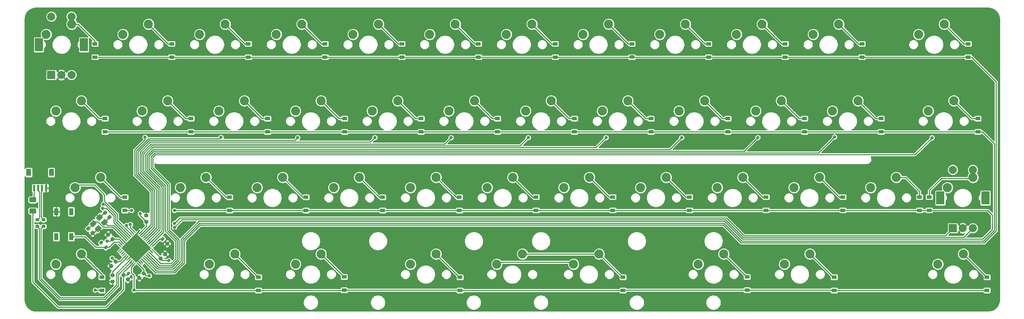
<source format=gbl>
G04 #@! TF.GenerationSoftware,KiCad,Pcbnew,5.1.10-88a1d61d58~90~ubuntu20.04.1*
G04 #@! TF.CreationDate,2022-03-06T19:10:03-08:00*
G04 #@! TF.ProjectId,WKL Minivan_KiCAD,574b4c20-4d69-46e6-9976-616e5f4b6943,rev?*
G04 #@! TF.SameCoordinates,Original*
G04 #@! TF.FileFunction,Copper,L2,Bot*
G04 #@! TF.FilePolarity,Positive*
%FSLAX46Y46*%
G04 Gerber Fmt 4.6, Leading zero omitted, Abs format (unit mm)*
G04 Created by KiCad (PCBNEW 5.1.10-88a1d61d58~90~ubuntu20.04.1) date 2022-03-06 19:10:03*
%MOMM*%
%LPD*%
G01*
G04 APERTURE LIST*
G04 #@! TA.AperFunction,ComponentPad*
%ADD10C,2.250000*%
G04 #@! TD*
G04 #@! TA.AperFunction,SMDPad,CuDef*
%ADD11C,0.100000*%
G04 #@! TD*
G04 #@! TA.AperFunction,SMDPad,CuDef*
%ADD12R,1.200000X0.900000*%
G04 #@! TD*
G04 #@! TA.AperFunction,SMDPad,CuDef*
%ADD13R,1.100000X1.800000*%
G04 #@! TD*
G04 #@! TA.AperFunction,ComponentPad*
%ADD14R,2.000000X2.000000*%
G04 #@! TD*
G04 #@! TA.AperFunction,ComponentPad*
%ADD15C,2.000000*%
G04 #@! TD*
G04 #@! TA.AperFunction,ComponentPad*
%ADD16R,2.000000X3.200000*%
G04 #@! TD*
G04 #@! TA.AperFunction,SMDPad,CuDef*
%ADD17R,1.200000X1.800000*%
G04 #@! TD*
G04 #@! TA.AperFunction,SMDPad,CuDef*
%ADD18R,0.600000X1.550000*%
G04 #@! TD*
G04 #@! TA.AperFunction,ViaPad*
%ADD19C,0.800000*%
G04 #@! TD*
G04 #@! TA.AperFunction,Conductor*
%ADD20C,0.250000*%
G04 #@! TD*
G04 #@! TA.AperFunction,Conductor*
%ADD21C,0.254000*%
G04 #@! TD*
G04 #@! TA.AperFunction,Conductor*
%ADD22C,0.100000*%
G04 #@! TD*
G04 APERTURE END LIST*
D10*
X35877500Y-56007000D03*
X29527500Y-58547000D03*
X31115000Y-75057000D03*
X24765000Y-77597000D03*
G04 #@! TA.AperFunction,SMDPad,CuDef*
D11*
G36*
X44770522Y-77240194D02*
G01*
X41093567Y-73563239D01*
X44770522Y-69886284D01*
X48447477Y-73563239D01*
X44770522Y-77240194D01*
G37*
G04 #@! TD.AperFunction*
G04 #@! TA.AperFunction,SMDPad,CuDef*
G36*
G01*
X45610212Y-78115239D02*
X44938460Y-77443487D01*
G75*
G02*
X44938460Y-77355099I44194J44194D01*
G01*
X45026848Y-77266711D01*
G75*
G02*
X45115236Y-77266711I44194J-44194D01*
G01*
X45786988Y-77938463D01*
G75*
G02*
X45786988Y-78026851I-44194J-44194D01*
G01*
X45698600Y-78115239D01*
G75*
G02*
X45610212Y-78115239I-44194J44194D01*
G01*
G37*
G04 #@! TD.AperFunction*
G04 #@! TA.AperFunction,SMDPad,CuDef*
G36*
G01*
X45963765Y-77761685D02*
X45292013Y-77089933D01*
G75*
G02*
X45292013Y-77001545I44194J44194D01*
G01*
X45380401Y-76913157D01*
G75*
G02*
X45468789Y-76913157I44194J-44194D01*
G01*
X46140541Y-77584909D01*
G75*
G02*
X46140541Y-77673297I-44194J-44194D01*
G01*
X46052153Y-77761685D01*
G75*
G02*
X45963765Y-77761685I-44194J44194D01*
G01*
G37*
G04 #@! TD.AperFunction*
G04 #@! TA.AperFunction,SMDPad,CuDef*
G36*
G01*
X46317319Y-77408132D02*
X45645567Y-76736380D01*
G75*
G02*
X45645567Y-76647992I44194J44194D01*
G01*
X45733955Y-76559604D01*
G75*
G02*
X45822343Y-76559604I44194J-44194D01*
G01*
X46494095Y-77231356D01*
G75*
G02*
X46494095Y-77319744I-44194J-44194D01*
G01*
X46405707Y-77408132D01*
G75*
G02*
X46317319Y-77408132I-44194J44194D01*
G01*
G37*
G04 #@! TD.AperFunction*
G04 #@! TA.AperFunction,SMDPad,CuDef*
G36*
G01*
X46670872Y-77054579D02*
X45999120Y-76382827D01*
G75*
G02*
X45999120Y-76294439I44194J44194D01*
G01*
X46087508Y-76206051D01*
G75*
G02*
X46175896Y-76206051I44194J-44194D01*
G01*
X46847648Y-76877803D01*
G75*
G02*
X46847648Y-76966191I-44194J-44194D01*
G01*
X46759260Y-77054579D01*
G75*
G02*
X46670872Y-77054579I-44194J44194D01*
G01*
G37*
G04 #@! TD.AperFunction*
G04 #@! TA.AperFunction,SMDPad,CuDef*
G36*
G01*
X47024425Y-76701025D02*
X46352673Y-76029273D01*
G75*
G02*
X46352673Y-75940885I44194J44194D01*
G01*
X46441061Y-75852497D01*
G75*
G02*
X46529449Y-75852497I44194J-44194D01*
G01*
X47201201Y-76524249D01*
G75*
G02*
X47201201Y-76612637I-44194J-44194D01*
G01*
X47112813Y-76701025D01*
G75*
G02*
X47024425Y-76701025I-44194J44194D01*
G01*
G37*
G04 #@! TD.AperFunction*
G04 #@! TA.AperFunction,SMDPad,CuDef*
G36*
G01*
X47377979Y-76347472D02*
X46706227Y-75675720D01*
G75*
G02*
X46706227Y-75587332I44194J44194D01*
G01*
X46794615Y-75498944D01*
G75*
G02*
X46883003Y-75498944I44194J-44194D01*
G01*
X47554755Y-76170696D01*
G75*
G02*
X47554755Y-76259084I-44194J-44194D01*
G01*
X47466367Y-76347472D01*
G75*
G02*
X47377979Y-76347472I-44194J44194D01*
G01*
G37*
G04 #@! TD.AperFunction*
G04 #@! TA.AperFunction,SMDPad,CuDef*
G36*
G01*
X47731532Y-75993918D02*
X47059780Y-75322166D01*
G75*
G02*
X47059780Y-75233778I44194J44194D01*
G01*
X47148168Y-75145390D01*
G75*
G02*
X47236556Y-75145390I44194J-44194D01*
G01*
X47908308Y-75817142D01*
G75*
G02*
X47908308Y-75905530I-44194J-44194D01*
G01*
X47819920Y-75993918D01*
G75*
G02*
X47731532Y-75993918I-44194J44194D01*
G01*
G37*
G04 #@! TD.AperFunction*
G04 #@! TA.AperFunction,SMDPad,CuDef*
G36*
G01*
X48085086Y-75640365D02*
X47413334Y-74968613D01*
G75*
G02*
X47413334Y-74880225I44194J44194D01*
G01*
X47501722Y-74791837D01*
G75*
G02*
X47590110Y-74791837I44194J-44194D01*
G01*
X48261862Y-75463589D01*
G75*
G02*
X48261862Y-75551977I-44194J-44194D01*
G01*
X48173474Y-75640365D01*
G75*
G02*
X48085086Y-75640365I-44194J44194D01*
G01*
G37*
G04 #@! TD.AperFunction*
G04 #@! TA.AperFunction,SMDPad,CuDef*
G36*
G01*
X48438639Y-75286812D02*
X47766887Y-74615060D01*
G75*
G02*
X47766887Y-74526672I44194J44194D01*
G01*
X47855275Y-74438284D01*
G75*
G02*
X47943663Y-74438284I44194J-44194D01*
G01*
X48615415Y-75110036D01*
G75*
G02*
X48615415Y-75198424I-44194J-44194D01*
G01*
X48527027Y-75286812D01*
G75*
G02*
X48438639Y-75286812I-44194J44194D01*
G01*
G37*
G04 #@! TD.AperFunction*
G04 #@! TA.AperFunction,SMDPad,CuDef*
G36*
G01*
X48792192Y-74933258D02*
X48120440Y-74261506D01*
G75*
G02*
X48120440Y-74173118I44194J44194D01*
G01*
X48208828Y-74084730D01*
G75*
G02*
X48297216Y-74084730I44194J-44194D01*
G01*
X48968968Y-74756482D01*
G75*
G02*
X48968968Y-74844870I-44194J-44194D01*
G01*
X48880580Y-74933258D01*
G75*
G02*
X48792192Y-74933258I-44194J44194D01*
G01*
G37*
G04 #@! TD.AperFunction*
G04 #@! TA.AperFunction,SMDPad,CuDef*
G36*
G01*
X49145746Y-74579705D02*
X48473994Y-73907953D01*
G75*
G02*
X48473994Y-73819565I44194J44194D01*
G01*
X48562382Y-73731177D01*
G75*
G02*
X48650770Y-73731177I44194J-44194D01*
G01*
X49322522Y-74402929D01*
G75*
G02*
X49322522Y-74491317I-44194J-44194D01*
G01*
X49234134Y-74579705D01*
G75*
G02*
X49145746Y-74579705I-44194J44194D01*
G01*
G37*
G04 #@! TD.AperFunction*
G04 #@! TA.AperFunction,SMDPad,CuDef*
G36*
G01*
X48562382Y-73395301D02*
X48473994Y-73306913D01*
G75*
G02*
X48473994Y-73218525I44194J44194D01*
G01*
X49145746Y-72546773D01*
G75*
G02*
X49234134Y-72546773I44194J-44194D01*
G01*
X49322522Y-72635161D01*
G75*
G02*
X49322522Y-72723549I-44194J-44194D01*
G01*
X48650770Y-73395301D01*
G75*
G02*
X48562382Y-73395301I-44194J44194D01*
G01*
G37*
G04 #@! TD.AperFunction*
G04 #@! TA.AperFunction,SMDPad,CuDef*
G36*
G01*
X48208828Y-73041748D02*
X48120440Y-72953360D01*
G75*
G02*
X48120440Y-72864972I44194J44194D01*
G01*
X48792192Y-72193220D01*
G75*
G02*
X48880580Y-72193220I44194J-44194D01*
G01*
X48968968Y-72281608D01*
G75*
G02*
X48968968Y-72369996I-44194J-44194D01*
G01*
X48297216Y-73041748D01*
G75*
G02*
X48208828Y-73041748I-44194J44194D01*
G01*
G37*
G04 #@! TD.AperFunction*
G04 #@! TA.AperFunction,SMDPad,CuDef*
G36*
G01*
X47855275Y-72688194D02*
X47766887Y-72599806D01*
G75*
G02*
X47766887Y-72511418I44194J44194D01*
G01*
X48438639Y-71839666D01*
G75*
G02*
X48527027Y-71839666I44194J-44194D01*
G01*
X48615415Y-71928054D01*
G75*
G02*
X48615415Y-72016442I-44194J-44194D01*
G01*
X47943663Y-72688194D01*
G75*
G02*
X47855275Y-72688194I-44194J44194D01*
G01*
G37*
G04 #@! TD.AperFunction*
G04 #@! TA.AperFunction,SMDPad,CuDef*
G36*
G01*
X47501722Y-72334641D02*
X47413334Y-72246253D01*
G75*
G02*
X47413334Y-72157865I44194J44194D01*
G01*
X48085086Y-71486113D01*
G75*
G02*
X48173474Y-71486113I44194J-44194D01*
G01*
X48261862Y-71574501D01*
G75*
G02*
X48261862Y-71662889I-44194J-44194D01*
G01*
X47590110Y-72334641D01*
G75*
G02*
X47501722Y-72334641I-44194J44194D01*
G01*
G37*
G04 #@! TD.AperFunction*
G04 #@! TA.AperFunction,SMDPad,CuDef*
G36*
G01*
X47148168Y-71981088D02*
X47059780Y-71892700D01*
G75*
G02*
X47059780Y-71804312I44194J44194D01*
G01*
X47731532Y-71132560D01*
G75*
G02*
X47819920Y-71132560I44194J-44194D01*
G01*
X47908308Y-71220948D01*
G75*
G02*
X47908308Y-71309336I-44194J-44194D01*
G01*
X47236556Y-71981088D01*
G75*
G02*
X47148168Y-71981088I-44194J44194D01*
G01*
G37*
G04 #@! TD.AperFunction*
G04 #@! TA.AperFunction,SMDPad,CuDef*
G36*
G01*
X46794615Y-71627534D02*
X46706227Y-71539146D01*
G75*
G02*
X46706227Y-71450758I44194J44194D01*
G01*
X47377979Y-70779006D01*
G75*
G02*
X47466367Y-70779006I44194J-44194D01*
G01*
X47554755Y-70867394D01*
G75*
G02*
X47554755Y-70955782I-44194J-44194D01*
G01*
X46883003Y-71627534D01*
G75*
G02*
X46794615Y-71627534I-44194J44194D01*
G01*
G37*
G04 #@! TD.AperFunction*
G04 #@! TA.AperFunction,SMDPad,CuDef*
G36*
G01*
X46441061Y-71273981D02*
X46352673Y-71185593D01*
G75*
G02*
X46352673Y-71097205I44194J44194D01*
G01*
X47024425Y-70425453D01*
G75*
G02*
X47112813Y-70425453I44194J-44194D01*
G01*
X47201201Y-70513841D01*
G75*
G02*
X47201201Y-70602229I-44194J-44194D01*
G01*
X46529449Y-71273981D01*
G75*
G02*
X46441061Y-71273981I-44194J44194D01*
G01*
G37*
G04 #@! TD.AperFunction*
G04 #@! TA.AperFunction,SMDPad,CuDef*
G36*
G01*
X46087508Y-70920427D02*
X45999120Y-70832039D01*
G75*
G02*
X45999120Y-70743651I44194J44194D01*
G01*
X46670872Y-70071899D01*
G75*
G02*
X46759260Y-70071899I44194J-44194D01*
G01*
X46847648Y-70160287D01*
G75*
G02*
X46847648Y-70248675I-44194J-44194D01*
G01*
X46175896Y-70920427D01*
G75*
G02*
X46087508Y-70920427I-44194J44194D01*
G01*
G37*
G04 #@! TD.AperFunction*
G04 #@! TA.AperFunction,SMDPad,CuDef*
G36*
G01*
X45733955Y-70566874D02*
X45645567Y-70478486D01*
G75*
G02*
X45645567Y-70390098I44194J44194D01*
G01*
X46317319Y-69718346D01*
G75*
G02*
X46405707Y-69718346I44194J-44194D01*
G01*
X46494095Y-69806734D01*
G75*
G02*
X46494095Y-69895122I-44194J-44194D01*
G01*
X45822343Y-70566874D01*
G75*
G02*
X45733955Y-70566874I-44194J44194D01*
G01*
G37*
G04 #@! TD.AperFunction*
G04 #@! TA.AperFunction,SMDPad,CuDef*
G36*
G01*
X45380401Y-70213321D02*
X45292013Y-70124933D01*
G75*
G02*
X45292013Y-70036545I44194J44194D01*
G01*
X45963765Y-69364793D01*
G75*
G02*
X46052153Y-69364793I44194J-44194D01*
G01*
X46140541Y-69453181D01*
G75*
G02*
X46140541Y-69541569I-44194J-44194D01*
G01*
X45468789Y-70213321D01*
G75*
G02*
X45380401Y-70213321I-44194J44194D01*
G01*
G37*
G04 #@! TD.AperFunction*
G04 #@! TA.AperFunction,SMDPad,CuDef*
G36*
G01*
X45026848Y-69859767D02*
X44938460Y-69771379D01*
G75*
G02*
X44938460Y-69682991I44194J44194D01*
G01*
X45610212Y-69011239D01*
G75*
G02*
X45698600Y-69011239I44194J-44194D01*
G01*
X45786988Y-69099627D01*
G75*
G02*
X45786988Y-69188015I-44194J-44194D01*
G01*
X45115236Y-69859767D01*
G75*
G02*
X45026848Y-69859767I-44194J44194D01*
G01*
G37*
G04 #@! TD.AperFunction*
G04 #@! TA.AperFunction,SMDPad,CuDef*
G36*
G01*
X44425808Y-69859767D02*
X43754056Y-69188015D01*
G75*
G02*
X43754056Y-69099627I44194J44194D01*
G01*
X43842444Y-69011239D01*
G75*
G02*
X43930832Y-69011239I44194J-44194D01*
G01*
X44602584Y-69682991D01*
G75*
G02*
X44602584Y-69771379I-44194J-44194D01*
G01*
X44514196Y-69859767D01*
G75*
G02*
X44425808Y-69859767I-44194J44194D01*
G01*
G37*
G04 #@! TD.AperFunction*
G04 #@! TA.AperFunction,SMDPad,CuDef*
G36*
G01*
X44072255Y-70213321D02*
X43400503Y-69541569D01*
G75*
G02*
X43400503Y-69453181I44194J44194D01*
G01*
X43488891Y-69364793D01*
G75*
G02*
X43577279Y-69364793I44194J-44194D01*
G01*
X44249031Y-70036545D01*
G75*
G02*
X44249031Y-70124933I-44194J-44194D01*
G01*
X44160643Y-70213321D01*
G75*
G02*
X44072255Y-70213321I-44194J44194D01*
G01*
G37*
G04 #@! TD.AperFunction*
G04 #@! TA.AperFunction,SMDPad,CuDef*
G36*
G01*
X43718701Y-70566874D02*
X43046949Y-69895122D01*
G75*
G02*
X43046949Y-69806734I44194J44194D01*
G01*
X43135337Y-69718346D01*
G75*
G02*
X43223725Y-69718346I44194J-44194D01*
G01*
X43895477Y-70390098D01*
G75*
G02*
X43895477Y-70478486I-44194J-44194D01*
G01*
X43807089Y-70566874D01*
G75*
G02*
X43718701Y-70566874I-44194J44194D01*
G01*
G37*
G04 #@! TD.AperFunction*
G04 #@! TA.AperFunction,SMDPad,CuDef*
G36*
G01*
X43365148Y-70920427D02*
X42693396Y-70248675D01*
G75*
G02*
X42693396Y-70160287I44194J44194D01*
G01*
X42781784Y-70071899D01*
G75*
G02*
X42870172Y-70071899I44194J-44194D01*
G01*
X43541924Y-70743651D01*
G75*
G02*
X43541924Y-70832039I-44194J-44194D01*
G01*
X43453536Y-70920427D01*
G75*
G02*
X43365148Y-70920427I-44194J44194D01*
G01*
G37*
G04 #@! TD.AperFunction*
G04 #@! TA.AperFunction,SMDPad,CuDef*
G36*
G01*
X43011595Y-71273981D02*
X42339843Y-70602229D01*
G75*
G02*
X42339843Y-70513841I44194J44194D01*
G01*
X42428231Y-70425453D01*
G75*
G02*
X42516619Y-70425453I44194J-44194D01*
G01*
X43188371Y-71097205D01*
G75*
G02*
X43188371Y-71185593I-44194J-44194D01*
G01*
X43099983Y-71273981D01*
G75*
G02*
X43011595Y-71273981I-44194J44194D01*
G01*
G37*
G04 #@! TD.AperFunction*
G04 #@! TA.AperFunction,SMDPad,CuDef*
G36*
G01*
X42658041Y-71627534D02*
X41986289Y-70955782D01*
G75*
G02*
X41986289Y-70867394I44194J44194D01*
G01*
X42074677Y-70779006D01*
G75*
G02*
X42163065Y-70779006I44194J-44194D01*
G01*
X42834817Y-71450758D01*
G75*
G02*
X42834817Y-71539146I-44194J-44194D01*
G01*
X42746429Y-71627534D01*
G75*
G02*
X42658041Y-71627534I-44194J44194D01*
G01*
G37*
G04 #@! TD.AperFunction*
G04 #@! TA.AperFunction,SMDPad,CuDef*
G36*
G01*
X42304488Y-71981088D02*
X41632736Y-71309336D01*
G75*
G02*
X41632736Y-71220948I44194J44194D01*
G01*
X41721124Y-71132560D01*
G75*
G02*
X41809512Y-71132560I44194J-44194D01*
G01*
X42481264Y-71804312D01*
G75*
G02*
X42481264Y-71892700I-44194J-44194D01*
G01*
X42392876Y-71981088D01*
G75*
G02*
X42304488Y-71981088I-44194J44194D01*
G01*
G37*
G04 #@! TD.AperFunction*
G04 #@! TA.AperFunction,SMDPad,CuDef*
G36*
G01*
X41950934Y-72334641D02*
X41279182Y-71662889D01*
G75*
G02*
X41279182Y-71574501I44194J44194D01*
G01*
X41367570Y-71486113D01*
G75*
G02*
X41455958Y-71486113I44194J-44194D01*
G01*
X42127710Y-72157865D01*
G75*
G02*
X42127710Y-72246253I-44194J-44194D01*
G01*
X42039322Y-72334641D01*
G75*
G02*
X41950934Y-72334641I-44194J44194D01*
G01*
G37*
G04 #@! TD.AperFunction*
G04 #@! TA.AperFunction,SMDPad,CuDef*
G36*
G01*
X41597381Y-72688194D02*
X40925629Y-72016442D01*
G75*
G02*
X40925629Y-71928054I44194J44194D01*
G01*
X41014017Y-71839666D01*
G75*
G02*
X41102405Y-71839666I44194J-44194D01*
G01*
X41774157Y-72511418D01*
G75*
G02*
X41774157Y-72599806I-44194J-44194D01*
G01*
X41685769Y-72688194D01*
G75*
G02*
X41597381Y-72688194I-44194J44194D01*
G01*
G37*
G04 #@! TD.AperFunction*
G04 #@! TA.AperFunction,SMDPad,CuDef*
G36*
G01*
X41243828Y-73041748D02*
X40572076Y-72369996D01*
G75*
G02*
X40572076Y-72281608I44194J44194D01*
G01*
X40660464Y-72193220D01*
G75*
G02*
X40748852Y-72193220I44194J-44194D01*
G01*
X41420604Y-72864972D01*
G75*
G02*
X41420604Y-72953360I-44194J-44194D01*
G01*
X41332216Y-73041748D01*
G75*
G02*
X41243828Y-73041748I-44194J44194D01*
G01*
G37*
G04 #@! TD.AperFunction*
G04 #@! TA.AperFunction,SMDPad,CuDef*
G36*
G01*
X40890274Y-73395301D02*
X40218522Y-72723549D01*
G75*
G02*
X40218522Y-72635161I44194J44194D01*
G01*
X40306910Y-72546773D01*
G75*
G02*
X40395298Y-72546773I44194J-44194D01*
G01*
X41067050Y-73218525D01*
G75*
G02*
X41067050Y-73306913I-44194J-44194D01*
G01*
X40978662Y-73395301D01*
G75*
G02*
X40890274Y-73395301I-44194J44194D01*
G01*
G37*
G04 #@! TD.AperFunction*
G04 #@! TA.AperFunction,SMDPad,CuDef*
G36*
G01*
X40306910Y-74579705D02*
X40218522Y-74491317D01*
G75*
G02*
X40218522Y-74402929I44194J44194D01*
G01*
X40890274Y-73731177D01*
G75*
G02*
X40978662Y-73731177I44194J-44194D01*
G01*
X41067050Y-73819565D01*
G75*
G02*
X41067050Y-73907953I-44194J-44194D01*
G01*
X40395298Y-74579705D01*
G75*
G02*
X40306910Y-74579705I-44194J44194D01*
G01*
G37*
G04 #@! TD.AperFunction*
G04 #@! TA.AperFunction,SMDPad,CuDef*
G36*
G01*
X40660464Y-74933258D02*
X40572076Y-74844870D01*
G75*
G02*
X40572076Y-74756482I44194J44194D01*
G01*
X41243828Y-74084730D01*
G75*
G02*
X41332216Y-74084730I44194J-44194D01*
G01*
X41420604Y-74173118D01*
G75*
G02*
X41420604Y-74261506I-44194J-44194D01*
G01*
X40748852Y-74933258D01*
G75*
G02*
X40660464Y-74933258I-44194J44194D01*
G01*
G37*
G04 #@! TD.AperFunction*
G04 #@! TA.AperFunction,SMDPad,CuDef*
G36*
G01*
X41014017Y-75286812D02*
X40925629Y-75198424D01*
G75*
G02*
X40925629Y-75110036I44194J44194D01*
G01*
X41597381Y-74438284D01*
G75*
G02*
X41685769Y-74438284I44194J-44194D01*
G01*
X41774157Y-74526672D01*
G75*
G02*
X41774157Y-74615060I-44194J-44194D01*
G01*
X41102405Y-75286812D01*
G75*
G02*
X41014017Y-75286812I-44194J44194D01*
G01*
G37*
G04 #@! TD.AperFunction*
G04 #@! TA.AperFunction,SMDPad,CuDef*
G36*
G01*
X41367570Y-75640365D02*
X41279182Y-75551977D01*
G75*
G02*
X41279182Y-75463589I44194J44194D01*
G01*
X41950934Y-74791837D01*
G75*
G02*
X42039322Y-74791837I44194J-44194D01*
G01*
X42127710Y-74880225D01*
G75*
G02*
X42127710Y-74968613I-44194J-44194D01*
G01*
X41455958Y-75640365D01*
G75*
G02*
X41367570Y-75640365I-44194J44194D01*
G01*
G37*
G04 #@! TD.AperFunction*
G04 #@! TA.AperFunction,SMDPad,CuDef*
G36*
G01*
X41721124Y-75993918D02*
X41632736Y-75905530D01*
G75*
G02*
X41632736Y-75817142I44194J44194D01*
G01*
X42304488Y-75145390D01*
G75*
G02*
X42392876Y-75145390I44194J-44194D01*
G01*
X42481264Y-75233778D01*
G75*
G02*
X42481264Y-75322166I-44194J-44194D01*
G01*
X41809512Y-75993918D01*
G75*
G02*
X41721124Y-75993918I-44194J44194D01*
G01*
G37*
G04 #@! TD.AperFunction*
G04 #@! TA.AperFunction,SMDPad,CuDef*
G36*
G01*
X42074677Y-76347472D02*
X41986289Y-76259084D01*
G75*
G02*
X41986289Y-76170696I44194J44194D01*
G01*
X42658041Y-75498944D01*
G75*
G02*
X42746429Y-75498944I44194J-44194D01*
G01*
X42834817Y-75587332D01*
G75*
G02*
X42834817Y-75675720I-44194J-44194D01*
G01*
X42163065Y-76347472D01*
G75*
G02*
X42074677Y-76347472I-44194J44194D01*
G01*
G37*
G04 #@! TD.AperFunction*
G04 #@! TA.AperFunction,SMDPad,CuDef*
G36*
G01*
X42428231Y-76701025D02*
X42339843Y-76612637D01*
G75*
G02*
X42339843Y-76524249I44194J44194D01*
G01*
X43011595Y-75852497D01*
G75*
G02*
X43099983Y-75852497I44194J-44194D01*
G01*
X43188371Y-75940885D01*
G75*
G02*
X43188371Y-76029273I-44194J-44194D01*
G01*
X42516619Y-76701025D01*
G75*
G02*
X42428231Y-76701025I-44194J44194D01*
G01*
G37*
G04 #@! TD.AperFunction*
G04 #@! TA.AperFunction,SMDPad,CuDef*
G36*
G01*
X42781784Y-77054579D02*
X42693396Y-76966191D01*
G75*
G02*
X42693396Y-76877803I44194J44194D01*
G01*
X43365148Y-76206051D01*
G75*
G02*
X43453536Y-76206051I44194J-44194D01*
G01*
X43541924Y-76294439D01*
G75*
G02*
X43541924Y-76382827I-44194J-44194D01*
G01*
X42870172Y-77054579D01*
G75*
G02*
X42781784Y-77054579I-44194J44194D01*
G01*
G37*
G04 #@! TD.AperFunction*
G04 #@! TA.AperFunction,SMDPad,CuDef*
G36*
G01*
X43135337Y-77408132D02*
X43046949Y-77319744D01*
G75*
G02*
X43046949Y-77231356I44194J44194D01*
G01*
X43718701Y-76559604D01*
G75*
G02*
X43807089Y-76559604I44194J-44194D01*
G01*
X43895477Y-76647992D01*
G75*
G02*
X43895477Y-76736380I-44194J-44194D01*
G01*
X43223725Y-77408132D01*
G75*
G02*
X43135337Y-77408132I-44194J44194D01*
G01*
G37*
G04 #@! TD.AperFunction*
G04 #@! TA.AperFunction,SMDPad,CuDef*
G36*
G01*
X43488891Y-77761685D02*
X43400503Y-77673297D01*
G75*
G02*
X43400503Y-77584909I44194J44194D01*
G01*
X44072255Y-76913157D01*
G75*
G02*
X44160643Y-76913157I44194J-44194D01*
G01*
X44249031Y-77001545D01*
G75*
G02*
X44249031Y-77089933I-44194J-44194D01*
G01*
X43577279Y-77761685D01*
G75*
G02*
X43488891Y-77761685I-44194J44194D01*
G01*
G37*
G04 #@! TD.AperFunction*
G04 #@! TA.AperFunction,SMDPad,CuDef*
G36*
G01*
X43842444Y-78115239D02*
X43754056Y-78026851D01*
G75*
G02*
X43754056Y-77938463I44194J44194D01*
G01*
X44425808Y-77266711D01*
G75*
G02*
X44514196Y-77266711I44194J-44194D01*
G01*
X44602584Y-77355099D01*
G75*
G02*
X44602584Y-77443487I-44194J-44194D01*
G01*
X43930832Y-78115239D01*
G75*
G02*
X43842444Y-78115239I-44194J44194D01*
G01*
G37*
G04 #@! TD.AperFunction*
G04 #@! TA.AperFunction,SMDPad,CuDef*
G36*
G01*
X51761571Y-71438662D02*
X51372662Y-71827571D01*
G75*
G02*
X51089820Y-71827571I-141421J141421D01*
G01*
X50806977Y-71544728D01*
G75*
G02*
X50806977Y-71261886I141421J141421D01*
G01*
X51195886Y-70872977D01*
G75*
G02*
X51478728Y-70872977I141421J-141421D01*
G01*
X51761571Y-71155820D01*
G75*
G02*
X51761571Y-71438662I-141421J-141421D01*
G01*
G37*
G04 #@! TD.AperFunction*
G04 #@! TA.AperFunction,SMDPad,CuDef*
G36*
G01*
X52928297Y-72605388D02*
X52539388Y-72994297D01*
G75*
G02*
X52256546Y-72994297I-141421J141421D01*
G01*
X51973703Y-72711454D01*
G75*
G02*
X51973703Y-72428612I141421J141421D01*
G01*
X52362612Y-72039703D01*
G75*
G02*
X52645454Y-72039703I141421J-141421D01*
G01*
X52928297Y-72322546D01*
G75*
G02*
X52928297Y-72605388I-141421J-141421D01*
G01*
G37*
G04 #@! TD.AperFunction*
D10*
X69215000Y-75057000D03*
X62865000Y-77597000D03*
D12*
X196469000Y-80772000D03*
X196469000Y-84072000D03*
D10*
X62071250Y-56007000D03*
X55721250Y-58547000D03*
G04 #@! TA.AperFunction,SMDPad,CuDef*
G36*
G01*
X38612000Y-81491000D02*
X39112000Y-81491000D01*
G75*
G02*
X39337000Y-81716000I0J-225000D01*
G01*
X39337000Y-82166000D01*
G75*
G02*
X39112000Y-82391000I-225000J0D01*
G01*
X38612000Y-82391000D01*
G75*
G02*
X38387000Y-82166000I0J225000D01*
G01*
X38387000Y-81716000D01*
G75*
G02*
X38612000Y-81491000I225000J0D01*
G01*
G37*
G04 #@! TD.AperFunction*
G04 #@! TA.AperFunction,SMDPad,CuDef*
G36*
G01*
X38612000Y-79941000D02*
X39112000Y-79941000D01*
G75*
G02*
X39337000Y-80166000I0J-225000D01*
G01*
X39337000Y-80616000D01*
G75*
G02*
X39112000Y-80841000I-225000J0D01*
G01*
X38612000Y-80841000D01*
G75*
G02*
X38387000Y-80616000I0J225000D01*
G01*
X38387000Y-80166000D01*
G75*
G02*
X38612000Y-79941000I225000J0D01*
G01*
G37*
G04 #@! TD.AperFunction*
G04 #@! TA.AperFunction,SMDPad,CuDef*
G36*
G01*
X47494000Y-65956000D02*
X46994000Y-65956000D01*
G75*
G02*
X46769000Y-65731000I0J225000D01*
G01*
X46769000Y-65281000D01*
G75*
G02*
X46994000Y-65056000I225000J0D01*
G01*
X47494000Y-65056000D01*
G75*
G02*
X47719000Y-65281000I0J-225000D01*
G01*
X47719000Y-65731000D01*
G75*
G02*
X47494000Y-65956000I-225000J0D01*
G01*
G37*
G04 #@! TD.AperFunction*
G04 #@! TA.AperFunction,SMDPad,CuDef*
G36*
G01*
X47494000Y-67506000D02*
X46994000Y-67506000D01*
G75*
G02*
X46769000Y-67281000I0J225000D01*
G01*
X46769000Y-66831000D01*
G75*
G02*
X46994000Y-66606000I225000J0D01*
G01*
X47494000Y-66606000D01*
G75*
G02*
X47719000Y-66831000I0J-225000D01*
G01*
X47719000Y-67281000D01*
G75*
G02*
X47494000Y-67506000I-225000J0D01*
G01*
G37*
G04 #@! TD.AperFunction*
G04 #@! TA.AperFunction,SMDPad,CuDef*
G36*
G01*
X38260959Y-70419405D02*
X37907405Y-70772959D01*
G75*
G02*
X37589207Y-70772959I-159099J159099D01*
G01*
X37271009Y-70454761D01*
G75*
G02*
X37271009Y-70136563I159099J159099D01*
G01*
X37624563Y-69783009D01*
G75*
G02*
X37942761Y-69783009I159099J-159099D01*
G01*
X38260959Y-70101207D01*
G75*
G02*
X38260959Y-70419405I-159099J-159099D01*
G01*
G37*
G04 #@! TD.AperFunction*
G04 #@! TA.AperFunction,SMDPad,CuDef*
G36*
G01*
X39356975Y-71515421D02*
X39003421Y-71868975D01*
G75*
G02*
X38685223Y-71868975I-159099J159099D01*
G01*
X38367025Y-71550777D01*
G75*
G02*
X38367025Y-71232579I159099J159099D01*
G01*
X38720579Y-70879025D01*
G75*
G02*
X39038777Y-70879025I159099J-159099D01*
G01*
X39356975Y-71197223D01*
G75*
G02*
X39356975Y-71515421I-159099J-159099D01*
G01*
G37*
G04 #@! TD.AperFunction*
G04 #@! TA.AperFunction,SMDPad,CuDef*
G36*
G01*
X42177025Y-81265579D02*
X42530579Y-80912025D01*
G75*
G02*
X42848777Y-80912025I159099J-159099D01*
G01*
X43166975Y-81230223D01*
G75*
G02*
X43166975Y-81548421I-159099J-159099D01*
G01*
X42813421Y-81901975D01*
G75*
G02*
X42495223Y-81901975I-159099J159099D01*
G01*
X42177025Y-81583777D01*
G75*
G02*
X42177025Y-81265579I159099J159099D01*
G01*
G37*
G04 #@! TD.AperFunction*
G04 #@! TA.AperFunction,SMDPad,CuDef*
G36*
G01*
X41081009Y-80169563D02*
X41434563Y-79816009D01*
G75*
G02*
X41752761Y-79816009I159099J-159099D01*
G01*
X42070959Y-80134207D01*
G75*
G02*
X42070959Y-80452405I-159099J-159099D01*
G01*
X41717405Y-80805959D01*
G75*
G02*
X41399207Y-80805959I-159099J159099D01*
G01*
X41081009Y-80487761D01*
G75*
G02*
X41081009Y-80169563I159099J159099D01*
G01*
G37*
G04 #@! TD.AperFunction*
G04 #@! TA.AperFunction,SMDPad,CuDef*
G36*
G01*
X45654405Y-80484041D02*
X46007959Y-80837595D01*
G75*
G02*
X46007959Y-81155793I-159099J-159099D01*
G01*
X45689761Y-81473991D01*
G75*
G02*
X45371563Y-81473991I-159099J159099D01*
G01*
X45018009Y-81120437D01*
G75*
G02*
X45018009Y-80802239I159099J159099D01*
G01*
X45336207Y-80484041D01*
G75*
G02*
X45654405Y-80484041I159099J-159099D01*
G01*
G37*
G04 #@! TD.AperFunction*
G04 #@! TA.AperFunction,SMDPad,CuDef*
G36*
G01*
X46750421Y-79388025D02*
X47103975Y-79741579D01*
G75*
G02*
X47103975Y-80059777I-159099J-159099D01*
G01*
X46785777Y-80377975D01*
G75*
G02*
X46467579Y-80377975I-159099J159099D01*
G01*
X46114025Y-80024421D01*
G75*
G02*
X46114025Y-79706223I159099J159099D01*
G01*
X46432223Y-79388025D01*
G75*
G02*
X46750421Y-79388025I159099J-159099D01*
G01*
G37*
G04 #@! TD.AperFunction*
G04 #@! TA.AperFunction,SMDPad,CuDef*
G36*
G01*
X51754595Y-75598959D02*
X51401041Y-75245405D01*
G75*
G02*
X51401041Y-74927207I159099J159099D01*
G01*
X51719239Y-74609009D01*
G75*
G02*
X52037437Y-74609009I159099J-159099D01*
G01*
X52390991Y-74962563D01*
G75*
G02*
X52390991Y-75280761I-159099J-159099D01*
G01*
X52072793Y-75598959D01*
G75*
G02*
X51754595Y-75598959I-159099J159099D01*
G01*
G37*
G04 #@! TD.AperFunction*
G04 #@! TA.AperFunction,SMDPad,CuDef*
G36*
G01*
X50658579Y-76694975D02*
X50305025Y-76341421D01*
G75*
G02*
X50305025Y-76023223I159099J159099D01*
G01*
X50623223Y-75705025D01*
G75*
G02*
X50941421Y-75705025I159099J-159099D01*
G01*
X51294975Y-76058579D01*
G75*
G02*
X51294975Y-76376777I-159099J-159099D01*
G01*
X50976777Y-76694975D01*
G75*
G02*
X50658579Y-76694975I-159099J159099D01*
G01*
G37*
G04 #@! TD.AperFunction*
G04 #@! TA.AperFunction,SMDPad,CuDef*
G36*
G01*
X38669405Y-77563041D02*
X39022959Y-77916595D01*
G75*
G02*
X39022959Y-78234793I-159099J-159099D01*
G01*
X38704761Y-78552991D01*
G75*
G02*
X38386563Y-78552991I-159099J159099D01*
G01*
X38033009Y-78199437D01*
G75*
G02*
X38033009Y-77881239I159099J159099D01*
G01*
X38351207Y-77563041D01*
G75*
G02*
X38669405Y-77563041I159099J-159099D01*
G01*
G37*
G04 #@! TD.AperFunction*
G04 #@! TA.AperFunction,SMDPad,CuDef*
G36*
G01*
X39765421Y-76467025D02*
X40118975Y-76820579D01*
G75*
G02*
X40118975Y-77138777I-159099J-159099D01*
G01*
X39800777Y-77456975D01*
G75*
G02*
X39482579Y-77456975I-159099J159099D01*
G01*
X39129025Y-77103421D01*
G75*
G02*
X39129025Y-76785223I159099J159099D01*
G01*
X39447223Y-76467025D01*
G75*
G02*
X39765421Y-76467025I159099J-159099D01*
G01*
G37*
G04 #@! TD.AperFunction*
G04 #@! TA.AperFunction,SMDPad,CuDef*
D11*
G36*
X35698630Y-65061680D02*
G01*
X36547158Y-65910208D01*
X35557208Y-66900158D01*
X34708680Y-66051630D01*
X35698630Y-65061680D01*
G37*
G04 #@! TD.AperFunction*
G04 #@! TA.AperFunction,SMDPad,CuDef*
G36*
X34142995Y-66617315D02*
G01*
X34991523Y-67465843D01*
X34001573Y-68455793D01*
X33153045Y-67607265D01*
X34142995Y-66617315D01*
G37*
G04 #@! TD.AperFunction*
G04 #@! TA.AperFunction,SMDPad,CuDef*
G36*
X35345076Y-67819396D02*
G01*
X36193604Y-68667924D01*
X35203654Y-69657874D01*
X34355126Y-68809346D01*
X35345076Y-67819396D01*
G37*
G04 #@! TD.AperFunction*
G04 #@! TA.AperFunction,SMDPad,CuDef*
G36*
X36900711Y-66263761D02*
G01*
X37749239Y-67112289D01*
X36759289Y-68102239D01*
X35910761Y-67253711D01*
X36900711Y-66263761D01*
G37*
G04 #@! TD.AperFunction*
D13*
X24892001Y-70739000D03*
X28592001Y-64539000D03*
X28592001Y-70739000D03*
X24892001Y-64539000D03*
G04 #@! TA.AperFunction,SMDPad,CuDef*
G36*
G01*
X20468000Y-66948000D02*
X19918000Y-66948000D01*
G75*
G02*
X19718000Y-66748000I0J200000D01*
G01*
X19718000Y-66348000D01*
G75*
G02*
X19918000Y-66148000I200000J0D01*
G01*
X20468000Y-66148000D01*
G75*
G02*
X20668000Y-66348000I0J-200000D01*
G01*
X20668000Y-66748000D01*
G75*
G02*
X20468000Y-66948000I-200000J0D01*
G01*
G37*
G04 #@! TD.AperFunction*
G04 #@! TA.AperFunction,SMDPad,CuDef*
G36*
G01*
X20468000Y-68598000D02*
X19918000Y-68598000D01*
G75*
G02*
X19718000Y-68398000I0J200000D01*
G01*
X19718000Y-67998000D01*
G75*
G02*
X19918000Y-67798000I200000J0D01*
G01*
X20468000Y-67798000D01*
G75*
G02*
X20668000Y-67998000I0J-200000D01*
G01*
X20668000Y-68398000D01*
G75*
G02*
X20468000Y-68598000I-200000J0D01*
G01*
G37*
G04 #@! TD.AperFunction*
G04 #@! TA.AperFunction,SMDPad,CuDef*
G36*
G01*
X21992000Y-66948000D02*
X21442000Y-66948000D01*
G75*
G02*
X21242000Y-66748000I0J200000D01*
G01*
X21242000Y-66348000D01*
G75*
G02*
X21442000Y-66148000I200000J0D01*
G01*
X21992000Y-66148000D01*
G75*
G02*
X22192000Y-66348000I0J-200000D01*
G01*
X22192000Y-66748000D01*
G75*
G02*
X21992000Y-66948000I-200000J0D01*
G01*
G37*
G04 #@! TD.AperFunction*
G04 #@! TA.AperFunction,SMDPad,CuDef*
G36*
G01*
X21992000Y-68598000D02*
X21442000Y-68598000D01*
G75*
G02*
X21242000Y-68398000I0J200000D01*
G01*
X21242000Y-67998000D01*
G75*
G02*
X21442000Y-67798000I200000J0D01*
G01*
X21992000Y-67798000D01*
G75*
G02*
X22192000Y-67998000I0J-200000D01*
G01*
X22192000Y-68398000D01*
G75*
G02*
X21992000Y-68598000I-200000J0D01*
G01*
G37*
G04 #@! TD.AperFunction*
G04 #@! TA.AperFunction,SMDPad,CuDef*
G36*
G01*
X36733703Y-73317612D02*
X37122612Y-72928703D01*
G75*
G02*
X37405454Y-72928703I141421J-141421D01*
G01*
X37688297Y-73211546D01*
G75*
G02*
X37688297Y-73494388I-141421J-141421D01*
G01*
X37299388Y-73883297D01*
G75*
G02*
X37016546Y-73883297I-141421J141421D01*
G01*
X36733703Y-73600454D01*
G75*
G02*
X36733703Y-73317612I141421J141421D01*
G01*
G37*
G04 #@! TD.AperFunction*
G04 #@! TA.AperFunction,SMDPad,CuDef*
G36*
G01*
X35566977Y-72150886D02*
X35955886Y-71761977D01*
G75*
G02*
X36238728Y-71761977I141421J-141421D01*
G01*
X36521571Y-72044820D01*
G75*
G02*
X36521571Y-72327662I-141421J-141421D01*
G01*
X36132662Y-72716571D01*
G75*
G02*
X35849820Y-72716571I-141421J141421D01*
G01*
X35566977Y-72433728D01*
G75*
G02*
X35566977Y-72150886I141421J141421D01*
G01*
G37*
G04 #@! TD.AperFunction*
G04 #@! TA.AperFunction,SMDPad,CuDef*
G36*
G01*
X19675000Y-62214000D02*
X18425000Y-62214000D01*
G75*
G02*
X18175000Y-61964000I0J250000D01*
G01*
X18175000Y-61214000D01*
G75*
G02*
X18425000Y-60964000I250000J0D01*
G01*
X19675000Y-60964000D01*
G75*
G02*
X19925000Y-61214000I0J-250000D01*
G01*
X19925000Y-61964000D01*
G75*
G02*
X19675000Y-62214000I-250000J0D01*
G01*
G37*
G04 #@! TD.AperFunction*
G04 #@! TA.AperFunction,SMDPad,CuDef*
G36*
G01*
X19675000Y-65014000D02*
X18425000Y-65014000D01*
G75*
G02*
X18175000Y-64764000I0J250000D01*
G01*
X18175000Y-64014000D01*
G75*
G02*
X18425000Y-63764000I250000J0D01*
G01*
X19675000Y-63764000D01*
G75*
G02*
X19925000Y-64014000I0J-250000D01*
G01*
X19925000Y-64764000D01*
G75*
G02*
X19675000Y-65014000I-250000J0D01*
G01*
G37*
G04 #@! TD.AperFunction*
D12*
X41910000Y-60961000D03*
X41910000Y-64261000D03*
G04 #@! TA.AperFunction,SMDPad,CuDef*
G36*
G01*
X33414025Y-69708579D02*
X33767579Y-69355025D01*
G75*
G02*
X34085777Y-69355025I159099J-159099D01*
G01*
X34403975Y-69673223D01*
G75*
G02*
X34403975Y-69991421I-159099J-159099D01*
G01*
X34050421Y-70344975D01*
G75*
G02*
X33732223Y-70344975I-159099J159099D01*
G01*
X33414025Y-70026777D01*
G75*
G02*
X33414025Y-69708579I159099J159099D01*
G01*
G37*
G04 #@! TD.AperFunction*
G04 #@! TA.AperFunction,SMDPad,CuDef*
G36*
G01*
X32318009Y-68612563D02*
X32671563Y-68259009D01*
G75*
G02*
X32989761Y-68259009I159099J-159099D01*
G01*
X33307959Y-68577207D01*
G75*
G02*
X33307959Y-68895405I-159099J-159099D01*
G01*
X32954405Y-69248959D01*
G75*
G02*
X32636207Y-69248959I-159099J159099D01*
G01*
X32318009Y-68930761D01*
G75*
G02*
X32318009Y-68612563I159099J159099D01*
G01*
G37*
G04 #@! TD.AperFunction*
G04 #@! TA.AperFunction,SMDPad,CuDef*
G36*
G01*
X37498959Y-64958405D02*
X37145405Y-65311959D01*
G75*
G02*
X36827207Y-65311959I-159099J159099D01*
G01*
X36509009Y-64993761D01*
G75*
G02*
X36509009Y-64675563I159099J159099D01*
G01*
X36862563Y-64322009D01*
G75*
G02*
X37180761Y-64322009I159099J-159099D01*
G01*
X37498959Y-64640207D01*
G75*
G02*
X37498959Y-64958405I-159099J-159099D01*
G01*
G37*
G04 #@! TD.AperFunction*
G04 #@! TA.AperFunction,SMDPad,CuDef*
G36*
G01*
X38594975Y-66054421D02*
X38241421Y-66407975D01*
G75*
G02*
X37923223Y-66407975I-159099J159099D01*
G01*
X37605025Y-66089777D01*
G75*
G02*
X37605025Y-65771579I159099J159099D01*
G01*
X37958579Y-65418025D01*
G75*
G02*
X38276777Y-65418025I159099J-159099D01*
G01*
X38594975Y-65736223D01*
G75*
G02*
X38594975Y-66054421I-159099J-159099D01*
G01*
G37*
G04 #@! TD.AperFunction*
D10*
X31115000Y-36957000D03*
X24765000Y-39497000D03*
X100171250Y-56007000D03*
X93821250Y-58547000D03*
D14*
X23653750Y-30543500D03*
D15*
X26153750Y-30543500D03*
X28653750Y-30543500D03*
D16*
X20553750Y-23043500D03*
X31753750Y-23043500D03*
D15*
X23653750Y-16043500D03*
X28653750Y-16043500D03*
D14*
X247554750Y-68643500D03*
D15*
X250054750Y-68643500D03*
X252554750Y-68643500D03*
D16*
X244454750Y-61143500D03*
X255654750Y-61143500D03*
D15*
X247554750Y-54143500D03*
X252554750Y-54143500D03*
D10*
X140652500Y-75057000D03*
X134302500Y-77597000D03*
X250190000Y-75057000D03*
X243840000Y-77597000D03*
X212090000Y-75057000D03*
X205740000Y-77597000D03*
X190658750Y-75057000D03*
X184308750Y-77597000D03*
X159702500Y-75057000D03*
X153352500Y-77597000D03*
X119221250Y-75057000D03*
X112871250Y-77597000D03*
X90646250Y-75057000D03*
X84296250Y-77597000D03*
X252571250Y-56007000D03*
X246221250Y-58547000D03*
X233521250Y-56007000D03*
X227171250Y-58547000D03*
X214471250Y-56007000D03*
X208121250Y-58547000D03*
X195421250Y-56007000D03*
X189071250Y-58547000D03*
X176371250Y-56007000D03*
X170021250Y-58547000D03*
X157321250Y-56007000D03*
X150971250Y-58547000D03*
X138271250Y-56007000D03*
X131921250Y-58547000D03*
X119221250Y-56007000D03*
X112871250Y-58547000D03*
X81121250Y-56007000D03*
X74771250Y-58547000D03*
X247808750Y-36957000D03*
X241458750Y-39497000D03*
X223996250Y-36957000D03*
X217646250Y-39497000D03*
X204946250Y-36957000D03*
X198596250Y-39497000D03*
X185896250Y-36957000D03*
X179546250Y-39497000D03*
X166846250Y-36957000D03*
X160496250Y-39497000D03*
X147796250Y-36957000D03*
X141446250Y-39497000D03*
X128746250Y-36957000D03*
X122396250Y-39497000D03*
X109696250Y-36957000D03*
X103346250Y-39497000D03*
X90646250Y-36957000D03*
X84296250Y-39497000D03*
X71596250Y-36957000D03*
X65246250Y-39497000D03*
X52546250Y-36957000D03*
X46196250Y-39497000D03*
X245427500Y-17907000D03*
X239077500Y-20447000D03*
X219233750Y-17907000D03*
X212883750Y-20447000D03*
X200183750Y-17907000D03*
X193833750Y-20447000D03*
X181133750Y-17907000D03*
X174783750Y-20447000D03*
X162083750Y-17907000D03*
X155733750Y-20447000D03*
X143033750Y-17907000D03*
X136683750Y-20447000D03*
X123983750Y-17907000D03*
X117633750Y-20447000D03*
X104933750Y-17907000D03*
X98583750Y-20447000D03*
X85883750Y-17907000D03*
X79533750Y-20447000D03*
X66833750Y-17907000D03*
X60483750Y-20447000D03*
X47783750Y-17907000D03*
X41433750Y-20447000D03*
X28733750Y-17907000D03*
X22383750Y-20447000D03*
D17*
X23665750Y-54799000D03*
X18065750Y-54799000D03*
D18*
X19365750Y-58674000D03*
X20365750Y-58674000D03*
X22365750Y-58674000D03*
X21365750Y-58674000D03*
D12*
X256063750Y-80835500D03*
X256063750Y-84135500D03*
X218090750Y-80837500D03*
X218090750Y-84137500D03*
X165639750Y-80837500D03*
X165639750Y-84137500D03*
X125157230Y-80837500D03*
X125157230Y-84137500D03*
X96393000Y-80772000D03*
X96393000Y-84072000D03*
X75088750Y-80837500D03*
X75088750Y-84137500D03*
X36195000Y-80837500D03*
X36195000Y-84137500D03*
X241712750Y-60898500D03*
X241712750Y-64198500D03*
X239299750Y-60898500D03*
X239299750Y-64198500D03*
X220249750Y-60898500D03*
X220249750Y-64198500D03*
X201174350Y-60898500D03*
X201174350Y-64198500D03*
X182149750Y-60897500D03*
X182149750Y-64197500D03*
X163099750Y-60897500D03*
X163099750Y-64197500D03*
X144049750Y-60898500D03*
X144049750Y-64198500D03*
X124999750Y-60960000D03*
X124999750Y-64260000D03*
X105949750Y-60960000D03*
X105949750Y-64260000D03*
X86899750Y-60961000D03*
X86899750Y-64261000D03*
X67913250Y-60961000D03*
X67913250Y-64261000D03*
X253803150Y-41402000D03*
X253803150Y-44702000D03*
X229749350Y-41403000D03*
X229749350Y-44703000D03*
X210724750Y-41404000D03*
X210724750Y-44704000D03*
X191669670Y-41402000D03*
X191669670Y-44702000D03*
X172591730Y-41402000D03*
X172591730Y-44702000D03*
X153574750Y-41402000D03*
X153574750Y-44702000D03*
X134473950Y-41402000D03*
X134473950Y-44702000D03*
X115474750Y-41402000D03*
X115474750Y-44702000D03*
X96488250Y-41402000D03*
X96488250Y-44702000D03*
X77374750Y-41402000D03*
X77374750Y-44702000D03*
X58324750Y-41404000D03*
X58324750Y-44704000D03*
X36988750Y-41404000D03*
X36988750Y-44704000D03*
X251364750Y-22797500D03*
X251364750Y-26097500D03*
X225012250Y-22798500D03*
X225012250Y-26098500D03*
X205898750Y-22798500D03*
X205898750Y-26098500D03*
X186912250Y-22797500D03*
X186912250Y-26097500D03*
X167862250Y-22796500D03*
X167862250Y-26096500D03*
X148824950Y-22797500D03*
X148824950Y-26097500D03*
X129724150Y-22797500D03*
X129724150Y-26097500D03*
X110712250Y-22798500D03*
X110712250Y-26098500D03*
X91624150Y-22797500D03*
X91624150Y-26097500D03*
X72574150Y-22798500D03*
X72574150Y-26098500D03*
X53549550Y-22798500D03*
X53549550Y-26098500D03*
X34474150Y-22798500D03*
X34474150Y-26098500D03*
D19*
X51308000Y-73660000D03*
X220249750Y-62548500D03*
X35179000Y-87249000D03*
X54356000Y-69342000D03*
X45719986Y-65024000D03*
X52832000Y-76708000D03*
X48006000Y-80518000D03*
X37465000Y-71882000D03*
X42799000Y-79883000D03*
X38735000Y-76073000D03*
X36576000Y-62738000D03*
X43561000Y-64262000D03*
X54229018Y-64262000D03*
X54229000Y-68453000D03*
X42294954Y-67941046D03*
X34544000Y-84074000D03*
X44195992Y-84074000D03*
X46916196Y-46027196D03*
X65786000Y-46035913D03*
X84836000Y-46101000D03*
X104013000Y-46100992D03*
X36419784Y-63725735D03*
X54224340Y-67432340D03*
X43294946Y-67728000D03*
X242379500Y-46164500D03*
X218186000Y-45974000D03*
X199136000Y-46101000D03*
X180213000Y-46101000D03*
X161417000Y-46101000D03*
X142113000Y-46101000D03*
X122936000Y-46101000D03*
D20*
X36876984Y-64689984D02*
X36876984Y-64731854D01*
X34163000Y-69850000D02*
X35274365Y-68738635D01*
X33909000Y-69850000D02*
X34163000Y-69850000D01*
X36791854Y-64816984D02*
X35627919Y-65980919D01*
X37003984Y-64816984D02*
X36791854Y-64816984D01*
X38955968Y-69162899D02*
X41703446Y-71910377D01*
X35698629Y-69162899D02*
X38955968Y-69162899D01*
X35274365Y-68738635D02*
X35698629Y-69162899D01*
X47598949Y-73563239D02*
X44770522Y-73563239D01*
X48544704Y-74508994D02*
X47598949Y-73563239D01*
X43427003Y-73563239D02*
X44770522Y-73563239D01*
X41774141Y-71910377D02*
X43427003Y-73563239D01*
X41703446Y-71910377D02*
X41774141Y-71910377D01*
X44770522Y-74270346D02*
X44770522Y-73563239D01*
X42764107Y-76276761D02*
X44770522Y-74270346D01*
X44770522Y-70098400D02*
X44770522Y-73563239D01*
X45362724Y-69506198D02*
X44770522Y-70098400D01*
X45362724Y-69435503D02*
X45362724Y-69506198D01*
X44770522Y-76320971D02*
X44770522Y-73563239D01*
X45716277Y-77266726D02*
X44770522Y-76320971D01*
X45716277Y-77337421D02*
X45716277Y-77266726D01*
X42037000Y-79125188D02*
X43824767Y-77337421D01*
X46609000Y-78937251D02*
X45362724Y-77690975D01*
X46609000Y-79883000D02*
X46609000Y-78937251D01*
X47244000Y-80518000D02*
X46609000Y-79883000D01*
X48006000Y-80518000D02*
X47244000Y-80518000D01*
X46990000Y-68515334D02*
X45716277Y-69789057D01*
X45719986Y-65531986D02*
X47244000Y-67056000D01*
X45719986Y-65024000D02*
X45719986Y-65531986D01*
X47244000Y-68261334D02*
X46990000Y-68515334D01*
X47244000Y-67056000D02*
X47244000Y-68261334D01*
X40664654Y-76962000D02*
X42057000Y-75569654D01*
X39624000Y-76962000D02*
X40664654Y-76962000D01*
X38354000Y-71882000D02*
X38862000Y-71374000D01*
X37465000Y-71882000D02*
X38354000Y-71882000D01*
X40459963Y-71374000D02*
X41349893Y-72263930D01*
X38862000Y-71374000D02*
X40459963Y-71374000D01*
X38735000Y-76073000D02*
X39624000Y-76962000D01*
X41575984Y-83900016D02*
X41575984Y-80310984D01*
X37211000Y-88265000D02*
X41575984Y-83900016D01*
X25273000Y-88265000D02*
X37211000Y-88265000D01*
X19050000Y-82042000D02*
X25273000Y-88265000D01*
X19050000Y-64389000D02*
X19050000Y-82042000D01*
X41575984Y-79586204D02*
X42037000Y-79125188D01*
X41575984Y-80310984D02*
X41575984Y-79586204D01*
X42371016Y-80310984D02*
X42799000Y-79883000D01*
X41575984Y-80310984D02*
X42371016Y-80310984D01*
X50800000Y-76057183D02*
X50800000Y-76200000D01*
X48898258Y-74155441D02*
X50800000Y-76057183D01*
X51308000Y-76708000D02*
X50800000Y-76200000D01*
X52832000Y-76708000D02*
X51308000Y-76708000D01*
X39624000Y-65405000D02*
X36957000Y-62738000D01*
X36957000Y-62738000D02*
X36576000Y-62738000D01*
X39624000Y-67002503D02*
X43117660Y-70496163D01*
X39624000Y-65405000D02*
X39624000Y-67002503D01*
X34475150Y-26097500D02*
X34474150Y-26098500D01*
X251364750Y-26097500D02*
X34475150Y-26097500D01*
X54272000Y-79720050D02*
X49513119Y-79720050D01*
X56733045Y-77259005D02*
X54272000Y-79720050D01*
X49513119Y-79720050D02*
X46423384Y-76630315D01*
X56733046Y-71793774D02*
X56733045Y-77259005D01*
X60650831Y-67875989D02*
X56733046Y-71793774D01*
X190559400Y-67875989D02*
X60650831Y-67875989D01*
X255374958Y-72285044D02*
X194968454Y-72285044D01*
X258318000Y-69342002D02*
X255374958Y-72285044D01*
X258318000Y-32200750D02*
X258318000Y-69342002D01*
X194968454Y-72285044D02*
X190559400Y-67875989D01*
X252214750Y-26097500D02*
X258318000Y-32200750D01*
X251364750Y-26097500D02*
X252214750Y-26097500D01*
X52675250Y-22798500D02*
X53549550Y-22798500D01*
X47783750Y-17907000D02*
X52675250Y-22798500D01*
X71725250Y-22798500D02*
X72574150Y-22798500D01*
X66833750Y-17907000D02*
X71725250Y-22798500D01*
X90774250Y-22797500D02*
X91624150Y-22797500D01*
X85883750Y-17907000D02*
X90774250Y-22797500D01*
X109825250Y-22798500D02*
X110712250Y-22798500D01*
X104933750Y-17907000D02*
X109825250Y-22798500D01*
X128874250Y-22797500D02*
X129724150Y-22797500D01*
X123983750Y-17907000D02*
X128874250Y-22797500D01*
X147924250Y-22797500D02*
X148824950Y-22797500D01*
X143033750Y-17907000D02*
X147924250Y-22797500D01*
X166973250Y-22796500D02*
X167862250Y-22796500D01*
X162083750Y-17907000D02*
X166973250Y-22796500D01*
X186024250Y-22797500D02*
X186912250Y-22797500D01*
X181133750Y-17907000D02*
X186024250Y-22797500D01*
X205075250Y-22798500D02*
X205898750Y-22798500D01*
X200183750Y-17907000D02*
X205075250Y-22798500D01*
X224125250Y-22798500D02*
X225012250Y-22798500D01*
X219233750Y-17907000D02*
X224125250Y-22798500D01*
X250318000Y-22797500D02*
X251364750Y-22797500D01*
X245427500Y-17907000D02*
X250318000Y-22797500D01*
X35562000Y-41404000D02*
X36988750Y-41404000D01*
X31115000Y-36957000D02*
X35562000Y-41404000D01*
X253801150Y-44704000D02*
X253803150Y-44702000D01*
X36988750Y-44704000D02*
X253801150Y-44704000D01*
X49770216Y-79270040D02*
X46776937Y-76276761D01*
X54085600Y-79270040D02*
X49770216Y-79270040D01*
X56283037Y-71607373D02*
X56283036Y-77072604D01*
X56283036Y-77072604D02*
X54085600Y-79270040D01*
X190745800Y-67425978D02*
X60464432Y-67425978D01*
X60464432Y-67425978D02*
X56283037Y-71607373D01*
X195154854Y-71835033D02*
X190745800Y-67425978D01*
X255188558Y-71835033D02*
X195154854Y-71835033D01*
X257867989Y-69155602D02*
X255188558Y-71835033D01*
X257867989Y-47682989D02*
X257867989Y-69155602D01*
X254887000Y-44702000D02*
X257867989Y-47682989D01*
X253803150Y-44702000D02*
X254887000Y-44702000D01*
X56993250Y-41404000D02*
X58324750Y-41404000D01*
X52546250Y-36957000D02*
X56993250Y-41404000D01*
X76041250Y-41402000D02*
X77374750Y-41402000D01*
X71596250Y-36957000D02*
X76041250Y-41402000D01*
X95091250Y-41402000D02*
X96488250Y-41402000D01*
X90646250Y-36957000D02*
X95091250Y-41402000D01*
X114141250Y-41402000D02*
X115474750Y-41402000D01*
X109696250Y-36957000D02*
X114141250Y-41402000D01*
X133191250Y-41402000D02*
X134473950Y-41402000D01*
X128746250Y-36957000D02*
X133191250Y-41402000D01*
X152241250Y-41402000D02*
X153574750Y-41402000D01*
X147796250Y-36957000D02*
X152241250Y-41402000D01*
X171291250Y-41402000D02*
X172591730Y-41402000D01*
X166846250Y-36957000D02*
X171291250Y-41402000D01*
X190341250Y-41402000D02*
X191669670Y-41402000D01*
X185896250Y-36957000D02*
X190341250Y-41402000D01*
X209393250Y-41404000D02*
X210724750Y-41404000D01*
X204946250Y-36957000D02*
X209393250Y-41404000D01*
X228442250Y-41403000D02*
X229749350Y-41403000D01*
X223996250Y-36957000D02*
X228442250Y-41403000D01*
X252253750Y-41402000D02*
X253803150Y-41402000D01*
X247808750Y-36957000D02*
X252253750Y-41402000D01*
X40831500Y-60961000D02*
X41910000Y-60961000D01*
X35877500Y-56007000D02*
X40831500Y-60961000D01*
X241650250Y-64261000D02*
X241712750Y-64198500D01*
X67913250Y-64261000D02*
X241650250Y-64261000D01*
X41911000Y-64262000D02*
X41910000Y-64261000D01*
X43561000Y-64262000D02*
X41911000Y-64262000D01*
X67913250Y-64261000D02*
X54230018Y-64261000D01*
X54230018Y-64261000D02*
X54229018Y-64262000D01*
X50027313Y-78820030D02*
X47130491Y-75923208D01*
X55833027Y-76886203D02*
X53899200Y-78820030D01*
X53899200Y-78820030D02*
X50027313Y-78820030D01*
X55833028Y-71420972D02*
X55833027Y-76886203D01*
X60278033Y-66975967D02*
X55833028Y-71420972D01*
X255002158Y-71385022D02*
X195341254Y-71385022D01*
X257417978Y-68969202D02*
X255002158Y-71385022D01*
X195341254Y-71385022D02*
X190932200Y-66975967D01*
X257417978Y-65393978D02*
X257417978Y-68969202D01*
X256222500Y-64198500D02*
X257417978Y-65393978D01*
X190932200Y-66975967D02*
X60278033Y-66975967D01*
X241712750Y-64198500D02*
X256222500Y-64198500D01*
X67025250Y-60961000D02*
X67913250Y-60961000D01*
X62071250Y-56007000D02*
X67025250Y-60961000D01*
X86075250Y-60961000D02*
X86899750Y-60961000D01*
X81121250Y-56007000D02*
X86075250Y-60961000D01*
X105124250Y-60960000D02*
X105949750Y-60960000D01*
X100171250Y-56007000D02*
X105124250Y-60960000D01*
X124174250Y-60960000D02*
X124999750Y-60960000D01*
X119221250Y-56007000D02*
X124174250Y-60960000D01*
X143162750Y-60898500D02*
X144049750Y-60898500D01*
X138271250Y-56007000D02*
X143162750Y-60898500D01*
X162211750Y-60897500D02*
X163099750Y-60897500D01*
X157321250Y-56007000D02*
X162211750Y-60897500D01*
X181261750Y-60897500D02*
X182149750Y-60897500D01*
X176371250Y-56007000D02*
X181261750Y-60897500D01*
X200312750Y-60898500D02*
X201174350Y-60898500D01*
X195421250Y-56007000D02*
X200312750Y-60898500D01*
X219362750Y-60898500D02*
X220249750Y-60898500D01*
X214471250Y-56007000D02*
X219362750Y-60898500D01*
X239299750Y-59467750D02*
X239299750Y-60898500D01*
X235839000Y-56007000D02*
X239299750Y-59467750D01*
X233521250Y-56007000D02*
X235839000Y-56007000D01*
X195527651Y-70935011D02*
X191118600Y-66525956D01*
X250263239Y-70935011D02*
X195527651Y-70935011D01*
X56156044Y-66525956D02*
X54229000Y-68453000D01*
X252554750Y-68643500D02*
X250263239Y-70935011D01*
X191118600Y-66525956D02*
X56156044Y-66525956D01*
X42294954Y-68259244D02*
X43824767Y-69789057D01*
X42294954Y-67941046D02*
X42294954Y-68259244D01*
X31115000Y-75057000D02*
X36195000Y-80137000D01*
X36195000Y-80137000D02*
X36195000Y-80837500D01*
X218092750Y-84135500D02*
X218090750Y-84137500D01*
X256063750Y-84135500D02*
X218092750Y-84135500D01*
X165703250Y-84201000D02*
X165639750Y-84137500D01*
X75152250Y-84201000D02*
X75088750Y-84137500D01*
X36131500Y-84074000D02*
X36195000Y-84137500D01*
X34544000Y-84074000D02*
X36131500Y-84074000D01*
X165705250Y-84072000D02*
X165639750Y-84137500D01*
X196469000Y-84072000D02*
X165705250Y-84072000D01*
X218025250Y-84072000D02*
X218090750Y-84137500D01*
X196469000Y-84072000D02*
X218025250Y-84072000D01*
X96327500Y-84137500D02*
X96393000Y-84072000D01*
X75088750Y-84137500D02*
X96327500Y-84137500D01*
X125091730Y-84072000D02*
X125157230Y-84137500D01*
X96393000Y-84072000D02*
X125091730Y-84072000D01*
X165639750Y-84137500D02*
X125157230Y-84137500D01*
X44178320Y-84056328D02*
X44195992Y-84074000D01*
X75088750Y-84137500D02*
X44259492Y-84137500D01*
X44259492Y-84137500D02*
X44195992Y-84074000D01*
X44195992Y-84074000D02*
X44195992Y-80390992D01*
X43524001Y-78345294D02*
X44178320Y-77690975D01*
X43524001Y-79719001D02*
X43524001Y-78345294D01*
X44195992Y-80390992D02*
X43524001Y-79719001D01*
X125001750Y-80837500D02*
X125157230Y-80837500D01*
X119221250Y-75057000D02*
X125001750Y-80837500D01*
X140652500Y-75057000D02*
X159702500Y-75057000D01*
X165483000Y-80837500D02*
X165639750Y-80837500D01*
X159702500Y-75057000D02*
X165483000Y-80837500D01*
X255968500Y-80835500D02*
X256063750Y-80835500D01*
X250190000Y-75057000D02*
X255968500Y-80835500D01*
X19365750Y-60771249D02*
X19050000Y-61086999D01*
X19365750Y-58674000D02*
X19365750Y-60771249D01*
X20365750Y-66375250D02*
X20193000Y-66548000D01*
X20365750Y-58674000D02*
X20365750Y-59354750D01*
X20365750Y-59354750D02*
X20701000Y-59690000D01*
X20701000Y-66040000D02*
X20193000Y-66548000D01*
X20701000Y-59690000D02*
X20701000Y-66040000D01*
X21365750Y-66196750D02*
X21717000Y-66548000D01*
X21365750Y-59406250D02*
X21151010Y-59620990D01*
X21365750Y-58674000D02*
X21365750Y-59406250D01*
X21151010Y-65982010D02*
X21717000Y-66548000D01*
X21151010Y-59620990D02*
X21151010Y-65982010D01*
X29527500Y-58547000D02*
X29591000Y-58547000D01*
X29591000Y-58547000D02*
X30226000Y-57912000D01*
X30226000Y-57912000D02*
X34417000Y-57912000D01*
X34417000Y-57912000D02*
X36830000Y-60325000D01*
X36830000Y-60325000D02*
X36830000Y-61918998D01*
X36830000Y-61918998D02*
X40074010Y-65163008D01*
X40074010Y-65163008D02*
X40074010Y-65218600D01*
X40074010Y-66745407D02*
X43471213Y-70142610D01*
X40074010Y-65163008D02*
X40074010Y-66745407D01*
X48400901Y-67811540D02*
X46069831Y-70142610D01*
X48400901Y-59519602D02*
X48400901Y-67811540D01*
X44336901Y-55455602D02*
X48400901Y-59519602D01*
X44336902Y-49206867D02*
X44336901Y-55455602D01*
X46916196Y-46627573D02*
X44336902Y-49206867D01*
X46916196Y-46027196D02*
X46916196Y-46627573D01*
X48850912Y-68068635D02*
X46423384Y-70496163D01*
X44786912Y-55269202D02*
X48850912Y-59333202D01*
X48850912Y-59333202D02*
X48850912Y-68068635D01*
X44786912Y-49393267D02*
X44786912Y-55269202D01*
X65416840Y-46343160D02*
X47837019Y-46343160D01*
X65724087Y-46035913D02*
X65416840Y-46343160D01*
X47837019Y-46343160D02*
X44786912Y-49393267D01*
X65786000Y-46035913D02*
X65724087Y-46035913D01*
X49300923Y-59146802D02*
X49300923Y-68325731D01*
X45236923Y-55082802D02*
X49300923Y-59146802D01*
X49300923Y-68325731D02*
X46776937Y-70849717D01*
X45236924Y-49579665D02*
X45236923Y-55082802D01*
X48023420Y-46793169D02*
X45236924Y-49579665D01*
X84143832Y-46793168D02*
X48023420Y-46793169D01*
X84836000Y-46101000D02*
X84143832Y-46793168D01*
X49750934Y-68582827D02*
X47130491Y-71203270D01*
X49750934Y-58960402D02*
X49750934Y-68582827D01*
X45686934Y-49766065D02*
X45686934Y-54896402D01*
X45686934Y-54896402D02*
X49750934Y-58960402D01*
X48209821Y-47243178D02*
X45686934Y-49766065D01*
X102870814Y-47243178D02*
X48209821Y-47243178D01*
X104013000Y-46100992D02*
X102870814Y-47243178D01*
X39173989Y-65591399D02*
X37308325Y-63725735D01*
X37308325Y-63725735D02*
X36419784Y-63725735D01*
X39173989Y-67259599D02*
X42764107Y-70849717D01*
X39173989Y-65591399D02*
X39173989Y-67259599D01*
X55580735Y-66075945D02*
X54224340Y-67432340D01*
X191305000Y-66075946D02*
X55580735Y-66075945D01*
X195714050Y-70484996D02*
X191305000Y-66075946D01*
X195714050Y-70485001D02*
X195714050Y-70484996D01*
X245744999Y-70485001D02*
X195714050Y-70485001D01*
X247554750Y-68675250D02*
X245744999Y-70485001D01*
X247554750Y-68643500D02*
X247554750Y-68675250D01*
X43294946Y-68552129D02*
X44178320Y-69435503D01*
X43294946Y-67728000D02*
X43294946Y-68552129D01*
X74995500Y-80837500D02*
X75088750Y-80837500D01*
X69215000Y-75057000D02*
X74995500Y-80837500D01*
X217870500Y-80837500D02*
X218090750Y-80837500D01*
X212090000Y-75057000D02*
X217870500Y-80837500D01*
X28733750Y-16123500D02*
X28653750Y-16043500D01*
X28733750Y-17907000D02*
X28733750Y-16123500D01*
X34474150Y-22056410D02*
X34474150Y-22798500D01*
X30324740Y-17907000D02*
X34474150Y-22056410D01*
X28733750Y-17907000D02*
X30324740Y-17907000D01*
X252554750Y-55990500D02*
X252571250Y-56007000D01*
X252554750Y-54143500D02*
X252554750Y-55990500D01*
X241712750Y-59277250D02*
X241712750Y-60898500D01*
X244729000Y-56261000D02*
X241712750Y-59277250D01*
X252317250Y-56261000D02*
X244729000Y-56261000D01*
X252571250Y-56007000D02*
X252317250Y-56261000D01*
X52901011Y-69027190D02*
X52901011Y-57655602D01*
X48837011Y-51070857D02*
X49514628Y-50393240D01*
X48837011Y-53591603D02*
X48837011Y-51070857D01*
X238150760Y-50393240D02*
X242379500Y-46164500D01*
X52901011Y-57655602D02*
X48837011Y-53591603D01*
X49514628Y-50393240D02*
X238150760Y-50393240D01*
X52901011Y-69027190D02*
X55383019Y-71509201D01*
X50284410Y-78370020D02*
X47484044Y-75569654D01*
X53712800Y-78370020D02*
X50284410Y-78370020D01*
X55383018Y-76699802D02*
X53712800Y-78370020D01*
X55383019Y-71509201D02*
X55383018Y-76699802D01*
X48387000Y-53778003D02*
X52451000Y-57842002D01*
X48387000Y-50884457D02*
X48387000Y-53778003D01*
X218186000Y-45974000D02*
X214216771Y-49943229D01*
X49328228Y-49943229D02*
X48387000Y-50884457D01*
X52451000Y-57842002D02*
X52451000Y-69213590D01*
X214216771Y-49943229D02*
X49328228Y-49943229D01*
X50541507Y-77920010D02*
X47837598Y-75216101D01*
X53526400Y-77920010D02*
X50541507Y-77920010D01*
X54933009Y-76513401D02*
X53526400Y-77920010D01*
X54933010Y-71695600D02*
X54933009Y-76513401D01*
X52451000Y-69213590D02*
X54933010Y-71695600D01*
X50798603Y-77470000D02*
X48191151Y-74862548D01*
X53340000Y-77470000D02*
X50798603Y-77470000D01*
X54483000Y-71882000D02*
X54483000Y-76327000D01*
X54483000Y-76327000D02*
X53340000Y-77470000D01*
X52000989Y-58028402D02*
X52000989Y-69399989D01*
X52000989Y-69399989D02*
X54483000Y-71882000D01*
X47936989Y-53964403D02*
X52000989Y-58028402D01*
X47936989Y-50698057D02*
X47936989Y-53964403D01*
X49141828Y-49493218D02*
X47936989Y-50698057D01*
X195743782Y-49493218D02*
X49141828Y-49493218D01*
X199136000Y-46101000D02*
X195743782Y-49493218D01*
X47486978Y-54150802D02*
X51550978Y-58214802D01*
X180213000Y-46101000D02*
X177270788Y-49043212D01*
X177270788Y-49043212D02*
X48955425Y-49043213D01*
X47486981Y-54150799D02*
X47486978Y-54150802D01*
X47486981Y-50511659D02*
X47486981Y-54150799D01*
X48955425Y-49043213D02*
X47486981Y-50511659D01*
X51550978Y-69611210D02*
X48544704Y-72617484D01*
X51550978Y-58214802D02*
X51550978Y-69611210D01*
X47036967Y-54337202D02*
X51100967Y-58401202D01*
X161417000Y-46101000D02*
X158924796Y-48593204D01*
X158924796Y-48593204D02*
X48769024Y-48593205D01*
X47036967Y-50325262D02*
X47036967Y-54337202D01*
X48769024Y-48593205D02*
X47036967Y-50325262D01*
X51100967Y-69354114D02*
X48191151Y-72263930D01*
X51100967Y-58401202D02*
X51100967Y-69354114D01*
X152844500Y-77089000D02*
X153352500Y-77597000D01*
X134810500Y-77089000D02*
X152844500Y-77089000D01*
X134302500Y-77597000D02*
X134810500Y-77089000D01*
X46586956Y-54523602D02*
X50650956Y-58587602D01*
X142113000Y-46101000D02*
X140070804Y-48143196D01*
X140070804Y-48143196D02*
X48582623Y-48143196D01*
X46586956Y-50138863D02*
X46586956Y-54523602D01*
X48582623Y-48143196D02*
X46586956Y-50138863D01*
X50650956Y-69097019D02*
X47837598Y-71910377D01*
X50650956Y-58587602D02*
X50650956Y-69097019D01*
X46136945Y-54710002D02*
X50200945Y-58774002D01*
X48396222Y-47693187D02*
X46136946Y-49952463D01*
X121343814Y-47693186D02*
X48396222Y-47693187D01*
X46136946Y-49952463D02*
X46136945Y-54710002D01*
X122936000Y-46101000D02*
X121343814Y-47693186D01*
X50200945Y-68839923D02*
X47484044Y-71556824D01*
X50200945Y-58774002D02*
X50200945Y-68839923D01*
X38100000Y-65913000D02*
X36830000Y-67183000D01*
X36830000Y-67183000D02*
X37404983Y-67183000D01*
X37592000Y-67945000D02*
X39152283Y-67945000D01*
X39152283Y-67945000D02*
X42410553Y-71203270D01*
X36830000Y-67183000D02*
X37592000Y-67945000D01*
X32854854Y-68753984D02*
X34072284Y-67536554D01*
X32812984Y-68753984D02*
X32854854Y-68753984D01*
X36550249Y-68427249D02*
X38927425Y-68427249D01*
X35164579Y-67041579D02*
X36550249Y-68427249D01*
X34567259Y-67041579D02*
X35164579Y-67041579D01*
X38927425Y-68427249D02*
X42057000Y-71556824D01*
X34072284Y-67536554D02*
X34567259Y-67041579D01*
X38862000Y-79471761D02*
X42410553Y-75923208D01*
X38862000Y-80391000D02*
X38862000Y-79471761D01*
X28592001Y-70739000D02*
X28846001Y-70993000D01*
X37211000Y-73406000D02*
X37973000Y-73406000D01*
X40514856Y-72136000D02*
X40996340Y-72617484D01*
X39243000Y-72136000D02*
X40514856Y-72136000D01*
X37973000Y-73406000D02*
X39243000Y-72136000D01*
X34671000Y-73406000D02*
X37211000Y-73406000D01*
X32004000Y-70739000D02*
X34671000Y-73406000D01*
X28592001Y-70739000D02*
X32004000Y-70739000D01*
X39878000Y-79869975D02*
X43117660Y-76630315D01*
X39878000Y-82804000D02*
X39878000Y-79869975D01*
X25840400Y-85909990D02*
X36772010Y-85909990D01*
X21082000Y-81151590D02*
X25840400Y-85909990D01*
X21082000Y-68834000D02*
X21082000Y-81151590D01*
X21717000Y-68199000D02*
X21082000Y-68834000D01*
X36772010Y-85909990D02*
X39878000Y-82804000D01*
X21717000Y-68198000D02*
X21717000Y-68199000D01*
X20193000Y-68198000D02*
X20193000Y-68199000D01*
X40328010Y-80127071D02*
X43471213Y-76983868D01*
X36958411Y-86359999D02*
X40328010Y-82990400D01*
X40328010Y-82990400D02*
X40328010Y-80127071D01*
X25654000Y-86360001D02*
X36577410Y-86360001D01*
X20631990Y-81337990D02*
X25654000Y-86360001D01*
X36577410Y-86360001D02*
X36958411Y-86359999D01*
X20631990Y-68764990D02*
X20631990Y-81337990D01*
X20193000Y-68326000D02*
X20631990Y-68764990D01*
X20193000Y-68198000D02*
X20193000Y-68326000D01*
X96361250Y-80772000D02*
X96393000Y-80772000D01*
X90646250Y-75057000D02*
X96361250Y-80772000D01*
X196373750Y-80772000D02*
X196469000Y-80772000D01*
X190658750Y-75057000D02*
X196373750Y-80772000D01*
X50519021Y-71350274D02*
X48898258Y-72971037D01*
X51284274Y-71350274D02*
X50519021Y-71350274D01*
D21*
X256913826Y-13947286D02*
X257426123Y-14101958D01*
X257898610Y-14353184D01*
X258313308Y-14691402D01*
X258654416Y-15103732D01*
X258908937Y-15574456D01*
X259067179Y-16085658D01*
X259125251Y-16638166D01*
X259125250Y-86465921D01*
X259070964Y-87019576D01*
X258916293Y-87531871D01*
X258665066Y-88004360D01*
X258326845Y-88419061D01*
X257914518Y-88760166D01*
X257443791Y-89014688D01*
X256932593Y-89172929D01*
X256380095Y-89231000D01*
X19864829Y-89231000D01*
X19311174Y-89176714D01*
X18798879Y-89022043D01*
X18326390Y-88770816D01*
X17911689Y-88432595D01*
X17570584Y-88020268D01*
X17316062Y-87549541D01*
X17157821Y-87038343D01*
X17099750Y-86485845D01*
X17099750Y-61214000D01*
X17792157Y-61214000D01*
X17792157Y-61964000D01*
X17804317Y-62087462D01*
X17840329Y-62206179D01*
X17898810Y-62315589D01*
X17977512Y-62411488D01*
X18073411Y-62490190D01*
X18182821Y-62548671D01*
X18301538Y-62584683D01*
X18425000Y-62596843D01*
X19675000Y-62596843D01*
X19798462Y-62584683D01*
X19917179Y-62548671D01*
X20026589Y-62490190D01*
X20122488Y-62411488D01*
X20195000Y-62323131D01*
X20195001Y-63654869D01*
X20122488Y-63566512D01*
X20026589Y-63487810D01*
X19917179Y-63429329D01*
X19798462Y-63393317D01*
X19675000Y-63381157D01*
X18425000Y-63381157D01*
X18301538Y-63393317D01*
X18182821Y-63429329D01*
X18073411Y-63487810D01*
X17977512Y-63566512D01*
X17898810Y-63662411D01*
X17840329Y-63771821D01*
X17804317Y-63890538D01*
X17792157Y-64014000D01*
X17792157Y-64764000D01*
X17804317Y-64887462D01*
X17840329Y-65006179D01*
X17898810Y-65115589D01*
X17977512Y-65211488D01*
X18073411Y-65290190D01*
X18182821Y-65348671D01*
X18301538Y-65384683D01*
X18425000Y-65396843D01*
X18544000Y-65396843D01*
X18544001Y-82017144D01*
X18541553Y-82042000D01*
X18551322Y-82141192D01*
X18580255Y-82236574D01*
X18602127Y-82277492D01*
X18627242Y-82324479D01*
X18690474Y-82401527D01*
X18709781Y-82417372D01*
X24897628Y-88605220D01*
X24913473Y-88624527D01*
X24990521Y-88687759D01*
X25078425Y-88734745D01*
X25173807Y-88763678D01*
X25248146Y-88771000D01*
X25248154Y-88771000D01*
X25273000Y-88773447D01*
X25297846Y-88771000D01*
X37186154Y-88771000D01*
X37211000Y-88773447D01*
X37235846Y-88771000D01*
X37235854Y-88771000D01*
X37310193Y-88763678D01*
X37405575Y-88734745D01*
X37493479Y-88687759D01*
X37570527Y-88624527D01*
X37586376Y-88605215D01*
X39257217Y-86934374D01*
X86207600Y-86934374D01*
X86207600Y-87309626D01*
X86280809Y-87677668D01*
X86424411Y-88024356D01*
X86632890Y-88336366D01*
X86898234Y-88601710D01*
X87210244Y-88810189D01*
X87556932Y-88953791D01*
X87924974Y-89027000D01*
X88300226Y-89027000D01*
X88668268Y-88953791D01*
X89014956Y-88810189D01*
X89326966Y-88601710D01*
X89592310Y-88336366D01*
X89800789Y-88024356D01*
X89944391Y-87677668D01*
X90017600Y-87309626D01*
X90017600Y-86934374D01*
X102870000Y-86934374D01*
X102870000Y-87309626D01*
X102943209Y-87677668D01*
X103086811Y-88024356D01*
X103295290Y-88336366D01*
X103560634Y-88601710D01*
X103872644Y-88810189D01*
X104219332Y-88953791D01*
X104587374Y-89027000D01*
X104962626Y-89027000D01*
X105330668Y-88953791D01*
X105677356Y-88810189D01*
X105989366Y-88601710D01*
X106254710Y-88336366D01*
X106463189Y-88024356D01*
X106606791Y-87677668D01*
X106680000Y-87309626D01*
X106680000Y-86934374D01*
X126682500Y-86934374D01*
X126682500Y-87309626D01*
X126755709Y-87677668D01*
X126899311Y-88024356D01*
X127107790Y-88336366D01*
X127373134Y-88601710D01*
X127685144Y-88810189D01*
X128031832Y-88953791D01*
X128399874Y-89027000D01*
X128775126Y-89027000D01*
X129143168Y-88953791D01*
X129489856Y-88810189D01*
X129801866Y-88601710D01*
X130067210Y-88336366D01*
X130275689Y-88024356D01*
X130419291Y-87677668D01*
X130492500Y-87309626D01*
X130492500Y-86934374D01*
X143351250Y-86934374D01*
X143351250Y-87309626D01*
X143424459Y-87677668D01*
X143568061Y-88024356D01*
X143776540Y-88336366D01*
X144041884Y-88601710D01*
X144353894Y-88810189D01*
X144700582Y-88953791D01*
X145068624Y-89027000D01*
X145443876Y-89027000D01*
X145811918Y-88953791D01*
X146158606Y-88810189D01*
X146470616Y-88601710D01*
X146735960Y-88336366D01*
X146944439Y-88024356D01*
X147088041Y-87677668D01*
X147161250Y-87309626D01*
X147161250Y-86934374D01*
X167163750Y-86934374D01*
X167163750Y-87309626D01*
X167236959Y-87677668D01*
X167380561Y-88024356D01*
X167589040Y-88336366D01*
X167854384Y-88601710D01*
X168166394Y-88810189D01*
X168513082Y-88953791D01*
X168881124Y-89027000D01*
X169256376Y-89027000D01*
X169624418Y-88953791D01*
X169971106Y-88810189D01*
X170283116Y-88601710D01*
X170548460Y-88336366D01*
X170756939Y-88024356D01*
X170900541Y-87677668D01*
X170973750Y-87309626D01*
X170973750Y-86934374D01*
X186207400Y-86934374D01*
X186207400Y-87309626D01*
X186280609Y-87677668D01*
X186424211Y-88024356D01*
X186632690Y-88336366D01*
X186898034Y-88601710D01*
X187210044Y-88810189D01*
X187556732Y-88953791D01*
X187924774Y-89027000D01*
X188300026Y-89027000D01*
X188668068Y-88953791D01*
X189014756Y-88810189D01*
X189326766Y-88601710D01*
X189592110Y-88336366D01*
X189800589Y-88024356D01*
X189944191Y-87677668D01*
X190017400Y-87309626D01*
X190017400Y-86934374D01*
X189944191Y-86566332D01*
X189800589Y-86219644D01*
X189592110Y-85907634D01*
X189326766Y-85642290D01*
X189014756Y-85433811D01*
X188668068Y-85290209D01*
X188300026Y-85217000D01*
X187924774Y-85217000D01*
X187556732Y-85290209D01*
X187210044Y-85433811D01*
X186898034Y-85642290D01*
X186632690Y-85907634D01*
X186424211Y-86219644D01*
X186280609Y-86566332D01*
X186207400Y-86934374D01*
X170973750Y-86934374D01*
X170900541Y-86566332D01*
X170756939Y-86219644D01*
X170548460Y-85907634D01*
X170283116Y-85642290D01*
X169971106Y-85433811D01*
X169624418Y-85290209D01*
X169256376Y-85217000D01*
X168881124Y-85217000D01*
X168513082Y-85290209D01*
X168166394Y-85433811D01*
X167854384Y-85642290D01*
X167589040Y-85907634D01*
X167380561Y-86219644D01*
X167236959Y-86566332D01*
X167163750Y-86934374D01*
X147161250Y-86934374D01*
X147088041Y-86566332D01*
X146944439Y-86219644D01*
X146735960Y-85907634D01*
X146470616Y-85642290D01*
X146158606Y-85433811D01*
X145811918Y-85290209D01*
X145443876Y-85217000D01*
X145068624Y-85217000D01*
X144700582Y-85290209D01*
X144353894Y-85433811D01*
X144041884Y-85642290D01*
X143776540Y-85907634D01*
X143568061Y-86219644D01*
X143424459Y-86566332D01*
X143351250Y-86934374D01*
X130492500Y-86934374D01*
X130419291Y-86566332D01*
X130275689Y-86219644D01*
X130067210Y-85907634D01*
X129801866Y-85642290D01*
X129489856Y-85433811D01*
X129143168Y-85290209D01*
X128775126Y-85217000D01*
X128399874Y-85217000D01*
X128031832Y-85290209D01*
X127685144Y-85433811D01*
X127373134Y-85642290D01*
X127107790Y-85907634D01*
X126899311Y-86219644D01*
X126755709Y-86566332D01*
X126682500Y-86934374D01*
X106680000Y-86934374D01*
X106606791Y-86566332D01*
X106463189Y-86219644D01*
X106254710Y-85907634D01*
X105989366Y-85642290D01*
X105677356Y-85433811D01*
X105330668Y-85290209D01*
X104962626Y-85217000D01*
X104587374Y-85217000D01*
X104219332Y-85290209D01*
X103872644Y-85433811D01*
X103560634Y-85642290D01*
X103295290Y-85907634D01*
X103086811Y-86219644D01*
X102943209Y-86566332D01*
X102870000Y-86934374D01*
X90017600Y-86934374D01*
X89944391Y-86566332D01*
X89800789Y-86219644D01*
X89592310Y-85907634D01*
X89326966Y-85642290D01*
X89014956Y-85433811D01*
X88668268Y-85290209D01*
X88300226Y-85217000D01*
X87924974Y-85217000D01*
X87556932Y-85290209D01*
X87210244Y-85433811D01*
X86898234Y-85642290D01*
X86632890Y-85907634D01*
X86424411Y-86219644D01*
X86280809Y-86566332D01*
X86207600Y-86934374D01*
X39257217Y-86934374D01*
X41916204Y-84275388D01*
X41935511Y-84259543D01*
X41998743Y-84182495D01*
X42045729Y-84094591D01*
X42074662Y-83999209D01*
X42081984Y-83924870D01*
X42081984Y-83924869D01*
X42084432Y-83900016D01*
X42081984Y-83875162D01*
X42081984Y-82029546D01*
X42125937Y-81985593D01*
X42125937Y-82136557D01*
X42350927Y-82364469D01*
X42415946Y-82417830D01*
X42490126Y-82457479D01*
X42570616Y-82481895D01*
X42654322Y-82490139D01*
X42738029Y-82481895D01*
X42818519Y-82457479D01*
X42892699Y-82417830D01*
X42957718Y-82364469D01*
X43200386Y-82118880D01*
X43200386Y-81967912D01*
X42672000Y-81439527D01*
X42657858Y-81453669D01*
X42625331Y-81421142D01*
X42639473Y-81407000D01*
X42625331Y-81392858D01*
X42657858Y-81360331D01*
X42672000Y-81374473D01*
X43218063Y-80828410D01*
X43218063Y-80677443D01*
X43132107Y-80590371D01*
X43168942Y-80575113D01*
X43296859Y-80489642D01*
X43405642Y-80380859D01*
X43431527Y-80342119D01*
X43689993Y-80600585D01*
X43689993Y-81164347D01*
X43682830Y-81150946D01*
X43629469Y-81085927D01*
X43401557Y-80860937D01*
X43250590Y-80860937D01*
X42704527Y-81407000D01*
X43232912Y-81935386D01*
X43383880Y-81935386D01*
X43629469Y-81692718D01*
X43682830Y-81627699D01*
X43689993Y-81614298D01*
X43689992Y-83475499D01*
X43589350Y-83576141D01*
X43503879Y-83704058D01*
X43445005Y-83846191D01*
X43414992Y-83997078D01*
X43414992Y-84150922D01*
X43445005Y-84301809D01*
X43503879Y-84443942D01*
X43589350Y-84571859D01*
X43698133Y-84680642D01*
X43826050Y-84766113D01*
X43968183Y-84824987D01*
X44119070Y-84855000D01*
X44272914Y-84855000D01*
X44423801Y-84824987D01*
X44565934Y-84766113D01*
X44693851Y-84680642D01*
X44730993Y-84643500D01*
X74111422Y-84643500D01*
X74113263Y-84662189D01*
X74135049Y-84734008D01*
X74170428Y-84800196D01*
X74218039Y-84858211D01*
X74276054Y-84905822D01*
X74342242Y-84941201D01*
X74414061Y-84962987D01*
X74488750Y-84970343D01*
X75688750Y-84970343D01*
X75763439Y-84962987D01*
X75835258Y-84941201D01*
X75901446Y-84905822D01*
X75959461Y-84858211D01*
X76007072Y-84800196D01*
X76042451Y-84734008D01*
X76064237Y-84662189D01*
X76066078Y-84643500D01*
X95431713Y-84643500D01*
X95439299Y-84668508D01*
X95474678Y-84734696D01*
X95522289Y-84792711D01*
X95580304Y-84840322D01*
X95646492Y-84875701D01*
X95718311Y-84897487D01*
X95793000Y-84904843D01*
X96993000Y-84904843D01*
X97067689Y-84897487D01*
X97139508Y-84875701D01*
X97205696Y-84840322D01*
X97263711Y-84792711D01*
X97311322Y-84734696D01*
X97346701Y-84668508D01*
X97368487Y-84596689D01*
X97370328Y-84578000D01*
X124174387Y-84578000D01*
X124174387Y-84587500D01*
X124181743Y-84662189D01*
X124203529Y-84734008D01*
X124238908Y-84800196D01*
X124286519Y-84858211D01*
X124344534Y-84905822D01*
X124410722Y-84941201D01*
X124482541Y-84962987D01*
X124557230Y-84970343D01*
X125757230Y-84970343D01*
X125831919Y-84962987D01*
X125903738Y-84941201D01*
X125969926Y-84905822D01*
X126027941Y-84858211D01*
X126075552Y-84800196D01*
X126110931Y-84734008D01*
X126132717Y-84662189D01*
X126134558Y-84643500D01*
X164662422Y-84643500D01*
X164664263Y-84662189D01*
X164686049Y-84734008D01*
X164721428Y-84800196D01*
X164769039Y-84858211D01*
X164827054Y-84905822D01*
X164893242Y-84941201D01*
X164965061Y-84962987D01*
X165039750Y-84970343D01*
X166239750Y-84970343D01*
X166314439Y-84962987D01*
X166386258Y-84941201D01*
X166452446Y-84905822D01*
X166510461Y-84858211D01*
X166558072Y-84800196D01*
X166593451Y-84734008D01*
X166615237Y-84662189D01*
X166622593Y-84587500D01*
X166622593Y-84578000D01*
X195491672Y-84578000D01*
X195493513Y-84596689D01*
X195515299Y-84668508D01*
X195550678Y-84734696D01*
X195598289Y-84792711D01*
X195656304Y-84840322D01*
X195722492Y-84875701D01*
X195794311Y-84897487D01*
X195869000Y-84904843D01*
X197069000Y-84904843D01*
X197143689Y-84897487D01*
X197215508Y-84875701D01*
X197281696Y-84840322D01*
X197339711Y-84792711D01*
X197387322Y-84734696D01*
X197422701Y-84668508D01*
X197444487Y-84596689D01*
X197446328Y-84578000D01*
X217107907Y-84578000D01*
X217107907Y-84587500D01*
X217115263Y-84662189D01*
X217137049Y-84734008D01*
X217172428Y-84800196D01*
X217220039Y-84858211D01*
X217278054Y-84905822D01*
X217344242Y-84941201D01*
X217416061Y-84962987D01*
X217490750Y-84970343D01*
X218690750Y-84970343D01*
X218765439Y-84962987D01*
X218837258Y-84941201D01*
X218903446Y-84905822D01*
X218961461Y-84858211D01*
X219009072Y-84800196D01*
X219044451Y-84734008D01*
X219066237Y-84662189D01*
X219068275Y-84641500D01*
X255086422Y-84641500D01*
X255088263Y-84660189D01*
X255110049Y-84732008D01*
X255145428Y-84798196D01*
X255193039Y-84856211D01*
X255251054Y-84903822D01*
X255317242Y-84939201D01*
X255389061Y-84960987D01*
X255463750Y-84968343D01*
X256663750Y-84968343D01*
X256738439Y-84960987D01*
X256810258Y-84939201D01*
X256876446Y-84903822D01*
X256934461Y-84856211D01*
X256982072Y-84798196D01*
X257017451Y-84732008D01*
X257039237Y-84660189D01*
X257046593Y-84585500D01*
X257046593Y-83685500D01*
X257039237Y-83610811D01*
X257017451Y-83538992D01*
X256982072Y-83472804D01*
X256934461Y-83414789D01*
X256876446Y-83367178D01*
X256810258Y-83331799D01*
X256738439Y-83310013D01*
X256663750Y-83302657D01*
X255463750Y-83302657D01*
X255389061Y-83310013D01*
X255317242Y-83331799D01*
X255251054Y-83367178D01*
X255193039Y-83414789D01*
X255145428Y-83472804D01*
X255110049Y-83538992D01*
X255088263Y-83610811D01*
X255086422Y-83629500D01*
X219067881Y-83629500D01*
X219066237Y-83612811D01*
X219044451Y-83540992D01*
X219009072Y-83474804D01*
X218961461Y-83416789D01*
X218903446Y-83369178D01*
X218837258Y-83333799D01*
X218765439Y-83312013D01*
X218690750Y-83304657D01*
X217490750Y-83304657D01*
X217416061Y-83312013D01*
X217344242Y-83333799D01*
X217278054Y-83369178D01*
X217220039Y-83416789D01*
X217172428Y-83474804D01*
X217137049Y-83540992D01*
X217129463Y-83566000D01*
X197446328Y-83566000D01*
X197444487Y-83547311D01*
X197422701Y-83475492D01*
X197387322Y-83409304D01*
X197339711Y-83351289D01*
X197281696Y-83303678D01*
X197215508Y-83268299D01*
X197143689Y-83246513D01*
X197069000Y-83239157D01*
X195869000Y-83239157D01*
X195794311Y-83246513D01*
X195722492Y-83268299D01*
X195656304Y-83303678D01*
X195598289Y-83351289D01*
X195550678Y-83409304D01*
X195515299Y-83475492D01*
X195493513Y-83547311D01*
X195491672Y-83566000D01*
X166601037Y-83566000D01*
X166593451Y-83540992D01*
X166558072Y-83474804D01*
X166510461Y-83416789D01*
X166452446Y-83369178D01*
X166386258Y-83333799D01*
X166314439Y-83312013D01*
X166239750Y-83304657D01*
X165039750Y-83304657D01*
X164965061Y-83312013D01*
X164893242Y-83333799D01*
X164827054Y-83369178D01*
X164769039Y-83416789D01*
X164721428Y-83474804D01*
X164686049Y-83540992D01*
X164664263Y-83612811D01*
X164662422Y-83631500D01*
X126134558Y-83631500D01*
X126132717Y-83612811D01*
X126110931Y-83540992D01*
X126075552Y-83474804D01*
X126027941Y-83416789D01*
X125969926Y-83369178D01*
X125903738Y-83333799D01*
X125831919Y-83312013D01*
X125757230Y-83304657D01*
X124557230Y-83304657D01*
X124482541Y-83312013D01*
X124410722Y-83333799D01*
X124344534Y-83369178D01*
X124286519Y-83416789D01*
X124238908Y-83474804D01*
X124203529Y-83540992D01*
X124195943Y-83566000D01*
X97370328Y-83566000D01*
X97368487Y-83547311D01*
X97346701Y-83475492D01*
X97311322Y-83409304D01*
X97263711Y-83351289D01*
X97205696Y-83303678D01*
X97139508Y-83268299D01*
X97067689Y-83246513D01*
X96993000Y-83239157D01*
X95793000Y-83239157D01*
X95718311Y-83246513D01*
X95646492Y-83268299D01*
X95580304Y-83303678D01*
X95522289Y-83351289D01*
X95474678Y-83409304D01*
X95439299Y-83475492D01*
X95417513Y-83547311D01*
X95410157Y-83622000D01*
X95410157Y-83631500D01*
X76066078Y-83631500D01*
X76064237Y-83612811D01*
X76042451Y-83540992D01*
X76007072Y-83474804D01*
X75959461Y-83416789D01*
X75901446Y-83369178D01*
X75835258Y-83333799D01*
X75763439Y-83312013D01*
X75688750Y-83304657D01*
X74488750Y-83304657D01*
X74414061Y-83312013D01*
X74342242Y-83333799D01*
X74276054Y-83369178D01*
X74218039Y-83416789D01*
X74170428Y-83474804D01*
X74135049Y-83540992D01*
X74113263Y-83612811D01*
X74111422Y-83631500D01*
X44839624Y-83631500D01*
X44802634Y-83576141D01*
X44701992Y-83475499D01*
X44701992Y-81539928D01*
X44984598Y-81539928D01*
X44984598Y-81690896D01*
X45227266Y-81936485D01*
X45292285Y-81989846D01*
X45366465Y-82029495D01*
X45446955Y-82053911D01*
X45530662Y-82062155D01*
X45614368Y-82053911D01*
X45694858Y-82029495D01*
X45769038Y-81989846D01*
X45834057Y-81936485D01*
X46059047Y-81708573D01*
X46059047Y-81557606D01*
X45512984Y-81011543D01*
X44984598Y-81539928D01*
X44701992Y-81539928D01*
X44701992Y-81409469D01*
X44801104Y-81507402D01*
X44952072Y-81507402D01*
X45480457Y-80979016D01*
X44934394Y-80432953D01*
X44783427Y-80432953D01*
X44701992Y-80513344D01*
X44701992Y-80415846D01*
X44704440Y-80390992D01*
X44694670Y-80291799D01*
X44665737Y-80196417D01*
X44654552Y-80175492D01*
X44618751Y-80108513D01*
X44555519Y-80031465D01*
X44536212Y-80015620D01*
X44030001Y-79509410D01*
X44030001Y-78554885D01*
X44187008Y-78397879D01*
X44201543Y-78385950D01*
X44770522Y-77816971D01*
X45339501Y-78385950D01*
X45354037Y-78397879D01*
X46103001Y-79146844D01*
X46103001Y-79175825D01*
X45843314Y-79435512D01*
X45767721Y-79527623D01*
X45711550Y-79632711D01*
X45676961Y-79746738D01*
X45665281Y-79865322D01*
X45672174Y-79935310D01*
X45659503Y-79928537D01*
X45579013Y-79904121D01*
X45495306Y-79895877D01*
X45411600Y-79904121D01*
X45331110Y-79928537D01*
X45256930Y-79968186D01*
X45191911Y-80021547D01*
X44966921Y-80249459D01*
X44966921Y-80400426D01*
X45512984Y-80946489D01*
X45527126Y-80932347D01*
X45559653Y-80964874D01*
X45545511Y-80979016D01*
X46091574Y-81525079D01*
X46242541Y-81525079D01*
X46470453Y-81300089D01*
X46523814Y-81235070D01*
X46563463Y-81160890D01*
X46587879Y-81080400D01*
X46596123Y-80996694D01*
X46587879Y-80912987D01*
X46563463Y-80832497D01*
X46556690Y-80819826D01*
X46626678Y-80826719D01*
X46745262Y-80815039D01*
X46806785Y-80796377D01*
X46868628Y-80858220D01*
X46884473Y-80877527D01*
X46961521Y-80940759D01*
X47049425Y-80987745D01*
X47144807Y-81016678D01*
X47244000Y-81026448D01*
X47268854Y-81024000D01*
X47407499Y-81024000D01*
X47508141Y-81124642D01*
X47636058Y-81210113D01*
X47778191Y-81268987D01*
X47929078Y-81299000D01*
X48082922Y-81299000D01*
X48233809Y-81268987D01*
X48375942Y-81210113D01*
X48503859Y-81124642D01*
X48612642Y-81015859D01*
X48698113Y-80887942D01*
X48756987Y-80745809D01*
X48787000Y-80594922D01*
X48787000Y-80441078D01*
X48756987Y-80290191D01*
X48698113Y-80148058D01*
X48612642Y-80020141D01*
X48503859Y-79911358D01*
X48375942Y-79825887D01*
X48233809Y-79767013D01*
X48082922Y-79737000D01*
X47929078Y-79737000D01*
X47778191Y-79767013D01*
X47636058Y-79825887D01*
X47550953Y-79882752D01*
X47541039Y-79782094D01*
X47506450Y-79668067D01*
X47450279Y-79562979D01*
X47374686Y-79470868D01*
X47115000Y-79211182D01*
X47115000Y-78962096D01*
X47117447Y-78937250D01*
X47115000Y-78912404D01*
X47115000Y-78912397D01*
X47108586Y-78847281D01*
X47107678Y-78838057D01*
X47091573Y-78784967D01*
X47078745Y-78742676D01*
X47031759Y-78654772D01*
X46968527Y-78577724D01*
X46949220Y-78561879D01*
X46402524Y-78015183D01*
X46414546Y-78003161D01*
X46355327Y-77943942D01*
X46473765Y-77943942D01*
X46488131Y-77932498D01*
X46541491Y-77867479D01*
X46581140Y-77793299D01*
X46597148Y-77740525D01*
X46608932Y-77734227D01*
X46676418Y-77678843D01*
X46716369Y-77638892D01*
X49137747Y-80060270D01*
X49153592Y-80079577D01*
X49230640Y-80142809D01*
X49318544Y-80189795D01*
X49413925Y-80218728D01*
X49423813Y-80219702D01*
X49488265Y-80226050D01*
X49488272Y-80226050D01*
X49513118Y-80228497D01*
X49537964Y-80226050D01*
X54247154Y-80226050D01*
X54272000Y-80228497D01*
X54296846Y-80226050D01*
X54296854Y-80226050D01*
X54371193Y-80218728D01*
X54466575Y-80189795D01*
X54554479Y-80142809D01*
X54631527Y-80079577D01*
X54647376Y-80060265D01*
X54694346Y-80013295D01*
X60339000Y-80013295D01*
X60339000Y-80260705D01*
X60387268Y-80503362D01*
X60481947Y-80731939D01*
X60619401Y-80937653D01*
X60794347Y-81112599D01*
X61000061Y-81250053D01*
X61228638Y-81344732D01*
X61471295Y-81393000D01*
X61718705Y-81393000D01*
X61961362Y-81344732D01*
X62189939Y-81250053D01*
X62395653Y-81112599D01*
X62570599Y-80937653D01*
X62708053Y-80731939D01*
X62802732Y-80503362D01*
X62851000Y-80260705D01*
X62851000Y-80013295D01*
X62829080Y-79903093D01*
X64300100Y-79903093D01*
X64300100Y-80370907D01*
X64391366Y-80829733D01*
X64570391Y-81261937D01*
X64830295Y-81650910D01*
X65161090Y-81981705D01*
X65550063Y-82241609D01*
X65982267Y-82420634D01*
X66441093Y-82511900D01*
X66908907Y-82511900D01*
X67367733Y-82420634D01*
X67799937Y-82241609D01*
X68188910Y-81981705D01*
X68519705Y-81650910D01*
X68779609Y-81261937D01*
X68958634Y-80829733D01*
X69049900Y-80370907D01*
X69049900Y-80013295D01*
X70499000Y-80013295D01*
X70499000Y-80260705D01*
X70547268Y-80503362D01*
X70641947Y-80731939D01*
X70779401Y-80937653D01*
X70954347Y-81112599D01*
X71160061Y-81250053D01*
X71388638Y-81344732D01*
X71631295Y-81393000D01*
X71878705Y-81393000D01*
X72121362Y-81344732D01*
X72349939Y-81250053D01*
X72555653Y-81112599D01*
X72730599Y-80937653D01*
X72868053Y-80731939D01*
X72962732Y-80503362D01*
X73011000Y-80260705D01*
X73011000Y-80013295D01*
X72962732Y-79770638D01*
X72868053Y-79542061D01*
X72730599Y-79336347D01*
X72555653Y-79161401D01*
X72349939Y-79023947D01*
X72121362Y-78929268D01*
X71878705Y-78881000D01*
X71631295Y-78881000D01*
X71388638Y-78929268D01*
X71160061Y-79023947D01*
X70954347Y-79161401D01*
X70779401Y-79336347D01*
X70641947Y-79542061D01*
X70547268Y-79770638D01*
X70499000Y-80013295D01*
X69049900Y-80013295D01*
X69049900Y-79903093D01*
X68958634Y-79444267D01*
X68779609Y-79012063D01*
X68519705Y-78623090D01*
X68188910Y-78292295D01*
X67799937Y-78032391D01*
X67367733Y-77853366D01*
X66908907Y-77762100D01*
X66441093Y-77762100D01*
X65982267Y-77853366D01*
X65550063Y-78032391D01*
X65161090Y-78292295D01*
X64830295Y-78623090D01*
X64570391Y-79012063D01*
X64391366Y-79444267D01*
X64300100Y-79903093D01*
X62829080Y-79903093D01*
X62802732Y-79770638D01*
X62708053Y-79542061D01*
X62570599Y-79336347D01*
X62395653Y-79161401D01*
X62189939Y-79023947D01*
X61961362Y-78929268D01*
X61718705Y-78881000D01*
X61471295Y-78881000D01*
X61228638Y-78929268D01*
X61000061Y-79023947D01*
X60794347Y-79161401D01*
X60619401Y-79336347D01*
X60481947Y-79542061D01*
X60387268Y-79770638D01*
X60339000Y-80013295D01*
X54694346Y-80013295D01*
X57073270Y-77634372D01*
X57092571Y-77618532D01*
X57108411Y-77599231D01*
X57108415Y-77599227D01*
X57155803Y-77541484D01*
X57202790Y-77453580D01*
X57204278Y-77448672D01*
X61359000Y-77448672D01*
X61359000Y-77745328D01*
X61416875Y-78036284D01*
X61530400Y-78310359D01*
X61695213Y-78557019D01*
X61904981Y-78766787D01*
X62151641Y-78931600D01*
X62425716Y-79045125D01*
X62716672Y-79103000D01*
X63013328Y-79103000D01*
X63304284Y-79045125D01*
X63578359Y-78931600D01*
X63825019Y-78766787D01*
X64034787Y-78557019D01*
X64199600Y-78310359D01*
X64313125Y-78036284D01*
X64371000Y-77745328D01*
X64371000Y-77448672D01*
X64313125Y-77157716D01*
X64199600Y-76883641D01*
X64034787Y-76636981D01*
X63825019Y-76427213D01*
X63578359Y-76262400D01*
X63304284Y-76148875D01*
X63013328Y-76091000D01*
X62716672Y-76091000D01*
X62425716Y-76148875D01*
X62151641Y-76262400D01*
X61904981Y-76427213D01*
X61695213Y-76636981D01*
X61530400Y-76883641D01*
X61416875Y-77157716D01*
X61359000Y-77448672D01*
X57204278Y-77448672D01*
X57231723Y-77358199D01*
X57241492Y-77259006D01*
X57239044Y-77234150D01*
X57239044Y-74908672D01*
X67709000Y-74908672D01*
X67709000Y-75205328D01*
X67766875Y-75496284D01*
X67880400Y-75770359D01*
X68045213Y-76017019D01*
X68254981Y-76226787D01*
X68501641Y-76391600D01*
X68775716Y-76505125D01*
X69066672Y-76563000D01*
X69363328Y-76563000D01*
X69654284Y-76505125D01*
X69861643Y-76419234D01*
X74105907Y-80663499D01*
X74105907Y-81287500D01*
X74113263Y-81362189D01*
X74135049Y-81434008D01*
X74170428Y-81500196D01*
X74218039Y-81558211D01*
X74276054Y-81605822D01*
X74342242Y-81641201D01*
X74414061Y-81662987D01*
X74488750Y-81670343D01*
X75688750Y-81670343D01*
X75763439Y-81662987D01*
X75835258Y-81641201D01*
X75901446Y-81605822D01*
X75959461Y-81558211D01*
X76007072Y-81500196D01*
X76042451Y-81434008D01*
X76064237Y-81362189D01*
X76071593Y-81287500D01*
X76071593Y-80387500D01*
X76064237Y-80312811D01*
X76042451Y-80240992D01*
X76007072Y-80174804D01*
X75959461Y-80116789D01*
X75901446Y-80069178D01*
X75835258Y-80033799D01*
X75767666Y-80013295D01*
X81770250Y-80013295D01*
X81770250Y-80260705D01*
X81818518Y-80503362D01*
X81913197Y-80731939D01*
X82050651Y-80937653D01*
X82225597Y-81112599D01*
X82431311Y-81250053D01*
X82659888Y-81344732D01*
X82902545Y-81393000D01*
X83149955Y-81393000D01*
X83392612Y-81344732D01*
X83621189Y-81250053D01*
X83826903Y-81112599D01*
X84001849Y-80937653D01*
X84139303Y-80731939D01*
X84233982Y-80503362D01*
X84282250Y-80260705D01*
X84282250Y-80013295D01*
X84260330Y-79903093D01*
X85731350Y-79903093D01*
X85731350Y-80370907D01*
X85822616Y-80829733D01*
X86001641Y-81261937D01*
X86261545Y-81650910D01*
X86592340Y-81981705D01*
X86981313Y-82241609D01*
X87413517Y-82420634D01*
X87872343Y-82511900D01*
X88340157Y-82511900D01*
X88798983Y-82420634D01*
X89231187Y-82241609D01*
X89620160Y-81981705D01*
X89950955Y-81650910D01*
X90210859Y-81261937D01*
X90389884Y-80829733D01*
X90481150Y-80370907D01*
X90481150Y-80013295D01*
X91930250Y-80013295D01*
X91930250Y-80260705D01*
X91978518Y-80503362D01*
X92073197Y-80731939D01*
X92210651Y-80937653D01*
X92385597Y-81112599D01*
X92591311Y-81250053D01*
X92819888Y-81344732D01*
X93062545Y-81393000D01*
X93309955Y-81393000D01*
X93552612Y-81344732D01*
X93781189Y-81250053D01*
X93986903Y-81112599D01*
X94161849Y-80937653D01*
X94299303Y-80731939D01*
X94393982Y-80503362D01*
X94442250Y-80260705D01*
X94442250Y-80013295D01*
X94393982Y-79770638D01*
X94299303Y-79542061D01*
X94161849Y-79336347D01*
X93986903Y-79161401D01*
X93781189Y-79023947D01*
X93552612Y-78929268D01*
X93309955Y-78881000D01*
X93062545Y-78881000D01*
X92819888Y-78929268D01*
X92591311Y-79023947D01*
X92385597Y-79161401D01*
X92210651Y-79336347D01*
X92073197Y-79542061D01*
X91978518Y-79770638D01*
X91930250Y-80013295D01*
X90481150Y-80013295D01*
X90481150Y-79903093D01*
X90389884Y-79444267D01*
X90210859Y-79012063D01*
X89950955Y-78623090D01*
X89620160Y-78292295D01*
X89231187Y-78032391D01*
X88798983Y-77853366D01*
X88340157Y-77762100D01*
X87872343Y-77762100D01*
X87413517Y-77853366D01*
X86981313Y-78032391D01*
X86592340Y-78292295D01*
X86261545Y-78623090D01*
X86001641Y-79012063D01*
X85822616Y-79444267D01*
X85731350Y-79903093D01*
X84260330Y-79903093D01*
X84233982Y-79770638D01*
X84139303Y-79542061D01*
X84001849Y-79336347D01*
X83826903Y-79161401D01*
X83621189Y-79023947D01*
X83392612Y-78929268D01*
X83149955Y-78881000D01*
X82902545Y-78881000D01*
X82659888Y-78929268D01*
X82431311Y-79023947D01*
X82225597Y-79161401D01*
X82050651Y-79336347D01*
X81913197Y-79542061D01*
X81818518Y-79770638D01*
X81770250Y-80013295D01*
X75767666Y-80013295D01*
X75763439Y-80012013D01*
X75688750Y-80004657D01*
X74878249Y-80004657D01*
X72322264Y-77448672D01*
X82790250Y-77448672D01*
X82790250Y-77745328D01*
X82848125Y-78036284D01*
X82961650Y-78310359D01*
X83126463Y-78557019D01*
X83336231Y-78766787D01*
X83582891Y-78931600D01*
X83856966Y-79045125D01*
X84147922Y-79103000D01*
X84444578Y-79103000D01*
X84735534Y-79045125D01*
X85009609Y-78931600D01*
X85256269Y-78766787D01*
X85466037Y-78557019D01*
X85630850Y-78310359D01*
X85744375Y-78036284D01*
X85802250Y-77745328D01*
X85802250Y-77448672D01*
X85744375Y-77157716D01*
X85630850Y-76883641D01*
X85466037Y-76636981D01*
X85256269Y-76427213D01*
X85009609Y-76262400D01*
X84735534Y-76148875D01*
X84444578Y-76091000D01*
X84147922Y-76091000D01*
X83856966Y-76148875D01*
X83582891Y-76262400D01*
X83336231Y-76427213D01*
X83126463Y-76636981D01*
X82961650Y-76883641D01*
X82848125Y-77157716D01*
X82790250Y-77448672D01*
X72322264Y-77448672D01*
X70577234Y-75703643D01*
X70663125Y-75496284D01*
X70721000Y-75205328D01*
X70721000Y-74908672D01*
X89140250Y-74908672D01*
X89140250Y-75205328D01*
X89198125Y-75496284D01*
X89311650Y-75770359D01*
X89476463Y-76017019D01*
X89686231Y-76226787D01*
X89932891Y-76391600D01*
X90206966Y-76505125D01*
X90497922Y-76563000D01*
X90794578Y-76563000D01*
X91085534Y-76505125D01*
X91292893Y-76419234D01*
X95410157Y-80536499D01*
X95410157Y-81222000D01*
X95417513Y-81296689D01*
X95439299Y-81368508D01*
X95474678Y-81434696D01*
X95522289Y-81492711D01*
X95580304Y-81540322D01*
X95646492Y-81575701D01*
X95718311Y-81597487D01*
X95793000Y-81604843D01*
X96993000Y-81604843D01*
X97067689Y-81597487D01*
X97139508Y-81575701D01*
X97205696Y-81540322D01*
X97263711Y-81492711D01*
X97311322Y-81434696D01*
X97346701Y-81368508D01*
X97368487Y-81296689D01*
X97375843Y-81222000D01*
X97375843Y-80322000D01*
X97368487Y-80247311D01*
X97346701Y-80175492D01*
X97311322Y-80109304D01*
X97263711Y-80051289D01*
X97217415Y-80013295D01*
X110345250Y-80013295D01*
X110345250Y-80260705D01*
X110393518Y-80503362D01*
X110488197Y-80731939D01*
X110625651Y-80937653D01*
X110800597Y-81112599D01*
X111006311Y-81250053D01*
X111234888Y-81344732D01*
X111477545Y-81393000D01*
X111724955Y-81393000D01*
X111967612Y-81344732D01*
X112196189Y-81250053D01*
X112401903Y-81112599D01*
X112576849Y-80937653D01*
X112714303Y-80731939D01*
X112808982Y-80503362D01*
X112857250Y-80260705D01*
X112857250Y-80013295D01*
X112835330Y-79903093D01*
X114306350Y-79903093D01*
X114306350Y-80370907D01*
X114397616Y-80829733D01*
X114576641Y-81261937D01*
X114836545Y-81650910D01*
X115167340Y-81981705D01*
X115556313Y-82241609D01*
X115988517Y-82420634D01*
X116447343Y-82511900D01*
X116915157Y-82511900D01*
X117373983Y-82420634D01*
X117806187Y-82241609D01*
X118195160Y-81981705D01*
X118525955Y-81650910D01*
X118785859Y-81261937D01*
X118964884Y-80829733D01*
X119056150Y-80370907D01*
X119056150Y-80013295D01*
X120505250Y-80013295D01*
X120505250Y-80260705D01*
X120553518Y-80503362D01*
X120648197Y-80731939D01*
X120785651Y-80937653D01*
X120960597Y-81112599D01*
X121166311Y-81250053D01*
X121394888Y-81344732D01*
X121637545Y-81393000D01*
X121884955Y-81393000D01*
X122127612Y-81344732D01*
X122356189Y-81250053D01*
X122561903Y-81112599D01*
X122736849Y-80937653D01*
X122874303Y-80731939D01*
X122968982Y-80503362D01*
X123017250Y-80260705D01*
X123017250Y-80013295D01*
X122968982Y-79770638D01*
X122874303Y-79542061D01*
X122736849Y-79336347D01*
X122561903Y-79161401D01*
X122356189Y-79023947D01*
X122127612Y-78929268D01*
X121884955Y-78881000D01*
X121637545Y-78881000D01*
X121394888Y-78929268D01*
X121166311Y-79023947D01*
X120960597Y-79161401D01*
X120785651Y-79336347D01*
X120648197Y-79542061D01*
X120553518Y-79770638D01*
X120505250Y-80013295D01*
X119056150Y-80013295D01*
X119056150Y-79903093D01*
X118964884Y-79444267D01*
X118785859Y-79012063D01*
X118525955Y-78623090D01*
X118195160Y-78292295D01*
X117806187Y-78032391D01*
X117373983Y-77853366D01*
X116915157Y-77762100D01*
X116447343Y-77762100D01*
X115988517Y-77853366D01*
X115556313Y-78032391D01*
X115167340Y-78292295D01*
X114836545Y-78623090D01*
X114576641Y-79012063D01*
X114397616Y-79444267D01*
X114306350Y-79903093D01*
X112835330Y-79903093D01*
X112808982Y-79770638D01*
X112714303Y-79542061D01*
X112576849Y-79336347D01*
X112401903Y-79161401D01*
X112196189Y-79023947D01*
X111967612Y-78929268D01*
X111724955Y-78881000D01*
X111477545Y-78881000D01*
X111234888Y-78929268D01*
X111006311Y-79023947D01*
X110800597Y-79161401D01*
X110625651Y-79336347D01*
X110488197Y-79542061D01*
X110393518Y-79770638D01*
X110345250Y-80013295D01*
X97217415Y-80013295D01*
X97205696Y-80003678D01*
X97139508Y-79968299D01*
X97067689Y-79946513D01*
X96993000Y-79939157D01*
X96243999Y-79939157D01*
X93753514Y-77448672D01*
X111365250Y-77448672D01*
X111365250Y-77745328D01*
X111423125Y-78036284D01*
X111536650Y-78310359D01*
X111701463Y-78557019D01*
X111911231Y-78766787D01*
X112157891Y-78931600D01*
X112431966Y-79045125D01*
X112722922Y-79103000D01*
X113019578Y-79103000D01*
X113310534Y-79045125D01*
X113584609Y-78931600D01*
X113831269Y-78766787D01*
X114041037Y-78557019D01*
X114205850Y-78310359D01*
X114319375Y-78036284D01*
X114377250Y-77745328D01*
X114377250Y-77448672D01*
X114319375Y-77157716D01*
X114205850Y-76883641D01*
X114041037Y-76636981D01*
X113831269Y-76427213D01*
X113584609Y-76262400D01*
X113310534Y-76148875D01*
X113019578Y-76091000D01*
X112722922Y-76091000D01*
X112431966Y-76148875D01*
X112157891Y-76262400D01*
X111911231Y-76427213D01*
X111701463Y-76636981D01*
X111536650Y-76883641D01*
X111423125Y-77157716D01*
X111365250Y-77448672D01*
X93753514Y-77448672D01*
X92008484Y-75703643D01*
X92094375Y-75496284D01*
X92152250Y-75205328D01*
X92152250Y-74908672D01*
X117715250Y-74908672D01*
X117715250Y-75205328D01*
X117773125Y-75496284D01*
X117886650Y-75770359D01*
X118051463Y-76017019D01*
X118261231Y-76226787D01*
X118507891Y-76391600D01*
X118781966Y-76505125D01*
X119072922Y-76563000D01*
X119369578Y-76563000D01*
X119660534Y-76505125D01*
X119867893Y-76419234D01*
X124174387Y-80725729D01*
X124174387Y-81287500D01*
X124181743Y-81362189D01*
X124203529Y-81434008D01*
X124238908Y-81500196D01*
X124286519Y-81558211D01*
X124344534Y-81605822D01*
X124410722Y-81641201D01*
X124482541Y-81662987D01*
X124557230Y-81670343D01*
X125757230Y-81670343D01*
X125831919Y-81662987D01*
X125903738Y-81641201D01*
X125969926Y-81605822D01*
X126027941Y-81558211D01*
X126075552Y-81500196D01*
X126110931Y-81434008D01*
X126132717Y-81362189D01*
X126140073Y-81287500D01*
X126140073Y-80387500D01*
X126132717Y-80312811D01*
X126110931Y-80240992D01*
X126075552Y-80174804D01*
X126027941Y-80116789D01*
X125969926Y-80069178D01*
X125903738Y-80033799D01*
X125836146Y-80013295D01*
X131776500Y-80013295D01*
X131776500Y-80260705D01*
X131824768Y-80503362D01*
X131919447Y-80731939D01*
X132056901Y-80937653D01*
X132231847Y-81112599D01*
X132437561Y-81250053D01*
X132666138Y-81344732D01*
X132908795Y-81393000D01*
X133156205Y-81393000D01*
X133398862Y-81344732D01*
X133627439Y-81250053D01*
X133833153Y-81112599D01*
X134008099Y-80937653D01*
X134145553Y-80731939D01*
X134240232Y-80503362D01*
X134288500Y-80260705D01*
X134288500Y-80013295D01*
X134266580Y-79903093D01*
X135737600Y-79903093D01*
X135737600Y-80370907D01*
X135828866Y-80829733D01*
X136007891Y-81261937D01*
X136267795Y-81650910D01*
X136598590Y-81981705D01*
X136987563Y-82241609D01*
X137419767Y-82420634D01*
X137878593Y-82511900D01*
X138346407Y-82511900D01*
X138805233Y-82420634D01*
X139237437Y-82241609D01*
X139626410Y-81981705D01*
X139957205Y-81650910D01*
X140217109Y-81261937D01*
X140396134Y-80829733D01*
X140487400Y-80370907D01*
X140487400Y-80013295D01*
X141936500Y-80013295D01*
X141936500Y-80260705D01*
X141984768Y-80503362D01*
X142079447Y-80731939D01*
X142216901Y-80937653D01*
X142391847Y-81112599D01*
X142597561Y-81250053D01*
X142826138Y-81344732D01*
X143068795Y-81393000D01*
X143316205Y-81393000D01*
X143558862Y-81344732D01*
X143787439Y-81250053D01*
X143993153Y-81112599D01*
X144168099Y-80937653D01*
X144305553Y-80731939D01*
X144400232Y-80503362D01*
X144448500Y-80260705D01*
X144448500Y-80013295D01*
X150826500Y-80013295D01*
X150826500Y-80260705D01*
X150874768Y-80503362D01*
X150969447Y-80731939D01*
X151106901Y-80937653D01*
X151281847Y-81112599D01*
X151487561Y-81250053D01*
X151716138Y-81344732D01*
X151958795Y-81393000D01*
X152206205Y-81393000D01*
X152448862Y-81344732D01*
X152677439Y-81250053D01*
X152883153Y-81112599D01*
X153058099Y-80937653D01*
X153195553Y-80731939D01*
X153290232Y-80503362D01*
X153338500Y-80260705D01*
X153338500Y-80013295D01*
X153316580Y-79903093D01*
X154787600Y-79903093D01*
X154787600Y-80370907D01*
X154878866Y-80829733D01*
X155057891Y-81261937D01*
X155317795Y-81650910D01*
X155648590Y-81981705D01*
X156037563Y-82241609D01*
X156469767Y-82420634D01*
X156928593Y-82511900D01*
X157396407Y-82511900D01*
X157855233Y-82420634D01*
X158287437Y-82241609D01*
X158676410Y-81981705D01*
X159007205Y-81650910D01*
X159267109Y-81261937D01*
X159446134Y-80829733D01*
X159537400Y-80370907D01*
X159537400Y-80013295D01*
X160986500Y-80013295D01*
X160986500Y-80260705D01*
X161034768Y-80503362D01*
X161129447Y-80731939D01*
X161266901Y-80937653D01*
X161441847Y-81112599D01*
X161647561Y-81250053D01*
X161876138Y-81344732D01*
X162118795Y-81393000D01*
X162366205Y-81393000D01*
X162608862Y-81344732D01*
X162837439Y-81250053D01*
X163043153Y-81112599D01*
X163218099Y-80937653D01*
X163355553Y-80731939D01*
X163450232Y-80503362D01*
X163498500Y-80260705D01*
X163498500Y-80013295D01*
X163450232Y-79770638D01*
X163355553Y-79542061D01*
X163218099Y-79336347D01*
X163043153Y-79161401D01*
X162837439Y-79023947D01*
X162608862Y-78929268D01*
X162366205Y-78881000D01*
X162118795Y-78881000D01*
X161876138Y-78929268D01*
X161647561Y-79023947D01*
X161441847Y-79161401D01*
X161266901Y-79336347D01*
X161129447Y-79542061D01*
X161034768Y-79770638D01*
X160986500Y-80013295D01*
X159537400Y-80013295D01*
X159537400Y-79903093D01*
X159446134Y-79444267D01*
X159267109Y-79012063D01*
X159007205Y-78623090D01*
X158676410Y-78292295D01*
X158287437Y-78032391D01*
X157855233Y-77853366D01*
X157396407Y-77762100D01*
X156928593Y-77762100D01*
X156469767Y-77853366D01*
X156037563Y-78032391D01*
X155648590Y-78292295D01*
X155317795Y-78623090D01*
X155057891Y-79012063D01*
X154878866Y-79444267D01*
X154787600Y-79903093D01*
X153316580Y-79903093D01*
X153290232Y-79770638D01*
X153195553Y-79542061D01*
X153058099Y-79336347D01*
X152883153Y-79161401D01*
X152677439Y-79023947D01*
X152448862Y-78929268D01*
X152206205Y-78881000D01*
X151958795Y-78881000D01*
X151716138Y-78929268D01*
X151487561Y-79023947D01*
X151281847Y-79161401D01*
X151106901Y-79336347D01*
X150969447Y-79542061D01*
X150874768Y-79770638D01*
X150826500Y-80013295D01*
X144448500Y-80013295D01*
X144400232Y-79770638D01*
X144305553Y-79542061D01*
X144168099Y-79336347D01*
X143993153Y-79161401D01*
X143787439Y-79023947D01*
X143558862Y-78929268D01*
X143316205Y-78881000D01*
X143068795Y-78881000D01*
X142826138Y-78929268D01*
X142597561Y-79023947D01*
X142391847Y-79161401D01*
X142216901Y-79336347D01*
X142079447Y-79542061D01*
X141984768Y-79770638D01*
X141936500Y-80013295D01*
X140487400Y-80013295D01*
X140487400Y-79903093D01*
X140396134Y-79444267D01*
X140217109Y-79012063D01*
X139957205Y-78623090D01*
X139626410Y-78292295D01*
X139237437Y-78032391D01*
X138805233Y-77853366D01*
X138346407Y-77762100D01*
X137878593Y-77762100D01*
X137419767Y-77853366D01*
X136987563Y-78032391D01*
X136598590Y-78292295D01*
X136267795Y-78623090D01*
X136007891Y-79012063D01*
X135828866Y-79444267D01*
X135737600Y-79903093D01*
X134266580Y-79903093D01*
X134240232Y-79770638D01*
X134145553Y-79542061D01*
X134008099Y-79336347D01*
X133833153Y-79161401D01*
X133627439Y-79023947D01*
X133398862Y-78929268D01*
X133156205Y-78881000D01*
X132908795Y-78881000D01*
X132666138Y-78929268D01*
X132437561Y-79023947D01*
X132231847Y-79161401D01*
X132056901Y-79336347D01*
X131919447Y-79542061D01*
X131824768Y-79770638D01*
X131776500Y-80013295D01*
X125836146Y-80013295D01*
X125831919Y-80012013D01*
X125757230Y-80004657D01*
X124884499Y-80004657D01*
X122328514Y-77448672D01*
X132796500Y-77448672D01*
X132796500Y-77745328D01*
X132854375Y-78036284D01*
X132967900Y-78310359D01*
X133132713Y-78557019D01*
X133342481Y-78766787D01*
X133589141Y-78931600D01*
X133863216Y-79045125D01*
X134154172Y-79103000D01*
X134450828Y-79103000D01*
X134741784Y-79045125D01*
X135015859Y-78931600D01*
X135262519Y-78766787D01*
X135472287Y-78557019D01*
X135637100Y-78310359D01*
X135750625Y-78036284D01*
X135808500Y-77745328D01*
X135808500Y-77595000D01*
X151846500Y-77595000D01*
X151846500Y-77745328D01*
X151904375Y-78036284D01*
X152017900Y-78310359D01*
X152182713Y-78557019D01*
X152392481Y-78766787D01*
X152639141Y-78931600D01*
X152913216Y-79045125D01*
X153204172Y-79103000D01*
X153500828Y-79103000D01*
X153791784Y-79045125D01*
X154065859Y-78931600D01*
X154312519Y-78766787D01*
X154522287Y-78557019D01*
X154687100Y-78310359D01*
X154800625Y-78036284D01*
X154858500Y-77745328D01*
X154858500Y-77448672D01*
X154800625Y-77157716D01*
X154687100Y-76883641D01*
X154522287Y-76636981D01*
X154312519Y-76427213D01*
X154065859Y-76262400D01*
X153791784Y-76148875D01*
X153500828Y-76091000D01*
X153204172Y-76091000D01*
X152913216Y-76148875D01*
X152639141Y-76262400D01*
X152392481Y-76427213D01*
X152236694Y-76583000D01*
X135418306Y-76583000D01*
X135262519Y-76427213D01*
X135015859Y-76262400D01*
X134741784Y-76148875D01*
X134450828Y-76091000D01*
X134154172Y-76091000D01*
X133863216Y-76148875D01*
X133589141Y-76262400D01*
X133342481Y-76427213D01*
X133132713Y-76636981D01*
X132967900Y-76883641D01*
X132854375Y-77157716D01*
X132796500Y-77448672D01*
X122328514Y-77448672D01*
X120583484Y-75703643D01*
X120669375Y-75496284D01*
X120727250Y-75205328D01*
X120727250Y-74908672D01*
X139146500Y-74908672D01*
X139146500Y-75205328D01*
X139204375Y-75496284D01*
X139317900Y-75770359D01*
X139482713Y-76017019D01*
X139692481Y-76226787D01*
X139939141Y-76391600D01*
X140213216Y-76505125D01*
X140504172Y-76563000D01*
X140800828Y-76563000D01*
X141091784Y-76505125D01*
X141365859Y-76391600D01*
X141612519Y-76226787D01*
X141822287Y-76017019D01*
X141987100Y-75770359D01*
X142072990Y-75563000D01*
X158282010Y-75563000D01*
X158367900Y-75770359D01*
X158532713Y-76017019D01*
X158742481Y-76226787D01*
X158989141Y-76391600D01*
X159263216Y-76505125D01*
X159554172Y-76563000D01*
X159850828Y-76563000D01*
X160141784Y-76505125D01*
X160349143Y-76419234D01*
X164656907Y-80726999D01*
X164656907Y-81287500D01*
X164664263Y-81362189D01*
X164686049Y-81434008D01*
X164721428Y-81500196D01*
X164769039Y-81558211D01*
X164827054Y-81605822D01*
X164893242Y-81641201D01*
X164965061Y-81662987D01*
X165039750Y-81670343D01*
X166239750Y-81670343D01*
X166314439Y-81662987D01*
X166386258Y-81641201D01*
X166452446Y-81605822D01*
X166510461Y-81558211D01*
X166558072Y-81500196D01*
X166593451Y-81434008D01*
X166615237Y-81362189D01*
X166622593Y-81287500D01*
X166622593Y-80387500D01*
X166615237Y-80312811D01*
X166593451Y-80240992D01*
X166558072Y-80174804D01*
X166510461Y-80116789D01*
X166452446Y-80069178D01*
X166386258Y-80033799D01*
X166318666Y-80013295D01*
X181782750Y-80013295D01*
X181782750Y-80260705D01*
X181831018Y-80503362D01*
X181925697Y-80731939D01*
X182063151Y-80937653D01*
X182238097Y-81112599D01*
X182443811Y-81250053D01*
X182672388Y-81344732D01*
X182915045Y-81393000D01*
X183162455Y-81393000D01*
X183405112Y-81344732D01*
X183633689Y-81250053D01*
X183839403Y-81112599D01*
X184014349Y-80937653D01*
X184151803Y-80731939D01*
X184246482Y-80503362D01*
X184294750Y-80260705D01*
X184294750Y-80013295D01*
X184272830Y-79903093D01*
X185743850Y-79903093D01*
X185743850Y-80370907D01*
X185835116Y-80829733D01*
X186014141Y-81261937D01*
X186274045Y-81650910D01*
X186604840Y-81981705D01*
X186993813Y-82241609D01*
X187426017Y-82420634D01*
X187884843Y-82511900D01*
X188352657Y-82511900D01*
X188811483Y-82420634D01*
X189243687Y-82241609D01*
X189632660Y-81981705D01*
X189963455Y-81650910D01*
X190223359Y-81261937D01*
X190402384Y-80829733D01*
X190493650Y-80370907D01*
X190493650Y-80013295D01*
X191942750Y-80013295D01*
X191942750Y-80260705D01*
X191991018Y-80503362D01*
X192085697Y-80731939D01*
X192223151Y-80937653D01*
X192398097Y-81112599D01*
X192603811Y-81250053D01*
X192832388Y-81344732D01*
X193075045Y-81393000D01*
X193322455Y-81393000D01*
X193565112Y-81344732D01*
X193793689Y-81250053D01*
X193999403Y-81112599D01*
X194174349Y-80937653D01*
X194311803Y-80731939D01*
X194406482Y-80503362D01*
X194454750Y-80260705D01*
X194454750Y-80013295D01*
X194406482Y-79770638D01*
X194311803Y-79542061D01*
X194174349Y-79336347D01*
X193999403Y-79161401D01*
X193793689Y-79023947D01*
X193565112Y-78929268D01*
X193322455Y-78881000D01*
X193075045Y-78881000D01*
X192832388Y-78929268D01*
X192603811Y-79023947D01*
X192398097Y-79161401D01*
X192223151Y-79336347D01*
X192085697Y-79542061D01*
X191991018Y-79770638D01*
X191942750Y-80013295D01*
X190493650Y-80013295D01*
X190493650Y-79903093D01*
X190402384Y-79444267D01*
X190223359Y-79012063D01*
X189963455Y-78623090D01*
X189632660Y-78292295D01*
X189243687Y-78032391D01*
X188811483Y-77853366D01*
X188352657Y-77762100D01*
X187884843Y-77762100D01*
X187426017Y-77853366D01*
X186993813Y-78032391D01*
X186604840Y-78292295D01*
X186274045Y-78623090D01*
X186014141Y-79012063D01*
X185835116Y-79444267D01*
X185743850Y-79903093D01*
X184272830Y-79903093D01*
X184246482Y-79770638D01*
X184151803Y-79542061D01*
X184014349Y-79336347D01*
X183839403Y-79161401D01*
X183633689Y-79023947D01*
X183405112Y-78929268D01*
X183162455Y-78881000D01*
X182915045Y-78881000D01*
X182672388Y-78929268D01*
X182443811Y-79023947D01*
X182238097Y-79161401D01*
X182063151Y-79336347D01*
X181925697Y-79542061D01*
X181831018Y-79770638D01*
X181782750Y-80013295D01*
X166318666Y-80013295D01*
X166314439Y-80012013D01*
X166239750Y-80004657D01*
X165365749Y-80004657D01*
X162809764Y-77448672D01*
X182802750Y-77448672D01*
X182802750Y-77745328D01*
X182860625Y-78036284D01*
X182974150Y-78310359D01*
X183138963Y-78557019D01*
X183348731Y-78766787D01*
X183595391Y-78931600D01*
X183869466Y-79045125D01*
X184160422Y-79103000D01*
X184457078Y-79103000D01*
X184748034Y-79045125D01*
X185022109Y-78931600D01*
X185268769Y-78766787D01*
X185478537Y-78557019D01*
X185643350Y-78310359D01*
X185756875Y-78036284D01*
X185814750Y-77745328D01*
X185814750Y-77448672D01*
X185756875Y-77157716D01*
X185643350Y-76883641D01*
X185478537Y-76636981D01*
X185268769Y-76427213D01*
X185022109Y-76262400D01*
X184748034Y-76148875D01*
X184457078Y-76091000D01*
X184160422Y-76091000D01*
X183869466Y-76148875D01*
X183595391Y-76262400D01*
X183348731Y-76427213D01*
X183138963Y-76636981D01*
X182974150Y-76883641D01*
X182860625Y-77157716D01*
X182802750Y-77448672D01*
X162809764Y-77448672D01*
X161064734Y-75703643D01*
X161150625Y-75496284D01*
X161208500Y-75205328D01*
X161208500Y-74908672D01*
X189152750Y-74908672D01*
X189152750Y-75205328D01*
X189210625Y-75496284D01*
X189324150Y-75770359D01*
X189488963Y-76017019D01*
X189698731Y-76226787D01*
X189945391Y-76391600D01*
X190219466Y-76505125D01*
X190510422Y-76563000D01*
X190807078Y-76563000D01*
X191098034Y-76505125D01*
X191305393Y-76419234D01*
X195486157Y-80599999D01*
X195486157Y-81222000D01*
X195493513Y-81296689D01*
X195515299Y-81368508D01*
X195550678Y-81434696D01*
X195598289Y-81492711D01*
X195656304Y-81540322D01*
X195722492Y-81575701D01*
X195794311Y-81597487D01*
X195869000Y-81604843D01*
X197069000Y-81604843D01*
X197143689Y-81597487D01*
X197215508Y-81575701D01*
X197281696Y-81540322D01*
X197339711Y-81492711D01*
X197387322Y-81434696D01*
X197422701Y-81368508D01*
X197444487Y-81296689D01*
X197451843Y-81222000D01*
X197451843Y-80322000D01*
X197444487Y-80247311D01*
X197422701Y-80175492D01*
X197387322Y-80109304D01*
X197339711Y-80051289D01*
X197293415Y-80013295D01*
X203214000Y-80013295D01*
X203214000Y-80260705D01*
X203262268Y-80503362D01*
X203356947Y-80731939D01*
X203494401Y-80937653D01*
X203669347Y-81112599D01*
X203875061Y-81250053D01*
X204103638Y-81344732D01*
X204346295Y-81393000D01*
X204593705Y-81393000D01*
X204836362Y-81344732D01*
X205064939Y-81250053D01*
X205270653Y-81112599D01*
X205445599Y-80937653D01*
X205583053Y-80731939D01*
X205677732Y-80503362D01*
X205726000Y-80260705D01*
X205726000Y-80013295D01*
X205704080Y-79903093D01*
X207175100Y-79903093D01*
X207175100Y-80370907D01*
X207266366Y-80829733D01*
X207445391Y-81261937D01*
X207705295Y-81650910D01*
X208036090Y-81981705D01*
X208425063Y-82241609D01*
X208857267Y-82420634D01*
X209316093Y-82511900D01*
X209783907Y-82511900D01*
X210242733Y-82420634D01*
X210674937Y-82241609D01*
X211063910Y-81981705D01*
X211394705Y-81650910D01*
X211654609Y-81261937D01*
X211833634Y-80829733D01*
X211924900Y-80370907D01*
X211924900Y-80013295D01*
X213374000Y-80013295D01*
X213374000Y-80260705D01*
X213422268Y-80503362D01*
X213516947Y-80731939D01*
X213654401Y-80937653D01*
X213829347Y-81112599D01*
X214035061Y-81250053D01*
X214263638Y-81344732D01*
X214506295Y-81393000D01*
X214753705Y-81393000D01*
X214996362Y-81344732D01*
X215224939Y-81250053D01*
X215430653Y-81112599D01*
X215605599Y-80937653D01*
X215743053Y-80731939D01*
X215837732Y-80503362D01*
X215886000Y-80260705D01*
X215886000Y-80013295D01*
X215837732Y-79770638D01*
X215743053Y-79542061D01*
X215605599Y-79336347D01*
X215430653Y-79161401D01*
X215224939Y-79023947D01*
X214996362Y-78929268D01*
X214753705Y-78881000D01*
X214506295Y-78881000D01*
X214263638Y-78929268D01*
X214035061Y-79023947D01*
X213829347Y-79161401D01*
X213654401Y-79336347D01*
X213516947Y-79542061D01*
X213422268Y-79770638D01*
X213374000Y-80013295D01*
X211924900Y-80013295D01*
X211924900Y-79903093D01*
X211833634Y-79444267D01*
X211654609Y-79012063D01*
X211394705Y-78623090D01*
X211063910Y-78292295D01*
X210674937Y-78032391D01*
X210242733Y-77853366D01*
X209783907Y-77762100D01*
X209316093Y-77762100D01*
X208857267Y-77853366D01*
X208425063Y-78032391D01*
X208036090Y-78292295D01*
X207705295Y-78623090D01*
X207445391Y-79012063D01*
X207266366Y-79444267D01*
X207175100Y-79903093D01*
X205704080Y-79903093D01*
X205677732Y-79770638D01*
X205583053Y-79542061D01*
X205445599Y-79336347D01*
X205270653Y-79161401D01*
X205064939Y-79023947D01*
X204836362Y-78929268D01*
X204593705Y-78881000D01*
X204346295Y-78881000D01*
X204103638Y-78929268D01*
X203875061Y-79023947D01*
X203669347Y-79161401D01*
X203494401Y-79336347D01*
X203356947Y-79542061D01*
X203262268Y-79770638D01*
X203214000Y-80013295D01*
X197293415Y-80013295D01*
X197281696Y-80003678D01*
X197215508Y-79968299D01*
X197143689Y-79946513D01*
X197069000Y-79939157D01*
X196256499Y-79939157D01*
X193766014Y-77448672D01*
X204234000Y-77448672D01*
X204234000Y-77745328D01*
X204291875Y-78036284D01*
X204405400Y-78310359D01*
X204570213Y-78557019D01*
X204779981Y-78766787D01*
X205026641Y-78931600D01*
X205300716Y-79045125D01*
X205591672Y-79103000D01*
X205888328Y-79103000D01*
X206179284Y-79045125D01*
X206453359Y-78931600D01*
X206700019Y-78766787D01*
X206909787Y-78557019D01*
X207074600Y-78310359D01*
X207188125Y-78036284D01*
X207246000Y-77745328D01*
X207246000Y-77448672D01*
X207188125Y-77157716D01*
X207074600Y-76883641D01*
X206909787Y-76636981D01*
X206700019Y-76427213D01*
X206453359Y-76262400D01*
X206179284Y-76148875D01*
X205888328Y-76091000D01*
X205591672Y-76091000D01*
X205300716Y-76148875D01*
X205026641Y-76262400D01*
X204779981Y-76427213D01*
X204570213Y-76636981D01*
X204405400Y-76883641D01*
X204291875Y-77157716D01*
X204234000Y-77448672D01*
X193766014Y-77448672D01*
X192020984Y-75703643D01*
X192106875Y-75496284D01*
X192164750Y-75205328D01*
X192164750Y-74908672D01*
X210584000Y-74908672D01*
X210584000Y-75205328D01*
X210641875Y-75496284D01*
X210755400Y-75770359D01*
X210920213Y-76017019D01*
X211129981Y-76226787D01*
X211376641Y-76391600D01*
X211650716Y-76505125D01*
X211941672Y-76563000D01*
X212238328Y-76563000D01*
X212529284Y-76505125D01*
X212736643Y-76419234D01*
X217107907Y-80790499D01*
X217107907Y-81287500D01*
X217115263Y-81362189D01*
X217137049Y-81434008D01*
X217172428Y-81500196D01*
X217220039Y-81558211D01*
X217278054Y-81605822D01*
X217344242Y-81641201D01*
X217416061Y-81662987D01*
X217490750Y-81670343D01*
X218690750Y-81670343D01*
X218765439Y-81662987D01*
X218837258Y-81641201D01*
X218903446Y-81605822D01*
X218961461Y-81558211D01*
X219009072Y-81500196D01*
X219044451Y-81434008D01*
X219066237Y-81362189D01*
X219073593Y-81287500D01*
X219073593Y-80387500D01*
X219066237Y-80312811D01*
X219044451Y-80240992D01*
X219009072Y-80174804D01*
X218961461Y-80116789D01*
X218903446Y-80069178D01*
X218837258Y-80033799D01*
X218769666Y-80013295D01*
X241314000Y-80013295D01*
X241314000Y-80260705D01*
X241362268Y-80503362D01*
X241456947Y-80731939D01*
X241594401Y-80937653D01*
X241769347Y-81112599D01*
X241975061Y-81250053D01*
X242203638Y-81344732D01*
X242446295Y-81393000D01*
X242693705Y-81393000D01*
X242936362Y-81344732D01*
X243164939Y-81250053D01*
X243370653Y-81112599D01*
X243545599Y-80937653D01*
X243683053Y-80731939D01*
X243777732Y-80503362D01*
X243826000Y-80260705D01*
X243826000Y-80013295D01*
X243804080Y-79903093D01*
X245275100Y-79903093D01*
X245275100Y-80370907D01*
X245366366Y-80829733D01*
X245545391Y-81261937D01*
X245805295Y-81650910D01*
X246136090Y-81981705D01*
X246525063Y-82241609D01*
X246957267Y-82420634D01*
X247416093Y-82511900D01*
X247883907Y-82511900D01*
X248342733Y-82420634D01*
X248774937Y-82241609D01*
X249163910Y-81981705D01*
X249494705Y-81650910D01*
X249754609Y-81261937D01*
X249933634Y-80829733D01*
X250024900Y-80370907D01*
X250024900Y-80013295D01*
X251474000Y-80013295D01*
X251474000Y-80260705D01*
X251522268Y-80503362D01*
X251616947Y-80731939D01*
X251754401Y-80937653D01*
X251929347Y-81112599D01*
X252135061Y-81250053D01*
X252363638Y-81344732D01*
X252606295Y-81393000D01*
X252853705Y-81393000D01*
X253096362Y-81344732D01*
X253324939Y-81250053D01*
X253530653Y-81112599D01*
X253705599Y-80937653D01*
X253843053Y-80731939D01*
X253937732Y-80503362D01*
X253986000Y-80260705D01*
X253986000Y-80013295D01*
X253937732Y-79770638D01*
X253843053Y-79542061D01*
X253705599Y-79336347D01*
X253530653Y-79161401D01*
X253324939Y-79023947D01*
X253096362Y-78929268D01*
X252853705Y-78881000D01*
X252606295Y-78881000D01*
X252363638Y-78929268D01*
X252135061Y-79023947D01*
X251929347Y-79161401D01*
X251754401Y-79336347D01*
X251616947Y-79542061D01*
X251522268Y-79770638D01*
X251474000Y-80013295D01*
X250024900Y-80013295D01*
X250024900Y-79903093D01*
X249933634Y-79444267D01*
X249754609Y-79012063D01*
X249494705Y-78623090D01*
X249163910Y-78292295D01*
X248774937Y-78032391D01*
X248342733Y-77853366D01*
X247883907Y-77762100D01*
X247416093Y-77762100D01*
X246957267Y-77853366D01*
X246525063Y-78032391D01*
X246136090Y-78292295D01*
X245805295Y-78623090D01*
X245545391Y-79012063D01*
X245366366Y-79444267D01*
X245275100Y-79903093D01*
X243804080Y-79903093D01*
X243777732Y-79770638D01*
X243683053Y-79542061D01*
X243545599Y-79336347D01*
X243370653Y-79161401D01*
X243164939Y-79023947D01*
X242936362Y-78929268D01*
X242693705Y-78881000D01*
X242446295Y-78881000D01*
X242203638Y-78929268D01*
X241975061Y-79023947D01*
X241769347Y-79161401D01*
X241594401Y-79336347D01*
X241456947Y-79542061D01*
X241362268Y-79770638D01*
X241314000Y-80013295D01*
X218769666Y-80013295D01*
X218765439Y-80012013D01*
X218690750Y-80004657D01*
X217753249Y-80004657D01*
X215197264Y-77448672D01*
X242334000Y-77448672D01*
X242334000Y-77745328D01*
X242391875Y-78036284D01*
X242505400Y-78310359D01*
X242670213Y-78557019D01*
X242879981Y-78766787D01*
X243126641Y-78931600D01*
X243400716Y-79045125D01*
X243691672Y-79103000D01*
X243988328Y-79103000D01*
X244279284Y-79045125D01*
X244553359Y-78931600D01*
X244800019Y-78766787D01*
X245009787Y-78557019D01*
X245174600Y-78310359D01*
X245288125Y-78036284D01*
X245346000Y-77745328D01*
X245346000Y-77448672D01*
X245288125Y-77157716D01*
X245174600Y-76883641D01*
X245009787Y-76636981D01*
X244800019Y-76427213D01*
X244553359Y-76262400D01*
X244279284Y-76148875D01*
X243988328Y-76091000D01*
X243691672Y-76091000D01*
X243400716Y-76148875D01*
X243126641Y-76262400D01*
X242879981Y-76427213D01*
X242670213Y-76636981D01*
X242505400Y-76883641D01*
X242391875Y-77157716D01*
X242334000Y-77448672D01*
X215197264Y-77448672D01*
X213452234Y-75703643D01*
X213538125Y-75496284D01*
X213596000Y-75205328D01*
X213596000Y-74908672D01*
X248684000Y-74908672D01*
X248684000Y-75205328D01*
X248741875Y-75496284D01*
X248855400Y-75770359D01*
X249020213Y-76017019D01*
X249229981Y-76226787D01*
X249476641Y-76391600D01*
X249750716Y-76505125D01*
X250041672Y-76563000D01*
X250338328Y-76563000D01*
X250629284Y-76505125D01*
X250836643Y-76419234D01*
X255080907Y-80663499D01*
X255080907Y-81285500D01*
X255088263Y-81360189D01*
X255110049Y-81432008D01*
X255145428Y-81498196D01*
X255193039Y-81556211D01*
X255251054Y-81603822D01*
X255317242Y-81639201D01*
X255389061Y-81660987D01*
X255463750Y-81668343D01*
X256663750Y-81668343D01*
X256738439Y-81660987D01*
X256810258Y-81639201D01*
X256876446Y-81603822D01*
X256934461Y-81556211D01*
X256982072Y-81498196D01*
X257017451Y-81432008D01*
X257039237Y-81360189D01*
X257046593Y-81285500D01*
X257046593Y-80385500D01*
X257039237Y-80310811D01*
X257017451Y-80238992D01*
X256982072Y-80172804D01*
X256934461Y-80114789D01*
X256876446Y-80067178D01*
X256810258Y-80031799D01*
X256738439Y-80010013D01*
X256663750Y-80002657D01*
X255851249Y-80002657D01*
X251552234Y-75703643D01*
X251638125Y-75496284D01*
X251696000Y-75205328D01*
X251696000Y-74908672D01*
X251638125Y-74617716D01*
X251524600Y-74343641D01*
X251359787Y-74096981D01*
X251150019Y-73887213D01*
X250903359Y-73722400D01*
X250629284Y-73608875D01*
X250338328Y-73551000D01*
X250041672Y-73551000D01*
X249750716Y-73608875D01*
X249476641Y-73722400D01*
X249229981Y-73887213D01*
X249020213Y-74096981D01*
X248855400Y-74343641D01*
X248741875Y-74617716D01*
X248684000Y-74908672D01*
X213596000Y-74908672D01*
X213538125Y-74617716D01*
X213424600Y-74343641D01*
X213259787Y-74096981D01*
X213050019Y-73887213D01*
X212803359Y-73722400D01*
X212529284Y-73608875D01*
X212238328Y-73551000D01*
X211941672Y-73551000D01*
X211650716Y-73608875D01*
X211376641Y-73722400D01*
X211129981Y-73887213D01*
X210920213Y-74096981D01*
X210755400Y-74343641D01*
X210641875Y-74617716D01*
X210584000Y-74908672D01*
X192164750Y-74908672D01*
X192106875Y-74617716D01*
X191993350Y-74343641D01*
X191828537Y-74096981D01*
X191618769Y-73887213D01*
X191372109Y-73722400D01*
X191098034Y-73608875D01*
X190807078Y-73551000D01*
X190510422Y-73551000D01*
X190219466Y-73608875D01*
X189945391Y-73722400D01*
X189698731Y-73887213D01*
X189488963Y-74096981D01*
X189324150Y-74343641D01*
X189210625Y-74617716D01*
X189152750Y-74908672D01*
X161208500Y-74908672D01*
X161150625Y-74617716D01*
X161037100Y-74343641D01*
X160872287Y-74096981D01*
X160662519Y-73887213D01*
X160415859Y-73722400D01*
X160141784Y-73608875D01*
X159850828Y-73551000D01*
X159554172Y-73551000D01*
X159263216Y-73608875D01*
X158989141Y-73722400D01*
X158742481Y-73887213D01*
X158532713Y-74096981D01*
X158367900Y-74343641D01*
X158282010Y-74551000D01*
X142072990Y-74551000D01*
X141987100Y-74343641D01*
X141822287Y-74096981D01*
X141612519Y-73887213D01*
X141365859Y-73722400D01*
X141091784Y-73608875D01*
X140800828Y-73551000D01*
X140504172Y-73551000D01*
X140213216Y-73608875D01*
X139939141Y-73722400D01*
X139692481Y-73887213D01*
X139482713Y-74096981D01*
X139317900Y-74343641D01*
X139204375Y-74617716D01*
X139146500Y-74908672D01*
X120727250Y-74908672D01*
X120669375Y-74617716D01*
X120555850Y-74343641D01*
X120391037Y-74096981D01*
X120181269Y-73887213D01*
X119934609Y-73722400D01*
X119660534Y-73608875D01*
X119369578Y-73551000D01*
X119072922Y-73551000D01*
X118781966Y-73608875D01*
X118507891Y-73722400D01*
X118261231Y-73887213D01*
X118051463Y-74096981D01*
X117886650Y-74343641D01*
X117773125Y-74617716D01*
X117715250Y-74908672D01*
X92152250Y-74908672D01*
X92094375Y-74617716D01*
X91980850Y-74343641D01*
X91816037Y-74096981D01*
X91606269Y-73887213D01*
X91359609Y-73722400D01*
X91085534Y-73608875D01*
X90794578Y-73551000D01*
X90497922Y-73551000D01*
X90206966Y-73608875D01*
X89932891Y-73722400D01*
X89686231Y-73887213D01*
X89476463Y-74096981D01*
X89311650Y-74343641D01*
X89198125Y-74617716D01*
X89140250Y-74908672D01*
X70721000Y-74908672D01*
X70663125Y-74617716D01*
X70549600Y-74343641D01*
X70384787Y-74096981D01*
X70175019Y-73887213D01*
X69928359Y-73722400D01*
X69654284Y-73608875D01*
X69363328Y-73551000D01*
X69066672Y-73551000D01*
X68775716Y-73608875D01*
X68501641Y-73722400D01*
X68254981Y-73887213D01*
X68045213Y-74096981D01*
X67880400Y-74343641D01*
X67766875Y-74617716D01*
X67709000Y-74908672D01*
X57239044Y-74908672D01*
X57239046Y-72003365D01*
X57594318Y-71648093D01*
X85737700Y-71648093D01*
X85737700Y-72115907D01*
X85828966Y-72574733D01*
X86007991Y-73006937D01*
X86267895Y-73395910D01*
X86598690Y-73726705D01*
X86987663Y-73986609D01*
X87419867Y-74165634D01*
X87878693Y-74256900D01*
X88346507Y-74256900D01*
X88805333Y-74165634D01*
X89237537Y-73986609D01*
X89626510Y-73726705D01*
X89957305Y-73395910D01*
X90217209Y-73006937D01*
X90396234Y-72574733D01*
X90487500Y-72115907D01*
X90487500Y-71648093D01*
X102400100Y-71648093D01*
X102400100Y-72115907D01*
X102491366Y-72574733D01*
X102670391Y-73006937D01*
X102930295Y-73395910D01*
X103261090Y-73726705D01*
X103650063Y-73986609D01*
X104082267Y-74165634D01*
X104541093Y-74256900D01*
X105008907Y-74256900D01*
X105467733Y-74165634D01*
X105899937Y-73986609D01*
X106288910Y-73726705D01*
X106619705Y-73395910D01*
X106879609Y-73006937D01*
X107058634Y-72574733D01*
X107149900Y-72115907D01*
X107149900Y-71648093D01*
X126212600Y-71648093D01*
X126212600Y-72115907D01*
X126303866Y-72574733D01*
X126482891Y-73006937D01*
X126742795Y-73395910D01*
X127073590Y-73726705D01*
X127462563Y-73986609D01*
X127894767Y-74165634D01*
X128353593Y-74256900D01*
X128821407Y-74256900D01*
X129280233Y-74165634D01*
X129712437Y-73986609D01*
X130101410Y-73726705D01*
X130432205Y-73395910D01*
X130692109Y-73006937D01*
X130871134Y-72574733D01*
X130962400Y-72115907D01*
X130962400Y-71648093D01*
X142881350Y-71648093D01*
X142881350Y-72115907D01*
X142972616Y-72574733D01*
X143151641Y-73006937D01*
X143411545Y-73395910D01*
X143742340Y-73726705D01*
X144131313Y-73986609D01*
X144563517Y-74165634D01*
X145022343Y-74256900D01*
X145490157Y-74256900D01*
X145948983Y-74165634D01*
X146381187Y-73986609D01*
X146770160Y-73726705D01*
X147100955Y-73395910D01*
X147360859Y-73006937D01*
X147539884Y-72574733D01*
X147631150Y-72115907D01*
X147631150Y-71648093D01*
X166693850Y-71648093D01*
X166693850Y-72115907D01*
X166785116Y-72574733D01*
X166964141Y-73006937D01*
X167224045Y-73395910D01*
X167554840Y-73726705D01*
X167943813Y-73986609D01*
X168376017Y-74165634D01*
X168834843Y-74256900D01*
X169302657Y-74256900D01*
X169761483Y-74165634D01*
X170193687Y-73986609D01*
X170582660Y-73726705D01*
X170913455Y-73395910D01*
X171173359Y-73006937D01*
X171352384Y-72574733D01*
X171443650Y-72115907D01*
X171443650Y-71648093D01*
X185737500Y-71648093D01*
X185737500Y-72115907D01*
X185828766Y-72574733D01*
X186007791Y-73006937D01*
X186267695Y-73395910D01*
X186598490Y-73726705D01*
X186987463Y-73986609D01*
X187419667Y-74165634D01*
X187878493Y-74256900D01*
X188346307Y-74256900D01*
X188805133Y-74165634D01*
X189237337Y-73986609D01*
X189626310Y-73726705D01*
X189957105Y-73395910D01*
X190217009Y-73006937D01*
X190396034Y-72574733D01*
X190487300Y-72115907D01*
X190487300Y-71648093D01*
X190396034Y-71189267D01*
X190217009Y-70757063D01*
X189957105Y-70368090D01*
X189626310Y-70037295D01*
X189237337Y-69777391D01*
X188805133Y-69598366D01*
X188346307Y-69507100D01*
X187878493Y-69507100D01*
X187419667Y-69598366D01*
X186987463Y-69777391D01*
X186598490Y-70037295D01*
X186267695Y-70368090D01*
X186007791Y-70757063D01*
X185828766Y-71189267D01*
X185737500Y-71648093D01*
X171443650Y-71648093D01*
X171352384Y-71189267D01*
X171173359Y-70757063D01*
X170913455Y-70368090D01*
X170582660Y-70037295D01*
X170193687Y-69777391D01*
X169761483Y-69598366D01*
X169302657Y-69507100D01*
X168834843Y-69507100D01*
X168376017Y-69598366D01*
X167943813Y-69777391D01*
X167554840Y-70037295D01*
X167224045Y-70368090D01*
X166964141Y-70757063D01*
X166785116Y-71189267D01*
X166693850Y-71648093D01*
X147631150Y-71648093D01*
X147539884Y-71189267D01*
X147360859Y-70757063D01*
X147100955Y-70368090D01*
X146770160Y-70037295D01*
X146381187Y-69777391D01*
X145948983Y-69598366D01*
X145490157Y-69507100D01*
X145022343Y-69507100D01*
X144563517Y-69598366D01*
X144131313Y-69777391D01*
X143742340Y-70037295D01*
X143411545Y-70368090D01*
X143151641Y-70757063D01*
X142972616Y-71189267D01*
X142881350Y-71648093D01*
X130962400Y-71648093D01*
X130871134Y-71189267D01*
X130692109Y-70757063D01*
X130432205Y-70368090D01*
X130101410Y-70037295D01*
X129712437Y-69777391D01*
X129280233Y-69598366D01*
X128821407Y-69507100D01*
X128353593Y-69507100D01*
X127894767Y-69598366D01*
X127462563Y-69777391D01*
X127073590Y-70037295D01*
X126742795Y-70368090D01*
X126482891Y-70757063D01*
X126303866Y-71189267D01*
X126212600Y-71648093D01*
X107149900Y-71648093D01*
X107058634Y-71189267D01*
X106879609Y-70757063D01*
X106619705Y-70368090D01*
X106288910Y-70037295D01*
X105899937Y-69777391D01*
X105467733Y-69598366D01*
X105008907Y-69507100D01*
X104541093Y-69507100D01*
X104082267Y-69598366D01*
X103650063Y-69777391D01*
X103261090Y-70037295D01*
X102930295Y-70368090D01*
X102670391Y-70757063D01*
X102491366Y-71189267D01*
X102400100Y-71648093D01*
X90487500Y-71648093D01*
X90396234Y-71189267D01*
X90217209Y-70757063D01*
X89957305Y-70368090D01*
X89626510Y-70037295D01*
X89237537Y-69777391D01*
X88805333Y-69598366D01*
X88346507Y-69507100D01*
X87878693Y-69507100D01*
X87419867Y-69598366D01*
X86987663Y-69777391D01*
X86598690Y-70037295D01*
X86267895Y-70368090D01*
X86007991Y-70757063D01*
X85828966Y-71189267D01*
X85737700Y-71648093D01*
X57594318Y-71648093D01*
X60860423Y-68381989D01*
X190349809Y-68381989D01*
X194593082Y-72625264D01*
X194608927Y-72644571D01*
X194685975Y-72707803D01*
X194738335Y-72735790D01*
X194773879Y-72754789D01*
X194869261Y-72783722D01*
X194968454Y-72793492D01*
X194993308Y-72791044D01*
X255350112Y-72791044D01*
X255374958Y-72793491D01*
X255399804Y-72791044D01*
X255399812Y-72791044D01*
X255474151Y-72783722D01*
X255569533Y-72754789D01*
X255657437Y-72707803D01*
X255734485Y-72644571D01*
X255750334Y-72625259D01*
X258658220Y-69717374D01*
X258677527Y-69701529D01*
X258740759Y-69624481D01*
X258787745Y-69536577D01*
X258816678Y-69441195D01*
X258824000Y-69366856D01*
X258826448Y-69342002D01*
X258824000Y-69317148D01*
X258824000Y-32225604D01*
X258826448Y-32200750D01*
X258816678Y-32101557D01*
X258787745Y-32006175D01*
X258740759Y-31918271D01*
X258677527Y-31841223D01*
X258658220Y-31825378D01*
X252590126Y-25757285D01*
X252574277Y-25737973D01*
X252497229Y-25674741D01*
X252409325Y-25627755D01*
X252343687Y-25607845D01*
X252340237Y-25572811D01*
X252318451Y-25500992D01*
X252283072Y-25434804D01*
X252235461Y-25376789D01*
X252177446Y-25329178D01*
X252111258Y-25293799D01*
X252039439Y-25272013D01*
X251964750Y-25264657D01*
X250764750Y-25264657D01*
X250690061Y-25272013D01*
X250618242Y-25293799D01*
X250552054Y-25329178D01*
X250494039Y-25376789D01*
X250446428Y-25434804D01*
X250411049Y-25500992D01*
X250389263Y-25572811D01*
X250387422Y-25591500D01*
X225989479Y-25591500D01*
X225987737Y-25573811D01*
X225965951Y-25501992D01*
X225930572Y-25435804D01*
X225882961Y-25377789D01*
X225824946Y-25330178D01*
X225758758Y-25294799D01*
X225686939Y-25273013D01*
X225612250Y-25265657D01*
X224412250Y-25265657D01*
X224337561Y-25273013D01*
X224265742Y-25294799D01*
X224199554Y-25330178D01*
X224141539Y-25377789D01*
X224093928Y-25435804D01*
X224058549Y-25501992D01*
X224036763Y-25573811D01*
X224035021Y-25591500D01*
X206875979Y-25591500D01*
X206874237Y-25573811D01*
X206852451Y-25501992D01*
X206817072Y-25435804D01*
X206769461Y-25377789D01*
X206711446Y-25330178D01*
X206645258Y-25294799D01*
X206573439Y-25273013D01*
X206498750Y-25265657D01*
X205298750Y-25265657D01*
X205224061Y-25273013D01*
X205152242Y-25294799D01*
X205086054Y-25330178D01*
X205028039Y-25377789D01*
X204980428Y-25435804D01*
X204945049Y-25501992D01*
X204923263Y-25573811D01*
X204921521Y-25591500D01*
X187889578Y-25591500D01*
X187887737Y-25572811D01*
X187865951Y-25500992D01*
X187830572Y-25434804D01*
X187782961Y-25376789D01*
X187724946Y-25329178D01*
X187658758Y-25293799D01*
X187586939Y-25272013D01*
X187512250Y-25264657D01*
X186312250Y-25264657D01*
X186237561Y-25272013D01*
X186165742Y-25293799D01*
X186099554Y-25329178D01*
X186041539Y-25376789D01*
X185993928Y-25434804D01*
X185958549Y-25500992D01*
X185936763Y-25572811D01*
X185934922Y-25591500D01*
X168839676Y-25591500D01*
X168837737Y-25571811D01*
X168815951Y-25499992D01*
X168780572Y-25433804D01*
X168732961Y-25375789D01*
X168674946Y-25328178D01*
X168608758Y-25292799D01*
X168536939Y-25271013D01*
X168462250Y-25263657D01*
X167262250Y-25263657D01*
X167187561Y-25271013D01*
X167115742Y-25292799D01*
X167049554Y-25328178D01*
X166991539Y-25375789D01*
X166943928Y-25433804D01*
X166908549Y-25499992D01*
X166886763Y-25571811D01*
X166884824Y-25591500D01*
X149802278Y-25591500D01*
X149800437Y-25572811D01*
X149778651Y-25500992D01*
X149743272Y-25434804D01*
X149695661Y-25376789D01*
X149637646Y-25329178D01*
X149571458Y-25293799D01*
X149499639Y-25272013D01*
X149424950Y-25264657D01*
X148224950Y-25264657D01*
X148150261Y-25272013D01*
X148078442Y-25293799D01*
X148012254Y-25329178D01*
X147954239Y-25376789D01*
X147906628Y-25434804D01*
X147871249Y-25500992D01*
X147849463Y-25572811D01*
X147847622Y-25591500D01*
X130701478Y-25591500D01*
X130699637Y-25572811D01*
X130677851Y-25500992D01*
X130642472Y-25434804D01*
X130594861Y-25376789D01*
X130536846Y-25329178D01*
X130470658Y-25293799D01*
X130398839Y-25272013D01*
X130324150Y-25264657D01*
X129124150Y-25264657D01*
X129049461Y-25272013D01*
X128977642Y-25293799D01*
X128911454Y-25329178D01*
X128853439Y-25376789D01*
X128805828Y-25434804D01*
X128770449Y-25500992D01*
X128748663Y-25572811D01*
X128746822Y-25591500D01*
X111689479Y-25591500D01*
X111687737Y-25573811D01*
X111665951Y-25501992D01*
X111630572Y-25435804D01*
X111582961Y-25377789D01*
X111524946Y-25330178D01*
X111458758Y-25294799D01*
X111386939Y-25273013D01*
X111312250Y-25265657D01*
X110112250Y-25265657D01*
X110037561Y-25273013D01*
X109965742Y-25294799D01*
X109899554Y-25330178D01*
X109841539Y-25377789D01*
X109793928Y-25435804D01*
X109758549Y-25501992D01*
X109736763Y-25573811D01*
X109735021Y-25591500D01*
X92601478Y-25591500D01*
X92599637Y-25572811D01*
X92577851Y-25500992D01*
X92542472Y-25434804D01*
X92494861Y-25376789D01*
X92436846Y-25329178D01*
X92370658Y-25293799D01*
X92298839Y-25272013D01*
X92224150Y-25264657D01*
X91024150Y-25264657D01*
X90949461Y-25272013D01*
X90877642Y-25293799D01*
X90811454Y-25329178D01*
X90753439Y-25376789D01*
X90705828Y-25434804D01*
X90670449Y-25500992D01*
X90648663Y-25572811D01*
X90646822Y-25591500D01*
X73551379Y-25591500D01*
X73549637Y-25573811D01*
X73527851Y-25501992D01*
X73492472Y-25435804D01*
X73444861Y-25377789D01*
X73386846Y-25330178D01*
X73320658Y-25294799D01*
X73248839Y-25273013D01*
X73174150Y-25265657D01*
X71974150Y-25265657D01*
X71899461Y-25273013D01*
X71827642Y-25294799D01*
X71761454Y-25330178D01*
X71703439Y-25377789D01*
X71655828Y-25435804D01*
X71620449Y-25501992D01*
X71598663Y-25573811D01*
X71596921Y-25591500D01*
X54526779Y-25591500D01*
X54525037Y-25573811D01*
X54503251Y-25501992D01*
X54467872Y-25435804D01*
X54420261Y-25377789D01*
X54362246Y-25330178D01*
X54296058Y-25294799D01*
X54224239Y-25273013D01*
X54149550Y-25265657D01*
X52949550Y-25265657D01*
X52874861Y-25273013D01*
X52803042Y-25294799D01*
X52736854Y-25330178D01*
X52678839Y-25377789D01*
X52631228Y-25435804D01*
X52595849Y-25501992D01*
X52574063Y-25573811D01*
X52572321Y-25591500D01*
X35451379Y-25591500D01*
X35449637Y-25573811D01*
X35427851Y-25501992D01*
X35392472Y-25435804D01*
X35344861Y-25377789D01*
X35286846Y-25330178D01*
X35220658Y-25294799D01*
X35148839Y-25273013D01*
X35074150Y-25265657D01*
X33874150Y-25265657D01*
X33799461Y-25273013D01*
X33727642Y-25294799D01*
X33661454Y-25330178D01*
X33603439Y-25377789D01*
X33555828Y-25435804D01*
X33520449Y-25501992D01*
X33498663Y-25573811D01*
X33491307Y-25648500D01*
X33491307Y-26548500D01*
X33498663Y-26623189D01*
X33520449Y-26695008D01*
X33555828Y-26761196D01*
X33603439Y-26819211D01*
X33661454Y-26866822D01*
X33727642Y-26902201D01*
X33799461Y-26923987D01*
X33874150Y-26931343D01*
X35074150Y-26931343D01*
X35148839Y-26923987D01*
X35220658Y-26902201D01*
X35286846Y-26866822D01*
X35344861Y-26819211D01*
X35392472Y-26761196D01*
X35427851Y-26695008D01*
X35449637Y-26623189D01*
X35451576Y-26603500D01*
X52572124Y-26603500D01*
X52574063Y-26623189D01*
X52595849Y-26695008D01*
X52631228Y-26761196D01*
X52678839Y-26819211D01*
X52736854Y-26866822D01*
X52803042Y-26902201D01*
X52874861Y-26923987D01*
X52949550Y-26931343D01*
X54149550Y-26931343D01*
X54224239Y-26923987D01*
X54296058Y-26902201D01*
X54362246Y-26866822D01*
X54420261Y-26819211D01*
X54467872Y-26761196D01*
X54503251Y-26695008D01*
X54525037Y-26623189D01*
X54526976Y-26603500D01*
X71596724Y-26603500D01*
X71598663Y-26623189D01*
X71620449Y-26695008D01*
X71655828Y-26761196D01*
X71703439Y-26819211D01*
X71761454Y-26866822D01*
X71827642Y-26902201D01*
X71899461Y-26923987D01*
X71974150Y-26931343D01*
X73174150Y-26931343D01*
X73248839Y-26923987D01*
X73320658Y-26902201D01*
X73386846Y-26866822D01*
X73444861Y-26819211D01*
X73492472Y-26761196D01*
X73527851Y-26695008D01*
X73549637Y-26623189D01*
X73551576Y-26603500D01*
X90646822Y-26603500D01*
X90648663Y-26622189D01*
X90670449Y-26694008D01*
X90705828Y-26760196D01*
X90753439Y-26818211D01*
X90811454Y-26865822D01*
X90877642Y-26901201D01*
X90949461Y-26922987D01*
X91024150Y-26930343D01*
X92224150Y-26930343D01*
X92298839Y-26922987D01*
X92370658Y-26901201D01*
X92436846Y-26865822D01*
X92494861Y-26818211D01*
X92542472Y-26760196D01*
X92577851Y-26694008D01*
X92599637Y-26622189D01*
X92601478Y-26603500D01*
X109734824Y-26603500D01*
X109736763Y-26623189D01*
X109758549Y-26695008D01*
X109793928Y-26761196D01*
X109841539Y-26819211D01*
X109899554Y-26866822D01*
X109965742Y-26902201D01*
X110037561Y-26923987D01*
X110112250Y-26931343D01*
X111312250Y-26931343D01*
X111386939Y-26923987D01*
X111458758Y-26902201D01*
X111524946Y-26866822D01*
X111582961Y-26819211D01*
X111630572Y-26761196D01*
X111665951Y-26695008D01*
X111687737Y-26623189D01*
X111689676Y-26603500D01*
X128746822Y-26603500D01*
X128748663Y-26622189D01*
X128770449Y-26694008D01*
X128805828Y-26760196D01*
X128853439Y-26818211D01*
X128911454Y-26865822D01*
X128977642Y-26901201D01*
X129049461Y-26922987D01*
X129124150Y-26930343D01*
X130324150Y-26930343D01*
X130398839Y-26922987D01*
X130470658Y-26901201D01*
X130536846Y-26865822D01*
X130594861Y-26818211D01*
X130642472Y-26760196D01*
X130677851Y-26694008D01*
X130699637Y-26622189D01*
X130701478Y-26603500D01*
X147847622Y-26603500D01*
X147849463Y-26622189D01*
X147871249Y-26694008D01*
X147906628Y-26760196D01*
X147954239Y-26818211D01*
X148012254Y-26865822D01*
X148078442Y-26901201D01*
X148150261Y-26922987D01*
X148224950Y-26930343D01*
X149424950Y-26930343D01*
X149499639Y-26922987D01*
X149571458Y-26901201D01*
X149637646Y-26865822D01*
X149695661Y-26818211D01*
X149743272Y-26760196D01*
X149778651Y-26694008D01*
X149800437Y-26622189D01*
X149802278Y-26603500D01*
X166885021Y-26603500D01*
X166886763Y-26621189D01*
X166908549Y-26693008D01*
X166943928Y-26759196D01*
X166991539Y-26817211D01*
X167049554Y-26864822D01*
X167115742Y-26900201D01*
X167187561Y-26921987D01*
X167262250Y-26929343D01*
X168462250Y-26929343D01*
X168536939Y-26921987D01*
X168608758Y-26900201D01*
X168674946Y-26864822D01*
X168732961Y-26817211D01*
X168780572Y-26759196D01*
X168815951Y-26693008D01*
X168837737Y-26621189D01*
X168839479Y-26603500D01*
X185934922Y-26603500D01*
X185936763Y-26622189D01*
X185958549Y-26694008D01*
X185993928Y-26760196D01*
X186041539Y-26818211D01*
X186099554Y-26865822D01*
X186165742Y-26901201D01*
X186237561Y-26922987D01*
X186312250Y-26930343D01*
X187512250Y-26930343D01*
X187586939Y-26922987D01*
X187658758Y-26901201D01*
X187724946Y-26865822D01*
X187782961Y-26818211D01*
X187830572Y-26760196D01*
X187865951Y-26694008D01*
X187887737Y-26622189D01*
X187889578Y-26603500D01*
X204921324Y-26603500D01*
X204923263Y-26623189D01*
X204945049Y-26695008D01*
X204980428Y-26761196D01*
X205028039Y-26819211D01*
X205086054Y-26866822D01*
X205152242Y-26902201D01*
X205224061Y-26923987D01*
X205298750Y-26931343D01*
X206498750Y-26931343D01*
X206573439Y-26923987D01*
X206645258Y-26902201D01*
X206711446Y-26866822D01*
X206769461Y-26819211D01*
X206817072Y-26761196D01*
X206852451Y-26695008D01*
X206874237Y-26623189D01*
X206876176Y-26603500D01*
X224034824Y-26603500D01*
X224036763Y-26623189D01*
X224058549Y-26695008D01*
X224093928Y-26761196D01*
X224141539Y-26819211D01*
X224199554Y-26866822D01*
X224265742Y-26902201D01*
X224337561Y-26923987D01*
X224412250Y-26931343D01*
X225612250Y-26931343D01*
X225686939Y-26923987D01*
X225758758Y-26902201D01*
X225824946Y-26866822D01*
X225882961Y-26819211D01*
X225930572Y-26761196D01*
X225965951Y-26695008D01*
X225987737Y-26623189D01*
X225989676Y-26603500D01*
X250387422Y-26603500D01*
X250389263Y-26622189D01*
X250411049Y-26694008D01*
X250446428Y-26760196D01*
X250494039Y-26818211D01*
X250552054Y-26865822D01*
X250618242Y-26901201D01*
X250690061Y-26922987D01*
X250764750Y-26930343D01*
X251964750Y-26930343D01*
X252039439Y-26922987D01*
X252111258Y-26901201D01*
X252177446Y-26865822D01*
X252226898Y-26825239D01*
X257812000Y-32410342D01*
X257812000Y-46911409D01*
X255262376Y-44361785D01*
X255246527Y-44342473D01*
X255169479Y-44279241D01*
X255081575Y-44232255D01*
X254986193Y-44203322D01*
X254911854Y-44196000D01*
X254911846Y-44196000D01*
X254887000Y-44193553D01*
X254862154Y-44196000D01*
X254780478Y-44196000D01*
X254778637Y-44177311D01*
X254756851Y-44105492D01*
X254721472Y-44039304D01*
X254673861Y-43981289D01*
X254615846Y-43933678D01*
X254549658Y-43898299D01*
X254477839Y-43876513D01*
X254403150Y-43869157D01*
X253203150Y-43869157D01*
X253128461Y-43876513D01*
X253056642Y-43898299D01*
X252990454Y-43933678D01*
X252932439Y-43981289D01*
X252884828Y-44039304D01*
X252849449Y-44105492D01*
X252827663Y-44177311D01*
X252825625Y-44198000D01*
X246257547Y-44198000D01*
X246393687Y-44141609D01*
X246782660Y-43881705D01*
X247113455Y-43550910D01*
X247373359Y-43161937D01*
X247552384Y-42729733D01*
X247643650Y-42270907D01*
X247643650Y-41913295D01*
X249092750Y-41913295D01*
X249092750Y-42160705D01*
X249141018Y-42403362D01*
X249235697Y-42631939D01*
X249373151Y-42837653D01*
X249548097Y-43012599D01*
X249753811Y-43150053D01*
X249982388Y-43244732D01*
X250225045Y-43293000D01*
X250472455Y-43293000D01*
X250715112Y-43244732D01*
X250943689Y-43150053D01*
X251149403Y-43012599D01*
X251324349Y-42837653D01*
X251461803Y-42631939D01*
X251556482Y-42403362D01*
X251604750Y-42160705D01*
X251604750Y-41913295D01*
X251556482Y-41670638D01*
X251461803Y-41442061D01*
X251324349Y-41236347D01*
X251149403Y-41061401D01*
X250943689Y-40923947D01*
X250715112Y-40829268D01*
X250472455Y-40781000D01*
X250225045Y-40781000D01*
X249982388Y-40829268D01*
X249753811Y-40923947D01*
X249548097Y-41061401D01*
X249373151Y-41236347D01*
X249235697Y-41442061D01*
X249141018Y-41670638D01*
X249092750Y-41913295D01*
X247643650Y-41913295D01*
X247643650Y-41803093D01*
X247552384Y-41344267D01*
X247373359Y-40912063D01*
X247113455Y-40523090D01*
X246782660Y-40192295D01*
X246393687Y-39932391D01*
X245961483Y-39753366D01*
X245502657Y-39662100D01*
X245034843Y-39662100D01*
X244576017Y-39753366D01*
X244143813Y-39932391D01*
X243754840Y-40192295D01*
X243424045Y-40523090D01*
X243164141Y-40912063D01*
X242985116Y-41344267D01*
X242893850Y-41803093D01*
X242893850Y-42270907D01*
X242985116Y-42729733D01*
X243164141Y-43161937D01*
X243424045Y-43550910D01*
X243754840Y-43881705D01*
X244143813Y-44141609D01*
X244279953Y-44198000D01*
X230726776Y-44198000D01*
X230724837Y-44178311D01*
X230703051Y-44106492D01*
X230667672Y-44040304D01*
X230620061Y-43982289D01*
X230562046Y-43934678D01*
X230495858Y-43899299D01*
X230424039Y-43877513D01*
X230349350Y-43870157D01*
X229149350Y-43870157D01*
X229074661Y-43877513D01*
X229002842Y-43899299D01*
X228936654Y-43934678D01*
X228878639Y-43982289D01*
X228831028Y-44040304D01*
X228795649Y-44106492D01*
X228773863Y-44178311D01*
X228771924Y-44198000D01*
X222445047Y-44198000D01*
X222581187Y-44141609D01*
X222970160Y-43881705D01*
X223300955Y-43550910D01*
X223560859Y-43161937D01*
X223739884Y-42729733D01*
X223831150Y-42270907D01*
X223831150Y-41913295D01*
X225280250Y-41913295D01*
X225280250Y-42160705D01*
X225328518Y-42403362D01*
X225423197Y-42631939D01*
X225560651Y-42837653D01*
X225735597Y-43012599D01*
X225941311Y-43150053D01*
X226169888Y-43244732D01*
X226412545Y-43293000D01*
X226659955Y-43293000D01*
X226902612Y-43244732D01*
X227131189Y-43150053D01*
X227336903Y-43012599D01*
X227511849Y-42837653D01*
X227649303Y-42631939D01*
X227743982Y-42403362D01*
X227792250Y-42160705D01*
X227792250Y-41913295D01*
X227743982Y-41670638D01*
X227649303Y-41442061D01*
X227511849Y-41236347D01*
X227336903Y-41061401D01*
X227131189Y-40923947D01*
X226902612Y-40829268D01*
X226659955Y-40781000D01*
X226412545Y-40781000D01*
X226169888Y-40829268D01*
X225941311Y-40923947D01*
X225735597Y-41061401D01*
X225560651Y-41236347D01*
X225423197Y-41442061D01*
X225328518Y-41670638D01*
X225280250Y-41913295D01*
X223831150Y-41913295D01*
X223831150Y-41803093D01*
X223739884Y-41344267D01*
X223560859Y-40912063D01*
X223300955Y-40523090D01*
X222970160Y-40192295D01*
X222581187Y-39932391D01*
X222148983Y-39753366D01*
X221690157Y-39662100D01*
X221222343Y-39662100D01*
X220763517Y-39753366D01*
X220331313Y-39932391D01*
X219942340Y-40192295D01*
X219611545Y-40523090D01*
X219351641Y-40912063D01*
X219172616Y-41344267D01*
X219081350Y-41803093D01*
X219081350Y-42270907D01*
X219172616Y-42729733D01*
X219351641Y-43161937D01*
X219611545Y-43550910D01*
X219942340Y-43881705D01*
X220331313Y-44141609D01*
X220467453Y-44198000D01*
X211702078Y-44198000D01*
X211700237Y-44179311D01*
X211678451Y-44107492D01*
X211643072Y-44041304D01*
X211595461Y-43983289D01*
X211537446Y-43935678D01*
X211471258Y-43900299D01*
X211399439Y-43878513D01*
X211324750Y-43871157D01*
X210124750Y-43871157D01*
X210050061Y-43878513D01*
X209978242Y-43900299D01*
X209912054Y-43935678D01*
X209854039Y-43983289D01*
X209806428Y-44041304D01*
X209771049Y-44107492D01*
X209749263Y-44179311D01*
X209747422Y-44198000D01*
X203395047Y-44198000D01*
X203531187Y-44141609D01*
X203920160Y-43881705D01*
X204250955Y-43550910D01*
X204510859Y-43161937D01*
X204689884Y-42729733D01*
X204781150Y-42270907D01*
X204781150Y-41913295D01*
X206230250Y-41913295D01*
X206230250Y-42160705D01*
X206278518Y-42403362D01*
X206373197Y-42631939D01*
X206510651Y-42837653D01*
X206685597Y-43012599D01*
X206891311Y-43150053D01*
X207119888Y-43244732D01*
X207362545Y-43293000D01*
X207609955Y-43293000D01*
X207852612Y-43244732D01*
X208081189Y-43150053D01*
X208286903Y-43012599D01*
X208461849Y-42837653D01*
X208599303Y-42631939D01*
X208693982Y-42403362D01*
X208742250Y-42160705D01*
X208742250Y-41913295D01*
X208693982Y-41670638D01*
X208599303Y-41442061D01*
X208461849Y-41236347D01*
X208286903Y-41061401D01*
X208081189Y-40923947D01*
X207852612Y-40829268D01*
X207609955Y-40781000D01*
X207362545Y-40781000D01*
X207119888Y-40829268D01*
X206891311Y-40923947D01*
X206685597Y-41061401D01*
X206510651Y-41236347D01*
X206373197Y-41442061D01*
X206278518Y-41670638D01*
X206230250Y-41913295D01*
X204781150Y-41913295D01*
X204781150Y-41803093D01*
X204689884Y-41344267D01*
X204510859Y-40912063D01*
X204250955Y-40523090D01*
X203920160Y-40192295D01*
X203531187Y-39932391D01*
X203098983Y-39753366D01*
X202640157Y-39662100D01*
X202172343Y-39662100D01*
X201713517Y-39753366D01*
X201281313Y-39932391D01*
X200892340Y-40192295D01*
X200561545Y-40523090D01*
X200301641Y-40912063D01*
X200122616Y-41344267D01*
X200031350Y-41803093D01*
X200031350Y-42270907D01*
X200122616Y-42729733D01*
X200301641Y-43161937D01*
X200561545Y-43550910D01*
X200892340Y-43881705D01*
X201281313Y-44141609D01*
X201417453Y-44198000D01*
X192647195Y-44198000D01*
X192645157Y-44177311D01*
X192623371Y-44105492D01*
X192587992Y-44039304D01*
X192540381Y-43981289D01*
X192482366Y-43933678D01*
X192416178Y-43898299D01*
X192344359Y-43876513D01*
X192269670Y-43869157D01*
X191069670Y-43869157D01*
X190994981Y-43876513D01*
X190923162Y-43898299D01*
X190856974Y-43933678D01*
X190798959Y-43981289D01*
X190751348Y-44039304D01*
X190715969Y-44105492D01*
X190694183Y-44177311D01*
X190692145Y-44198000D01*
X184345047Y-44198000D01*
X184481187Y-44141609D01*
X184870160Y-43881705D01*
X185200955Y-43550910D01*
X185460859Y-43161937D01*
X185639884Y-42729733D01*
X185731150Y-42270907D01*
X185731150Y-41913295D01*
X187180250Y-41913295D01*
X187180250Y-42160705D01*
X187228518Y-42403362D01*
X187323197Y-42631939D01*
X187460651Y-42837653D01*
X187635597Y-43012599D01*
X187841311Y-43150053D01*
X188069888Y-43244732D01*
X188312545Y-43293000D01*
X188559955Y-43293000D01*
X188802612Y-43244732D01*
X189031189Y-43150053D01*
X189236903Y-43012599D01*
X189411849Y-42837653D01*
X189549303Y-42631939D01*
X189643982Y-42403362D01*
X189692250Y-42160705D01*
X189692250Y-41913295D01*
X189643982Y-41670638D01*
X189549303Y-41442061D01*
X189411849Y-41236347D01*
X189236903Y-41061401D01*
X189031189Y-40923947D01*
X188802612Y-40829268D01*
X188559955Y-40781000D01*
X188312545Y-40781000D01*
X188069888Y-40829268D01*
X187841311Y-40923947D01*
X187635597Y-41061401D01*
X187460651Y-41236347D01*
X187323197Y-41442061D01*
X187228518Y-41670638D01*
X187180250Y-41913295D01*
X185731150Y-41913295D01*
X185731150Y-41803093D01*
X185639884Y-41344267D01*
X185460859Y-40912063D01*
X185200955Y-40523090D01*
X184870160Y-40192295D01*
X184481187Y-39932391D01*
X184048983Y-39753366D01*
X183590157Y-39662100D01*
X183122343Y-39662100D01*
X182663517Y-39753366D01*
X182231313Y-39932391D01*
X181842340Y-40192295D01*
X181511545Y-40523090D01*
X181251641Y-40912063D01*
X181072616Y-41344267D01*
X180981350Y-41803093D01*
X180981350Y-42270907D01*
X181072616Y-42729733D01*
X181251641Y-43161937D01*
X181511545Y-43550910D01*
X181842340Y-43881705D01*
X182231313Y-44141609D01*
X182367453Y-44198000D01*
X173569255Y-44198000D01*
X173567217Y-44177311D01*
X173545431Y-44105492D01*
X173510052Y-44039304D01*
X173462441Y-43981289D01*
X173404426Y-43933678D01*
X173338238Y-43898299D01*
X173266419Y-43876513D01*
X173191730Y-43869157D01*
X171991730Y-43869157D01*
X171917041Y-43876513D01*
X171845222Y-43898299D01*
X171779034Y-43933678D01*
X171721019Y-43981289D01*
X171673408Y-44039304D01*
X171638029Y-44105492D01*
X171616243Y-44177311D01*
X171614205Y-44198000D01*
X165295047Y-44198000D01*
X165431187Y-44141609D01*
X165820160Y-43881705D01*
X166150955Y-43550910D01*
X166410859Y-43161937D01*
X166589884Y-42729733D01*
X166681150Y-42270907D01*
X166681150Y-41913295D01*
X168130250Y-41913295D01*
X168130250Y-42160705D01*
X168178518Y-42403362D01*
X168273197Y-42631939D01*
X168410651Y-42837653D01*
X168585597Y-43012599D01*
X168791311Y-43150053D01*
X169019888Y-43244732D01*
X169262545Y-43293000D01*
X169509955Y-43293000D01*
X169752612Y-43244732D01*
X169981189Y-43150053D01*
X170186903Y-43012599D01*
X170361849Y-42837653D01*
X170499303Y-42631939D01*
X170593982Y-42403362D01*
X170642250Y-42160705D01*
X170642250Y-41913295D01*
X170593982Y-41670638D01*
X170499303Y-41442061D01*
X170361849Y-41236347D01*
X170186903Y-41061401D01*
X169981189Y-40923947D01*
X169752612Y-40829268D01*
X169509955Y-40781000D01*
X169262545Y-40781000D01*
X169019888Y-40829268D01*
X168791311Y-40923947D01*
X168585597Y-41061401D01*
X168410651Y-41236347D01*
X168273197Y-41442061D01*
X168178518Y-41670638D01*
X168130250Y-41913295D01*
X166681150Y-41913295D01*
X166681150Y-41803093D01*
X166589884Y-41344267D01*
X166410859Y-40912063D01*
X166150955Y-40523090D01*
X165820160Y-40192295D01*
X165431187Y-39932391D01*
X164998983Y-39753366D01*
X164540157Y-39662100D01*
X164072343Y-39662100D01*
X163613517Y-39753366D01*
X163181313Y-39932391D01*
X162792340Y-40192295D01*
X162461545Y-40523090D01*
X162201641Y-40912063D01*
X162022616Y-41344267D01*
X161931350Y-41803093D01*
X161931350Y-42270907D01*
X162022616Y-42729733D01*
X162201641Y-43161937D01*
X162461545Y-43550910D01*
X162792340Y-43881705D01*
X163181313Y-44141609D01*
X163317453Y-44198000D01*
X154552275Y-44198000D01*
X154550237Y-44177311D01*
X154528451Y-44105492D01*
X154493072Y-44039304D01*
X154445461Y-43981289D01*
X154387446Y-43933678D01*
X154321258Y-43898299D01*
X154249439Y-43876513D01*
X154174750Y-43869157D01*
X152974750Y-43869157D01*
X152900061Y-43876513D01*
X152828242Y-43898299D01*
X152762054Y-43933678D01*
X152704039Y-43981289D01*
X152656428Y-44039304D01*
X152621049Y-44105492D01*
X152599263Y-44177311D01*
X152597225Y-44198000D01*
X146245047Y-44198000D01*
X146381187Y-44141609D01*
X146770160Y-43881705D01*
X147100955Y-43550910D01*
X147360859Y-43161937D01*
X147539884Y-42729733D01*
X147631150Y-42270907D01*
X147631150Y-41913295D01*
X149080250Y-41913295D01*
X149080250Y-42160705D01*
X149128518Y-42403362D01*
X149223197Y-42631939D01*
X149360651Y-42837653D01*
X149535597Y-43012599D01*
X149741311Y-43150053D01*
X149969888Y-43244732D01*
X150212545Y-43293000D01*
X150459955Y-43293000D01*
X150702612Y-43244732D01*
X150931189Y-43150053D01*
X151136903Y-43012599D01*
X151311849Y-42837653D01*
X151449303Y-42631939D01*
X151543982Y-42403362D01*
X151592250Y-42160705D01*
X151592250Y-41913295D01*
X151543982Y-41670638D01*
X151449303Y-41442061D01*
X151311849Y-41236347D01*
X151136903Y-41061401D01*
X150931189Y-40923947D01*
X150702612Y-40829268D01*
X150459955Y-40781000D01*
X150212545Y-40781000D01*
X149969888Y-40829268D01*
X149741311Y-40923947D01*
X149535597Y-41061401D01*
X149360651Y-41236347D01*
X149223197Y-41442061D01*
X149128518Y-41670638D01*
X149080250Y-41913295D01*
X147631150Y-41913295D01*
X147631150Y-41803093D01*
X147539884Y-41344267D01*
X147360859Y-40912063D01*
X147100955Y-40523090D01*
X146770160Y-40192295D01*
X146381187Y-39932391D01*
X145948983Y-39753366D01*
X145490157Y-39662100D01*
X145022343Y-39662100D01*
X144563517Y-39753366D01*
X144131313Y-39932391D01*
X143742340Y-40192295D01*
X143411545Y-40523090D01*
X143151641Y-40912063D01*
X142972616Y-41344267D01*
X142881350Y-41803093D01*
X142881350Y-42270907D01*
X142972616Y-42729733D01*
X143151641Y-43161937D01*
X143411545Y-43550910D01*
X143742340Y-43881705D01*
X144131313Y-44141609D01*
X144267453Y-44198000D01*
X135451475Y-44198000D01*
X135449437Y-44177311D01*
X135427651Y-44105492D01*
X135392272Y-44039304D01*
X135344661Y-43981289D01*
X135286646Y-43933678D01*
X135220458Y-43898299D01*
X135148639Y-43876513D01*
X135073950Y-43869157D01*
X133873950Y-43869157D01*
X133799261Y-43876513D01*
X133727442Y-43898299D01*
X133661254Y-43933678D01*
X133603239Y-43981289D01*
X133555628Y-44039304D01*
X133520249Y-44105492D01*
X133498463Y-44177311D01*
X133496425Y-44198000D01*
X127195047Y-44198000D01*
X127331187Y-44141609D01*
X127720160Y-43881705D01*
X128050955Y-43550910D01*
X128310859Y-43161937D01*
X128489884Y-42729733D01*
X128581150Y-42270907D01*
X128581150Y-41913295D01*
X130030250Y-41913295D01*
X130030250Y-42160705D01*
X130078518Y-42403362D01*
X130173197Y-42631939D01*
X130310651Y-42837653D01*
X130485597Y-43012599D01*
X130691311Y-43150053D01*
X130919888Y-43244732D01*
X131162545Y-43293000D01*
X131409955Y-43293000D01*
X131652612Y-43244732D01*
X131881189Y-43150053D01*
X132086903Y-43012599D01*
X132261849Y-42837653D01*
X132399303Y-42631939D01*
X132493982Y-42403362D01*
X132542250Y-42160705D01*
X132542250Y-41913295D01*
X132493982Y-41670638D01*
X132399303Y-41442061D01*
X132261849Y-41236347D01*
X132086903Y-41061401D01*
X131881189Y-40923947D01*
X131652612Y-40829268D01*
X131409955Y-40781000D01*
X131162545Y-40781000D01*
X130919888Y-40829268D01*
X130691311Y-40923947D01*
X130485597Y-41061401D01*
X130310651Y-41236347D01*
X130173197Y-41442061D01*
X130078518Y-41670638D01*
X130030250Y-41913295D01*
X128581150Y-41913295D01*
X128581150Y-41803093D01*
X128489884Y-41344267D01*
X128310859Y-40912063D01*
X128050955Y-40523090D01*
X127720160Y-40192295D01*
X127331187Y-39932391D01*
X126898983Y-39753366D01*
X126440157Y-39662100D01*
X125972343Y-39662100D01*
X125513517Y-39753366D01*
X125081313Y-39932391D01*
X124692340Y-40192295D01*
X124361545Y-40523090D01*
X124101641Y-40912063D01*
X123922616Y-41344267D01*
X123831350Y-41803093D01*
X123831350Y-42270907D01*
X123922616Y-42729733D01*
X124101641Y-43161937D01*
X124361545Y-43550910D01*
X124692340Y-43881705D01*
X125081313Y-44141609D01*
X125217453Y-44198000D01*
X116452275Y-44198000D01*
X116450237Y-44177311D01*
X116428451Y-44105492D01*
X116393072Y-44039304D01*
X116345461Y-43981289D01*
X116287446Y-43933678D01*
X116221258Y-43898299D01*
X116149439Y-43876513D01*
X116074750Y-43869157D01*
X114874750Y-43869157D01*
X114800061Y-43876513D01*
X114728242Y-43898299D01*
X114662054Y-43933678D01*
X114604039Y-43981289D01*
X114556428Y-44039304D01*
X114521049Y-44105492D01*
X114499263Y-44177311D01*
X114497225Y-44198000D01*
X108145047Y-44198000D01*
X108281187Y-44141609D01*
X108670160Y-43881705D01*
X109000955Y-43550910D01*
X109260859Y-43161937D01*
X109439884Y-42729733D01*
X109531150Y-42270907D01*
X109531150Y-41913295D01*
X110980250Y-41913295D01*
X110980250Y-42160705D01*
X111028518Y-42403362D01*
X111123197Y-42631939D01*
X111260651Y-42837653D01*
X111435597Y-43012599D01*
X111641311Y-43150053D01*
X111869888Y-43244732D01*
X112112545Y-43293000D01*
X112359955Y-43293000D01*
X112602612Y-43244732D01*
X112831189Y-43150053D01*
X113036903Y-43012599D01*
X113211849Y-42837653D01*
X113349303Y-42631939D01*
X113443982Y-42403362D01*
X113492250Y-42160705D01*
X113492250Y-41913295D01*
X113443982Y-41670638D01*
X113349303Y-41442061D01*
X113211849Y-41236347D01*
X113036903Y-41061401D01*
X112831189Y-40923947D01*
X112602612Y-40829268D01*
X112359955Y-40781000D01*
X112112545Y-40781000D01*
X111869888Y-40829268D01*
X111641311Y-40923947D01*
X111435597Y-41061401D01*
X111260651Y-41236347D01*
X111123197Y-41442061D01*
X111028518Y-41670638D01*
X110980250Y-41913295D01*
X109531150Y-41913295D01*
X109531150Y-41803093D01*
X109439884Y-41344267D01*
X109260859Y-40912063D01*
X109000955Y-40523090D01*
X108670160Y-40192295D01*
X108281187Y-39932391D01*
X107848983Y-39753366D01*
X107390157Y-39662100D01*
X106922343Y-39662100D01*
X106463517Y-39753366D01*
X106031313Y-39932391D01*
X105642340Y-40192295D01*
X105311545Y-40523090D01*
X105051641Y-40912063D01*
X104872616Y-41344267D01*
X104781350Y-41803093D01*
X104781350Y-42270907D01*
X104872616Y-42729733D01*
X105051641Y-43161937D01*
X105311545Y-43550910D01*
X105642340Y-43881705D01*
X106031313Y-44141609D01*
X106167453Y-44198000D01*
X97465775Y-44198000D01*
X97463737Y-44177311D01*
X97441951Y-44105492D01*
X97406572Y-44039304D01*
X97358961Y-43981289D01*
X97300946Y-43933678D01*
X97234758Y-43898299D01*
X97162939Y-43876513D01*
X97088250Y-43869157D01*
X95888250Y-43869157D01*
X95813561Y-43876513D01*
X95741742Y-43898299D01*
X95675554Y-43933678D01*
X95617539Y-43981289D01*
X95569928Y-44039304D01*
X95534549Y-44105492D01*
X95512763Y-44177311D01*
X95510725Y-44198000D01*
X89095047Y-44198000D01*
X89231187Y-44141609D01*
X89620160Y-43881705D01*
X89950955Y-43550910D01*
X90210859Y-43161937D01*
X90389884Y-42729733D01*
X90481150Y-42270907D01*
X90481150Y-41913295D01*
X91930250Y-41913295D01*
X91930250Y-42160705D01*
X91978518Y-42403362D01*
X92073197Y-42631939D01*
X92210651Y-42837653D01*
X92385597Y-43012599D01*
X92591311Y-43150053D01*
X92819888Y-43244732D01*
X93062545Y-43293000D01*
X93309955Y-43293000D01*
X93552612Y-43244732D01*
X93781189Y-43150053D01*
X93986903Y-43012599D01*
X94161849Y-42837653D01*
X94299303Y-42631939D01*
X94393982Y-42403362D01*
X94442250Y-42160705D01*
X94442250Y-41913295D01*
X94393982Y-41670638D01*
X94299303Y-41442061D01*
X94161849Y-41236347D01*
X93986903Y-41061401D01*
X93781189Y-40923947D01*
X93552612Y-40829268D01*
X93309955Y-40781000D01*
X93062545Y-40781000D01*
X92819888Y-40829268D01*
X92591311Y-40923947D01*
X92385597Y-41061401D01*
X92210651Y-41236347D01*
X92073197Y-41442061D01*
X91978518Y-41670638D01*
X91930250Y-41913295D01*
X90481150Y-41913295D01*
X90481150Y-41803093D01*
X90389884Y-41344267D01*
X90210859Y-40912063D01*
X89950955Y-40523090D01*
X89620160Y-40192295D01*
X89231187Y-39932391D01*
X88798983Y-39753366D01*
X88340157Y-39662100D01*
X87872343Y-39662100D01*
X87413517Y-39753366D01*
X86981313Y-39932391D01*
X86592340Y-40192295D01*
X86261545Y-40523090D01*
X86001641Y-40912063D01*
X85822616Y-41344267D01*
X85731350Y-41803093D01*
X85731350Y-42270907D01*
X85822616Y-42729733D01*
X86001641Y-43161937D01*
X86261545Y-43550910D01*
X86592340Y-43881705D01*
X86981313Y-44141609D01*
X87117453Y-44198000D01*
X78352275Y-44198000D01*
X78350237Y-44177311D01*
X78328451Y-44105492D01*
X78293072Y-44039304D01*
X78245461Y-43981289D01*
X78187446Y-43933678D01*
X78121258Y-43898299D01*
X78049439Y-43876513D01*
X77974750Y-43869157D01*
X76774750Y-43869157D01*
X76700061Y-43876513D01*
X76628242Y-43898299D01*
X76562054Y-43933678D01*
X76504039Y-43981289D01*
X76456428Y-44039304D01*
X76421049Y-44105492D01*
X76399263Y-44177311D01*
X76397225Y-44198000D01*
X70045047Y-44198000D01*
X70181187Y-44141609D01*
X70570160Y-43881705D01*
X70900955Y-43550910D01*
X71160859Y-43161937D01*
X71339884Y-42729733D01*
X71431150Y-42270907D01*
X71431150Y-41913295D01*
X72880250Y-41913295D01*
X72880250Y-42160705D01*
X72928518Y-42403362D01*
X73023197Y-42631939D01*
X73160651Y-42837653D01*
X73335597Y-43012599D01*
X73541311Y-43150053D01*
X73769888Y-43244732D01*
X74012545Y-43293000D01*
X74259955Y-43293000D01*
X74502612Y-43244732D01*
X74731189Y-43150053D01*
X74936903Y-43012599D01*
X75111849Y-42837653D01*
X75249303Y-42631939D01*
X75343982Y-42403362D01*
X75392250Y-42160705D01*
X75392250Y-41913295D01*
X75343982Y-41670638D01*
X75249303Y-41442061D01*
X75111849Y-41236347D01*
X74936903Y-41061401D01*
X74731189Y-40923947D01*
X74502612Y-40829268D01*
X74259955Y-40781000D01*
X74012545Y-40781000D01*
X73769888Y-40829268D01*
X73541311Y-40923947D01*
X73335597Y-41061401D01*
X73160651Y-41236347D01*
X73023197Y-41442061D01*
X72928518Y-41670638D01*
X72880250Y-41913295D01*
X71431150Y-41913295D01*
X71431150Y-41803093D01*
X71339884Y-41344267D01*
X71160859Y-40912063D01*
X70900955Y-40523090D01*
X70570160Y-40192295D01*
X70181187Y-39932391D01*
X69748983Y-39753366D01*
X69290157Y-39662100D01*
X68822343Y-39662100D01*
X68363517Y-39753366D01*
X67931313Y-39932391D01*
X67542340Y-40192295D01*
X67211545Y-40523090D01*
X66951641Y-40912063D01*
X66772616Y-41344267D01*
X66681350Y-41803093D01*
X66681350Y-42270907D01*
X66772616Y-42729733D01*
X66951641Y-43161937D01*
X67211545Y-43550910D01*
X67542340Y-43881705D01*
X67931313Y-44141609D01*
X68067453Y-44198000D01*
X59302078Y-44198000D01*
X59300237Y-44179311D01*
X59278451Y-44107492D01*
X59243072Y-44041304D01*
X59195461Y-43983289D01*
X59137446Y-43935678D01*
X59071258Y-43900299D01*
X58999439Y-43878513D01*
X58924750Y-43871157D01*
X57724750Y-43871157D01*
X57650061Y-43878513D01*
X57578242Y-43900299D01*
X57512054Y-43935678D01*
X57454039Y-43983289D01*
X57406428Y-44041304D01*
X57371049Y-44107492D01*
X57349263Y-44179311D01*
X57347422Y-44198000D01*
X50995047Y-44198000D01*
X51131187Y-44141609D01*
X51520160Y-43881705D01*
X51850955Y-43550910D01*
X52110859Y-43161937D01*
X52289884Y-42729733D01*
X52381150Y-42270907D01*
X52381150Y-41913295D01*
X53830250Y-41913295D01*
X53830250Y-42160705D01*
X53878518Y-42403362D01*
X53973197Y-42631939D01*
X54110651Y-42837653D01*
X54285597Y-43012599D01*
X54491311Y-43150053D01*
X54719888Y-43244732D01*
X54962545Y-43293000D01*
X55209955Y-43293000D01*
X55452612Y-43244732D01*
X55681189Y-43150053D01*
X55886903Y-43012599D01*
X56061849Y-42837653D01*
X56199303Y-42631939D01*
X56293982Y-42403362D01*
X56342250Y-42160705D01*
X56342250Y-41913295D01*
X56293982Y-41670638D01*
X56199303Y-41442061D01*
X56061849Y-41236347D01*
X55886903Y-41061401D01*
X55681189Y-40923947D01*
X55452612Y-40829268D01*
X55209955Y-40781000D01*
X54962545Y-40781000D01*
X54719888Y-40829268D01*
X54491311Y-40923947D01*
X54285597Y-41061401D01*
X54110651Y-41236347D01*
X53973197Y-41442061D01*
X53878518Y-41670638D01*
X53830250Y-41913295D01*
X52381150Y-41913295D01*
X52381150Y-41803093D01*
X52289884Y-41344267D01*
X52110859Y-40912063D01*
X51850955Y-40523090D01*
X51520160Y-40192295D01*
X51131187Y-39932391D01*
X50698983Y-39753366D01*
X50240157Y-39662100D01*
X49772343Y-39662100D01*
X49313517Y-39753366D01*
X48881313Y-39932391D01*
X48492340Y-40192295D01*
X48161545Y-40523090D01*
X47901641Y-40912063D01*
X47722616Y-41344267D01*
X47631350Y-41803093D01*
X47631350Y-42270907D01*
X47722616Y-42729733D01*
X47901641Y-43161937D01*
X48161545Y-43550910D01*
X48492340Y-43881705D01*
X48881313Y-44141609D01*
X49017453Y-44198000D01*
X37966078Y-44198000D01*
X37964237Y-44179311D01*
X37942451Y-44107492D01*
X37907072Y-44041304D01*
X37859461Y-43983289D01*
X37801446Y-43935678D01*
X37735258Y-43900299D01*
X37663439Y-43878513D01*
X37588750Y-43871157D01*
X36388750Y-43871157D01*
X36314061Y-43878513D01*
X36242242Y-43900299D01*
X36176054Y-43935678D01*
X36118039Y-43983289D01*
X36070428Y-44041304D01*
X36035049Y-44107492D01*
X36013263Y-44179311D01*
X36005907Y-44254000D01*
X36005907Y-45154000D01*
X36013263Y-45228689D01*
X36035049Y-45300508D01*
X36070428Y-45366696D01*
X36118039Y-45424711D01*
X36176054Y-45472322D01*
X36242242Y-45507701D01*
X36314061Y-45529487D01*
X36388750Y-45536843D01*
X37588750Y-45536843D01*
X37663439Y-45529487D01*
X37735258Y-45507701D01*
X37801446Y-45472322D01*
X37859461Y-45424711D01*
X37907072Y-45366696D01*
X37942451Y-45300508D01*
X37964237Y-45228689D01*
X37966078Y-45210000D01*
X57347422Y-45210000D01*
X57349263Y-45228689D01*
X57371049Y-45300508D01*
X57406428Y-45366696D01*
X57454039Y-45424711D01*
X57512054Y-45472322D01*
X57578242Y-45507701D01*
X57650061Y-45529487D01*
X57724750Y-45536843D01*
X58924750Y-45536843D01*
X58999439Y-45529487D01*
X59071258Y-45507701D01*
X59137446Y-45472322D01*
X59195461Y-45424711D01*
X59243072Y-45366696D01*
X59278451Y-45300508D01*
X59300237Y-45228689D01*
X59302078Y-45210000D01*
X76397619Y-45210000D01*
X76399263Y-45226689D01*
X76421049Y-45298508D01*
X76456428Y-45364696D01*
X76504039Y-45422711D01*
X76562054Y-45470322D01*
X76628242Y-45505701D01*
X76700061Y-45527487D01*
X76774750Y-45534843D01*
X77974750Y-45534843D01*
X78049439Y-45527487D01*
X78121258Y-45505701D01*
X78187446Y-45470322D01*
X78245461Y-45422711D01*
X78293072Y-45364696D01*
X78328451Y-45298508D01*
X78350237Y-45226689D01*
X78351881Y-45210000D01*
X95511119Y-45210000D01*
X95512763Y-45226689D01*
X95534549Y-45298508D01*
X95569928Y-45364696D01*
X95617539Y-45422711D01*
X95675554Y-45470322D01*
X95741742Y-45505701D01*
X95813561Y-45527487D01*
X95888250Y-45534843D01*
X97088250Y-45534843D01*
X97162939Y-45527487D01*
X97234758Y-45505701D01*
X97300946Y-45470322D01*
X97358961Y-45422711D01*
X97406572Y-45364696D01*
X97441951Y-45298508D01*
X97463737Y-45226689D01*
X97465381Y-45210000D01*
X114497619Y-45210000D01*
X114499263Y-45226689D01*
X114521049Y-45298508D01*
X114556428Y-45364696D01*
X114604039Y-45422711D01*
X114662054Y-45470322D01*
X114728242Y-45505701D01*
X114800061Y-45527487D01*
X114874750Y-45534843D01*
X116074750Y-45534843D01*
X116149439Y-45527487D01*
X116221258Y-45505701D01*
X116287446Y-45470322D01*
X116345461Y-45422711D01*
X116393072Y-45364696D01*
X116428451Y-45298508D01*
X116450237Y-45226689D01*
X116451881Y-45210000D01*
X133496819Y-45210000D01*
X133498463Y-45226689D01*
X133520249Y-45298508D01*
X133555628Y-45364696D01*
X133603239Y-45422711D01*
X133661254Y-45470322D01*
X133727442Y-45505701D01*
X133799261Y-45527487D01*
X133873950Y-45534843D01*
X135073950Y-45534843D01*
X135148639Y-45527487D01*
X135220458Y-45505701D01*
X135286646Y-45470322D01*
X135344661Y-45422711D01*
X135392272Y-45364696D01*
X135427651Y-45298508D01*
X135449437Y-45226689D01*
X135451081Y-45210000D01*
X152597619Y-45210000D01*
X152599263Y-45226689D01*
X152621049Y-45298508D01*
X152656428Y-45364696D01*
X152704039Y-45422711D01*
X152762054Y-45470322D01*
X152828242Y-45505701D01*
X152900061Y-45527487D01*
X152974750Y-45534843D01*
X154174750Y-45534843D01*
X154249439Y-45527487D01*
X154321258Y-45505701D01*
X154387446Y-45470322D01*
X154445461Y-45422711D01*
X154493072Y-45364696D01*
X154528451Y-45298508D01*
X154550237Y-45226689D01*
X154551881Y-45210000D01*
X171614599Y-45210000D01*
X171616243Y-45226689D01*
X171638029Y-45298508D01*
X171673408Y-45364696D01*
X171721019Y-45422711D01*
X171779034Y-45470322D01*
X171845222Y-45505701D01*
X171917041Y-45527487D01*
X171991730Y-45534843D01*
X173191730Y-45534843D01*
X173266419Y-45527487D01*
X173338238Y-45505701D01*
X173404426Y-45470322D01*
X173462441Y-45422711D01*
X173510052Y-45364696D01*
X173545431Y-45298508D01*
X173567217Y-45226689D01*
X173568861Y-45210000D01*
X190692539Y-45210000D01*
X190694183Y-45226689D01*
X190715969Y-45298508D01*
X190751348Y-45364696D01*
X190798959Y-45422711D01*
X190856974Y-45470322D01*
X190923162Y-45505701D01*
X190994981Y-45527487D01*
X191069670Y-45534843D01*
X192269670Y-45534843D01*
X192344359Y-45527487D01*
X192416178Y-45505701D01*
X192482366Y-45470322D01*
X192540381Y-45422711D01*
X192587992Y-45364696D01*
X192623371Y-45298508D01*
X192645157Y-45226689D01*
X192646801Y-45210000D01*
X209747422Y-45210000D01*
X209749263Y-45228689D01*
X209771049Y-45300508D01*
X209806428Y-45366696D01*
X209854039Y-45424711D01*
X209912054Y-45472322D01*
X209978242Y-45507701D01*
X210050061Y-45529487D01*
X210124750Y-45536843D01*
X211324750Y-45536843D01*
X211399439Y-45529487D01*
X211471258Y-45507701D01*
X211537446Y-45472322D01*
X211595461Y-45424711D01*
X211643072Y-45366696D01*
X211678451Y-45300508D01*
X211700237Y-45228689D01*
X211702078Y-45210000D01*
X218023612Y-45210000D01*
X217958191Y-45223013D01*
X217816058Y-45281887D01*
X217688141Y-45367358D01*
X217579358Y-45476141D01*
X217493887Y-45604058D01*
X217435013Y-45746191D01*
X217405000Y-45897078D01*
X217405000Y-46039408D01*
X214007180Y-49437229D01*
X196515362Y-49437229D01*
X199070592Y-46882000D01*
X199212922Y-46882000D01*
X199363809Y-46851987D01*
X199505942Y-46793113D01*
X199633859Y-46707642D01*
X199742642Y-46598859D01*
X199828113Y-46470942D01*
X199886987Y-46328809D01*
X199917000Y-46177922D01*
X199917000Y-46024078D01*
X199886987Y-45873191D01*
X199828113Y-45731058D01*
X199742642Y-45603141D01*
X199633859Y-45494358D01*
X199505942Y-45408887D01*
X199363809Y-45350013D01*
X199212922Y-45320000D01*
X199059078Y-45320000D01*
X198908191Y-45350013D01*
X198766058Y-45408887D01*
X198638141Y-45494358D01*
X198529358Y-45603141D01*
X198443887Y-45731058D01*
X198385013Y-45873191D01*
X198355000Y-46024078D01*
X198355000Y-46166408D01*
X195534191Y-48987218D01*
X178042373Y-48987218D01*
X180147592Y-46882000D01*
X180289922Y-46882000D01*
X180440809Y-46851987D01*
X180582942Y-46793113D01*
X180710859Y-46707642D01*
X180819642Y-46598859D01*
X180905113Y-46470942D01*
X180963987Y-46328809D01*
X180994000Y-46177922D01*
X180994000Y-46024078D01*
X180963987Y-45873191D01*
X180905113Y-45731058D01*
X180819642Y-45603141D01*
X180710859Y-45494358D01*
X180582942Y-45408887D01*
X180440809Y-45350013D01*
X180289922Y-45320000D01*
X180136078Y-45320000D01*
X179985191Y-45350013D01*
X179843058Y-45408887D01*
X179715141Y-45494358D01*
X179606358Y-45603141D01*
X179520887Y-45731058D01*
X179462013Y-45873191D01*
X179432000Y-46024078D01*
X179432000Y-46166408D01*
X177061197Y-48537212D01*
X159696379Y-48537212D01*
X161351592Y-46882000D01*
X161493922Y-46882000D01*
X161644809Y-46851987D01*
X161786942Y-46793113D01*
X161914859Y-46707642D01*
X162023642Y-46598859D01*
X162109113Y-46470942D01*
X162167987Y-46328809D01*
X162198000Y-46177922D01*
X162198000Y-46024078D01*
X162167987Y-45873191D01*
X162109113Y-45731058D01*
X162023642Y-45603141D01*
X161914859Y-45494358D01*
X161786942Y-45408887D01*
X161644809Y-45350013D01*
X161493922Y-45320000D01*
X161340078Y-45320000D01*
X161189191Y-45350013D01*
X161047058Y-45408887D01*
X160919141Y-45494358D01*
X160810358Y-45603141D01*
X160724887Y-45731058D01*
X160666013Y-45873191D01*
X160636000Y-46024078D01*
X160636000Y-46166408D01*
X158715205Y-48087204D01*
X140842387Y-48087204D01*
X142047592Y-46882000D01*
X142189922Y-46882000D01*
X142340809Y-46851987D01*
X142482942Y-46793113D01*
X142610859Y-46707642D01*
X142719642Y-46598859D01*
X142805113Y-46470942D01*
X142863987Y-46328809D01*
X142894000Y-46177922D01*
X142894000Y-46024078D01*
X142863987Y-45873191D01*
X142805113Y-45731058D01*
X142719642Y-45603141D01*
X142610859Y-45494358D01*
X142482942Y-45408887D01*
X142340809Y-45350013D01*
X142189922Y-45320000D01*
X142036078Y-45320000D01*
X141885191Y-45350013D01*
X141743058Y-45408887D01*
X141615141Y-45494358D01*
X141506358Y-45603141D01*
X141420887Y-45731058D01*
X141362013Y-45873191D01*
X141332000Y-46024078D01*
X141332000Y-46166408D01*
X139861213Y-47637196D01*
X122115395Y-47637196D01*
X122870592Y-46882000D01*
X123012922Y-46882000D01*
X123163809Y-46851987D01*
X123305942Y-46793113D01*
X123433859Y-46707642D01*
X123542642Y-46598859D01*
X123628113Y-46470942D01*
X123686987Y-46328809D01*
X123717000Y-46177922D01*
X123717000Y-46024078D01*
X123686987Y-45873191D01*
X123628113Y-45731058D01*
X123542642Y-45603141D01*
X123433859Y-45494358D01*
X123305942Y-45408887D01*
X123163809Y-45350013D01*
X123012922Y-45320000D01*
X122859078Y-45320000D01*
X122708191Y-45350013D01*
X122566058Y-45408887D01*
X122438141Y-45494358D01*
X122329358Y-45603141D01*
X122243887Y-45731058D01*
X122185013Y-45873191D01*
X122155000Y-46024078D01*
X122155000Y-46166408D01*
X121134223Y-47187186D01*
X103642397Y-47187186D01*
X103947592Y-46881992D01*
X104089922Y-46881992D01*
X104240809Y-46851979D01*
X104382942Y-46793105D01*
X104510859Y-46707634D01*
X104619642Y-46598851D01*
X104705113Y-46470934D01*
X104763987Y-46328801D01*
X104794000Y-46177914D01*
X104794000Y-46024070D01*
X104763987Y-45873183D01*
X104705113Y-45731050D01*
X104619642Y-45603133D01*
X104510859Y-45494350D01*
X104382942Y-45408879D01*
X104240809Y-45350005D01*
X104089922Y-45319992D01*
X103936078Y-45319992D01*
X103785191Y-45350005D01*
X103643058Y-45408879D01*
X103515141Y-45494350D01*
X103406358Y-45603133D01*
X103320887Y-45731050D01*
X103262013Y-45873183D01*
X103232000Y-46024070D01*
X103232000Y-46166400D01*
X102661223Y-46737178D01*
X85289655Y-46737178D01*
X85333859Y-46707642D01*
X85442642Y-46598859D01*
X85528113Y-46470942D01*
X85586987Y-46328809D01*
X85617000Y-46177922D01*
X85617000Y-46024078D01*
X85586987Y-45873191D01*
X85528113Y-45731058D01*
X85442642Y-45603141D01*
X85333859Y-45494358D01*
X85205942Y-45408887D01*
X85063809Y-45350013D01*
X84912922Y-45320000D01*
X84759078Y-45320000D01*
X84608191Y-45350013D01*
X84466058Y-45408887D01*
X84338141Y-45494358D01*
X84229358Y-45603141D01*
X84143887Y-45731058D01*
X84085013Y-45873191D01*
X84055000Y-46024078D01*
X84055000Y-46166409D01*
X83934241Y-46287168D01*
X66527275Y-46287169D01*
X66536987Y-46263722D01*
X66567000Y-46112835D01*
X66567000Y-45958991D01*
X66536987Y-45808104D01*
X66478113Y-45665971D01*
X66392642Y-45538054D01*
X66283859Y-45429271D01*
X66155942Y-45343800D01*
X66013809Y-45284926D01*
X65862922Y-45254913D01*
X65709078Y-45254913D01*
X65558191Y-45284926D01*
X65416058Y-45343800D01*
X65288141Y-45429271D01*
X65179358Y-45538054D01*
X65093887Y-45665971D01*
X65035013Y-45808104D01*
X65029233Y-45837160D01*
X47861873Y-45837160D01*
X47837019Y-45834712D01*
X47812165Y-45837160D01*
X47737826Y-45844482D01*
X47679662Y-45862125D01*
X47667183Y-45799387D01*
X47608309Y-45657254D01*
X47522838Y-45529337D01*
X47414055Y-45420554D01*
X47286138Y-45335083D01*
X47144005Y-45276209D01*
X46993118Y-45246196D01*
X46839274Y-45246196D01*
X46688387Y-45276209D01*
X46546254Y-45335083D01*
X46418337Y-45420554D01*
X46309554Y-45529337D01*
X46224083Y-45657254D01*
X46165209Y-45799387D01*
X46135196Y-45950274D01*
X46135196Y-46104118D01*
X46165209Y-46255005D01*
X46224083Y-46397138D01*
X46306978Y-46521199D01*
X43996683Y-48831495D01*
X43977376Y-48847340D01*
X43914144Y-48924388D01*
X43903650Y-48944021D01*
X43867157Y-49012293D01*
X43838224Y-49107675D01*
X43828455Y-49206867D01*
X43830903Y-49231723D01*
X43830901Y-55430756D01*
X43828454Y-55455602D01*
X43830901Y-55480448D01*
X43830901Y-55480455D01*
X43838223Y-55554794D01*
X43867156Y-55650176D01*
X43914142Y-55738080D01*
X43977374Y-55815128D01*
X43996681Y-55830973D01*
X47894901Y-59729194D01*
X47894902Y-64665852D01*
X47883196Y-64659595D01*
X47802707Y-64635178D01*
X47719000Y-64626934D01*
X47373750Y-64629000D01*
X47267000Y-64735750D01*
X47267000Y-65483000D01*
X47287000Y-65483000D01*
X47287000Y-65529000D01*
X47267000Y-65529000D01*
X47267000Y-65549000D01*
X47221000Y-65549000D01*
X47221000Y-65529000D01*
X47201000Y-65529000D01*
X47201000Y-65483000D01*
X47221000Y-65483000D01*
X47221000Y-64735750D01*
X47114250Y-64629000D01*
X46769000Y-64626934D01*
X46685293Y-64635178D01*
X46604804Y-64659595D01*
X46530624Y-64699245D01*
X46465605Y-64752605D01*
X46457174Y-64762878D01*
X46412099Y-64654058D01*
X46326628Y-64526141D01*
X46217845Y-64417358D01*
X46089928Y-64331887D01*
X45947795Y-64273013D01*
X45796908Y-64243000D01*
X45643064Y-64243000D01*
X45492177Y-64273013D01*
X45350044Y-64331887D01*
X45222127Y-64417358D01*
X45113344Y-64526141D01*
X45027873Y-64654058D01*
X44968999Y-64796191D01*
X44938986Y-64947078D01*
X44938986Y-65100922D01*
X44968999Y-65251809D01*
X45027873Y-65393942D01*
X45113344Y-65521859D01*
X45221160Y-65629675D01*
X45221308Y-65631178D01*
X45250241Y-65726560D01*
X45264643Y-65753504D01*
X45297228Y-65814465D01*
X45360460Y-65891513D01*
X45379766Y-65907358D01*
X46386157Y-66913749D01*
X46386157Y-67281000D01*
X46397837Y-67399584D01*
X46432426Y-67513611D01*
X46488597Y-67618699D01*
X46564190Y-67710810D01*
X46656301Y-67786403D01*
X46738001Y-67830073D01*
X46738001Y-68051742D01*
X46649784Y-68139959D01*
X46649778Y-68139964D01*
X46040486Y-68749256D01*
X46028464Y-68737234D01*
X45969245Y-68796453D01*
X45969245Y-68678015D01*
X45957801Y-68663649D01*
X45892782Y-68610289D01*
X45818602Y-68570640D01*
X45738112Y-68546224D01*
X45654406Y-68537979D01*
X45570699Y-68546224D01*
X45490209Y-68570640D01*
X45416029Y-68610289D01*
X45351010Y-68663649D01*
X45064148Y-68953433D01*
X45064148Y-69104400D01*
X45373442Y-69413694D01*
X45340915Y-69446221D01*
X45031621Y-69136927D01*
X44880654Y-69136927D01*
X44738582Y-69277567D01*
X44201543Y-68740528D01*
X44187009Y-68728600D01*
X43800946Y-68342538D01*
X43800946Y-68326501D01*
X43901588Y-68225859D01*
X43987059Y-68097942D01*
X44045933Y-67955809D01*
X44075946Y-67804922D01*
X44075946Y-67651078D01*
X44045933Y-67500191D01*
X43987059Y-67358058D01*
X43901588Y-67230141D01*
X43792805Y-67121358D01*
X43664888Y-67035887D01*
X43522755Y-66977013D01*
X43371868Y-66947000D01*
X43218024Y-66947000D01*
X43067137Y-66977013D01*
X42925004Y-67035887D01*
X42797087Y-67121358D01*
X42688304Y-67230141D01*
X42672398Y-67253946D01*
X42664896Y-67248933D01*
X42522763Y-67190059D01*
X42371876Y-67160046D01*
X42218032Y-67160046D01*
X42067145Y-67190059D01*
X41925012Y-67248933D01*
X41797095Y-67334404D01*
X41688312Y-67443187D01*
X41607831Y-67563636D01*
X40580010Y-66535816D01*
X40580010Y-65187862D01*
X40582458Y-65163008D01*
X40572688Y-65063815D01*
X40543755Y-64968433D01*
X40532340Y-64947078D01*
X40496769Y-64880529D01*
X40433537Y-64803481D01*
X40414230Y-64787636D01*
X39437594Y-63811000D01*
X40927157Y-63811000D01*
X40927157Y-64711000D01*
X40934513Y-64785689D01*
X40956299Y-64857508D01*
X40991678Y-64923696D01*
X41039289Y-64981711D01*
X41097304Y-65029322D01*
X41163492Y-65064701D01*
X41235311Y-65086487D01*
X41310000Y-65093843D01*
X42510000Y-65093843D01*
X42584689Y-65086487D01*
X42656508Y-65064701D01*
X42722696Y-65029322D01*
X42780711Y-64981711D01*
X42828322Y-64923696D01*
X42863701Y-64857508D01*
X42885487Y-64785689D01*
X42887229Y-64768000D01*
X42962499Y-64768000D01*
X43063141Y-64868642D01*
X43191058Y-64954113D01*
X43333191Y-65012987D01*
X43484078Y-65043000D01*
X43637922Y-65043000D01*
X43788809Y-65012987D01*
X43930942Y-64954113D01*
X44058859Y-64868642D01*
X44167642Y-64759859D01*
X44253113Y-64631942D01*
X44311987Y-64489809D01*
X44342000Y-64338922D01*
X44342000Y-64185078D01*
X44311987Y-64034191D01*
X44253113Y-63892058D01*
X44167642Y-63764141D01*
X44058859Y-63655358D01*
X43930942Y-63569887D01*
X43788809Y-63511013D01*
X43637922Y-63481000D01*
X43484078Y-63481000D01*
X43333191Y-63511013D01*
X43191058Y-63569887D01*
X43063141Y-63655358D01*
X42962499Y-63756000D01*
X42887426Y-63756000D01*
X42885487Y-63736311D01*
X42863701Y-63664492D01*
X42828322Y-63598304D01*
X42780711Y-63540289D01*
X42722696Y-63492678D01*
X42656508Y-63457299D01*
X42584689Y-63435513D01*
X42510000Y-63428157D01*
X41310000Y-63428157D01*
X41235311Y-63435513D01*
X41163492Y-63457299D01*
X41097304Y-63492678D01*
X41039289Y-63540289D01*
X40991678Y-63598304D01*
X40956299Y-63664492D01*
X40934513Y-63736311D01*
X40927157Y-63811000D01*
X39437594Y-63811000D01*
X37829535Y-62202942D01*
X38051138Y-62294732D01*
X38293795Y-62343000D01*
X38541205Y-62343000D01*
X38783862Y-62294732D01*
X39012439Y-62200053D01*
X39218153Y-62062599D01*
X39393099Y-61887653D01*
X39530553Y-61681939D01*
X39625232Y-61453362D01*
X39673500Y-61210705D01*
X39673500Y-60963295D01*
X39625232Y-60720638D01*
X39530553Y-60492061D01*
X39393099Y-60286347D01*
X39218153Y-60111401D01*
X39012439Y-59973947D01*
X38783862Y-59879268D01*
X38541205Y-59831000D01*
X38293795Y-59831000D01*
X38051138Y-59879268D01*
X37822561Y-59973947D01*
X37616847Y-60111401D01*
X37441901Y-60286347D01*
X37336000Y-60444839D01*
X37336000Y-60349845D01*
X37338447Y-60324999D01*
X37336000Y-60300153D01*
X37336000Y-60300146D01*
X37328678Y-60225807D01*
X37299745Y-60130425D01*
X37252759Y-60042521D01*
X37189527Y-59965473D01*
X37170220Y-59949628D01*
X34792376Y-57571785D01*
X34776527Y-57552473D01*
X34699479Y-57489241D01*
X34611575Y-57442255D01*
X34516193Y-57413322D01*
X34441854Y-57406000D01*
X34441846Y-57406000D01*
X34417000Y-57403553D01*
X34392154Y-57406000D01*
X30516306Y-57406000D01*
X30487519Y-57377213D01*
X30240859Y-57212400D01*
X29966784Y-57098875D01*
X29675828Y-57041000D01*
X29379172Y-57041000D01*
X29088216Y-57098875D01*
X28814141Y-57212400D01*
X28567481Y-57377213D01*
X28357713Y-57586981D01*
X28192900Y-57833641D01*
X28079375Y-58107716D01*
X28021500Y-58398672D01*
X28021500Y-58695328D01*
X28079375Y-58986284D01*
X28192900Y-59260359D01*
X28357713Y-59507019D01*
X28567481Y-59716787D01*
X28814141Y-59881600D01*
X29088216Y-59995125D01*
X29379172Y-60053000D01*
X29675828Y-60053000D01*
X29966784Y-59995125D01*
X30240859Y-59881600D01*
X30487519Y-59716787D01*
X30697287Y-59507019D01*
X30862100Y-59260359D01*
X30975625Y-58986284D01*
X31033500Y-58695328D01*
X31033500Y-58418000D01*
X34207409Y-58418000D01*
X36324000Y-60534592D01*
X36324001Y-61894142D01*
X36321553Y-61918998D01*
X36329033Y-61994949D01*
X36206058Y-62045887D01*
X36078141Y-62131358D01*
X35969358Y-62240141D01*
X35883887Y-62368058D01*
X35825013Y-62510191D01*
X35795000Y-62661078D01*
X35795000Y-62814922D01*
X35825013Y-62965809D01*
X35883887Y-63107942D01*
X35903589Y-63137429D01*
X35813142Y-63227876D01*
X35727671Y-63355793D01*
X35668797Y-63497926D01*
X35638784Y-63648813D01*
X35638784Y-63802657D01*
X35668797Y-63953544D01*
X35727671Y-64095677D01*
X35813142Y-64223594D01*
X35921925Y-64332377D01*
X36049842Y-64417848D01*
X36128376Y-64450378D01*
X36046515Y-64531266D01*
X35993154Y-64596285D01*
X35953505Y-64670465D01*
X35941847Y-64708897D01*
X35937006Y-64704924D01*
X35862826Y-64665275D01*
X35782336Y-64640859D01*
X35698630Y-64632615D01*
X35614923Y-64640859D01*
X35534433Y-64665275D01*
X35460253Y-64704924D01*
X35395234Y-64758285D01*
X34993467Y-65162973D01*
X34993467Y-65313941D01*
X35627919Y-65948392D01*
X35642061Y-65934250D01*
X35674588Y-65966777D01*
X35660446Y-65980919D01*
X35674588Y-65995061D01*
X35642061Y-66027588D01*
X35627919Y-66013446D01*
X35613777Y-66027588D01*
X35581250Y-65995061D01*
X35595392Y-65980919D01*
X34960941Y-65346467D01*
X34809973Y-65346467D01*
X34405285Y-65748234D01*
X34351924Y-65813253D01*
X34312275Y-65887433D01*
X34287859Y-65967923D01*
X34279615Y-66051630D01*
X34287859Y-66135336D01*
X34312275Y-66215826D01*
X34351924Y-66290006D01*
X34366744Y-66308064D01*
X34355691Y-66298993D01*
X34289503Y-66263614D01*
X34217684Y-66241828D01*
X34142995Y-66234472D01*
X34068306Y-66241828D01*
X33996487Y-66263614D01*
X33930299Y-66298993D01*
X33872284Y-66346604D01*
X32882334Y-67336554D01*
X32834723Y-67394569D01*
X32799344Y-67460757D01*
X32777558Y-67532576D01*
X32770202Y-67607265D01*
X32777558Y-67681954D01*
X32799344Y-67753773D01*
X32829596Y-67810370D01*
X32712078Y-67821945D01*
X32598051Y-67856534D01*
X32492963Y-67912705D01*
X32400852Y-67988298D01*
X32047298Y-68341852D01*
X31971705Y-68433963D01*
X31915534Y-68539051D01*
X31880945Y-68653078D01*
X31869265Y-68771662D01*
X31880945Y-68890246D01*
X31915534Y-69004273D01*
X31971705Y-69109361D01*
X32047298Y-69201472D01*
X32365496Y-69519670D01*
X32457607Y-69595263D01*
X32562695Y-69651434D01*
X32676722Y-69686023D01*
X32795306Y-69697703D01*
X32865294Y-69690810D01*
X32858521Y-69703481D01*
X32834105Y-69783971D01*
X32825861Y-69867678D01*
X32834105Y-69951384D01*
X32858521Y-70031874D01*
X32898170Y-70106054D01*
X32951531Y-70171073D01*
X33179443Y-70396063D01*
X33330410Y-70396063D01*
X33876473Y-69850000D01*
X33862331Y-69835858D01*
X33894858Y-69803331D01*
X33909000Y-69817473D01*
X33923142Y-69803331D01*
X33955669Y-69835858D01*
X33941527Y-69850000D01*
X34469912Y-70378386D01*
X34620880Y-70378386D01*
X34704599Y-70295662D01*
X36682845Y-70295662D01*
X36691089Y-70379368D01*
X36715505Y-70459858D01*
X36755154Y-70534038D01*
X36808515Y-70599057D01*
X37036427Y-70824047D01*
X37187394Y-70824047D01*
X37733457Y-70277984D01*
X37205072Y-69749598D01*
X37054104Y-69749598D01*
X36808515Y-69992266D01*
X36755154Y-70057285D01*
X36715505Y-70131465D01*
X36691089Y-70211955D01*
X36682845Y-70295662D01*
X34704599Y-70295662D01*
X34866469Y-70135718D01*
X34919830Y-70070699D01*
X34954518Y-70005800D01*
X34965278Y-70014630D01*
X35039458Y-70054279D01*
X35119948Y-70078695D01*
X35203654Y-70086939D01*
X35287361Y-70078695D01*
X35367851Y-70054279D01*
X35442031Y-70014630D01*
X35507050Y-69961269D01*
X35899362Y-69566104D01*
X37237598Y-69566104D01*
X37237598Y-69717072D01*
X37765984Y-70245457D01*
X38312047Y-69699394D01*
X38312047Y-69548427D01*
X38087057Y-69320515D01*
X38022038Y-69267154D01*
X37947858Y-69227505D01*
X37867368Y-69203089D01*
X37783662Y-69194845D01*
X37699955Y-69203089D01*
X37619465Y-69227505D01*
X37545285Y-69267154D01*
X37480266Y-69320515D01*
X37237598Y-69566104D01*
X35899362Y-69566104D01*
X35908817Y-69556581D01*
X35908817Y-69405613D01*
X35274365Y-68771162D01*
X35260223Y-68785304D01*
X35227696Y-68752777D01*
X35241838Y-68738635D01*
X35227696Y-68724493D01*
X35260223Y-68691966D01*
X35274365Y-68706108D01*
X35288507Y-68691966D01*
X35321034Y-68724493D01*
X35306892Y-68738635D01*
X35941343Y-69373087D01*
X36092311Y-69373087D01*
X36496999Y-68971320D01*
X36528031Y-68933508D01*
X36550248Y-68935696D01*
X36575094Y-68933249D01*
X38717834Y-68933249D01*
X40728227Y-70943643D01*
X40654538Y-70904255D01*
X40559156Y-70875322D01*
X40484817Y-70868000D01*
X40484809Y-70868000D01*
X40459963Y-70865553D01*
X40435117Y-70868000D01*
X39569174Y-70868000D01*
X39309488Y-70608314D01*
X39217377Y-70532721D01*
X39112289Y-70476550D01*
X38998262Y-70441961D01*
X38879678Y-70430281D01*
X38809690Y-70437174D01*
X38816463Y-70424503D01*
X38840879Y-70344013D01*
X38849123Y-70260306D01*
X38840879Y-70176600D01*
X38816463Y-70096110D01*
X38776814Y-70021930D01*
X38723453Y-69956911D01*
X38495541Y-69731921D01*
X38344574Y-69731921D01*
X37798511Y-70277984D01*
X37812653Y-70292126D01*
X37780126Y-70324653D01*
X37765984Y-70310511D01*
X37219921Y-70856574D01*
X37219921Y-71007541D01*
X37324639Y-71113619D01*
X37237191Y-71131013D01*
X37095058Y-71189887D01*
X36967141Y-71275358D01*
X36858358Y-71384141D01*
X36772887Y-71512058D01*
X36714013Y-71654191D01*
X36707103Y-71688930D01*
X36509439Y-71491266D01*
X36421117Y-71418782D01*
X36320351Y-71364921D01*
X36211014Y-71331754D01*
X36097307Y-71320555D01*
X35983600Y-71331754D01*
X35874263Y-71364921D01*
X35773497Y-71418782D01*
X35685175Y-71491266D01*
X35296266Y-71880175D01*
X35223782Y-71968497D01*
X35169921Y-72069263D01*
X35136754Y-72178600D01*
X35125555Y-72292307D01*
X35136754Y-72406014D01*
X35169921Y-72515351D01*
X35223782Y-72616117D01*
X35296266Y-72704439D01*
X35491827Y-72900000D01*
X34880592Y-72900000D01*
X32409182Y-70428590D01*
X33362937Y-70428590D01*
X33362937Y-70579557D01*
X33587927Y-70807469D01*
X33652946Y-70860830D01*
X33727126Y-70900479D01*
X33807616Y-70924895D01*
X33891322Y-70933139D01*
X33975029Y-70924895D01*
X34055519Y-70900479D01*
X34129699Y-70860830D01*
X34194718Y-70807469D01*
X34437386Y-70561880D01*
X34437386Y-70410912D01*
X33909000Y-69882527D01*
X33362937Y-70428590D01*
X32409182Y-70428590D01*
X32379376Y-70398785D01*
X32363527Y-70379473D01*
X32286479Y-70316241D01*
X32198575Y-70269255D01*
X32103193Y-70240322D01*
X32028854Y-70233000D01*
X32028846Y-70233000D01*
X32004000Y-70230553D01*
X31979154Y-70233000D01*
X29524844Y-70233000D01*
X29524844Y-69839000D01*
X29517488Y-69764311D01*
X29495702Y-69692492D01*
X29460323Y-69626304D01*
X29412712Y-69568289D01*
X29354697Y-69520678D01*
X29288509Y-69485299D01*
X29216690Y-69463513D01*
X29142001Y-69456157D01*
X28042001Y-69456157D01*
X27967312Y-69463513D01*
X27895493Y-69485299D01*
X27829305Y-69520678D01*
X27771290Y-69568289D01*
X27723679Y-69626304D01*
X27688300Y-69692492D01*
X27666514Y-69764311D01*
X27659158Y-69839000D01*
X27659158Y-71639000D01*
X27666514Y-71713689D01*
X27688300Y-71785508D01*
X27723679Y-71851696D01*
X27771290Y-71909711D01*
X27829305Y-71957322D01*
X27895493Y-71992701D01*
X27967312Y-72014487D01*
X28042001Y-72021843D01*
X29142001Y-72021843D01*
X29216690Y-72014487D01*
X29288509Y-71992701D01*
X29354697Y-71957322D01*
X29412712Y-71909711D01*
X29460323Y-71851696D01*
X29495702Y-71785508D01*
X29517488Y-71713689D01*
X29524844Y-71639000D01*
X29524844Y-71245000D01*
X31794409Y-71245000D01*
X34295628Y-73746220D01*
X34311473Y-73765527D01*
X34388521Y-73828759D01*
X34471220Y-73872963D01*
X34476425Y-73875745D01*
X34571807Y-73904678D01*
X34671000Y-73914448D01*
X34695854Y-73912000D01*
X36503827Y-73912000D01*
X36745835Y-74154008D01*
X36834157Y-74226492D01*
X36934923Y-74280353D01*
X37044260Y-74313520D01*
X37157967Y-74324719D01*
X37271674Y-74313520D01*
X37381011Y-74280353D01*
X37481777Y-74226492D01*
X37570099Y-74154008D01*
X37812107Y-73912000D01*
X37948154Y-73912000D01*
X37973000Y-73914447D01*
X37997846Y-73912000D01*
X37997854Y-73912000D01*
X38072193Y-73904678D01*
X38167575Y-73875745D01*
X38255479Y-73828759D01*
X38332527Y-73765527D01*
X38348376Y-73746215D01*
X39452592Y-72642000D01*
X39821052Y-72642000D01*
X39817373Y-72679355D01*
X39825930Y-72766237D01*
X39851273Y-72849780D01*
X39892427Y-72926774D01*
X39947811Y-72994260D01*
X40516790Y-73563239D01*
X39947811Y-74132218D01*
X39892427Y-74199704D01*
X39851273Y-74276698D01*
X39825930Y-74360241D01*
X39817373Y-74447123D01*
X39825930Y-74534005D01*
X39851273Y-74617548D01*
X39892427Y-74694542D01*
X39947811Y-74762028D01*
X40036199Y-74850416D01*
X40103685Y-74905800D01*
X40180679Y-74946954D01*
X40199207Y-74952575D01*
X40204827Y-74971101D01*
X40245981Y-75048095D01*
X40301365Y-75115581D01*
X40389753Y-75203969D01*
X40457239Y-75259353D01*
X40534233Y-75300507D01*
X40552759Y-75306127D01*
X40558380Y-75324655D01*
X40599534Y-75401649D01*
X40654918Y-75469135D01*
X40743306Y-75557523D01*
X40810792Y-75612907D01*
X40887786Y-75654061D01*
X40906313Y-75659681D01*
X40911933Y-75678208D01*
X40953087Y-75755202D01*
X41008471Y-75822688D01*
X41048423Y-75862640D01*
X40455063Y-76456000D01*
X40295818Y-76456000D01*
X40036132Y-76196314D01*
X39944021Y-76120721D01*
X39838933Y-76064550D01*
X39724906Y-76029961D01*
X39606322Y-76018281D01*
X39516000Y-76027177D01*
X39516000Y-75996078D01*
X39485987Y-75845191D01*
X39427113Y-75703058D01*
X39341642Y-75575141D01*
X39232859Y-75466358D01*
X39104942Y-75380887D01*
X38962809Y-75322013D01*
X38811922Y-75292000D01*
X38658078Y-75292000D01*
X38507191Y-75322013D01*
X38365058Y-75380887D01*
X38237141Y-75466358D01*
X38128358Y-75575141D01*
X38042887Y-75703058D01*
X37984013Y-75845191D01*
X37954000Y-75996078D01*
X37954000Y-76149922D01*
X37984013Y-76300809D01*
X38042887Y-76442942D01*
X38128358Y-76570859D01*
X38237141Y-76679642D01*
X38365058Y-76765113D01*
X38507191Y-76823987D01*
X38658078Y-76854000D01*
X38689177Y-76854000D01*
X38680281Y-76944322D01*
X38687174Y-77014310D01*
X38674503Y-77007537D01*
X38594013Y-76983121D01*
X38510306Y-76974877D01*
X38426600Y-76983121D01*
X38346110Y-77007537D01*
X38271930Y-77047186D01*
X38206911Y-77100547D01*
X37981921Y-77328459D01*
X37981921Y-77479426D01*
X38527984Y-78025489D01*
X38542126Y-78011347D01*
X38574653Y-78043874D01*
X38560511Y-78058016D01*
X38574653Y-78072158D01*
X38542126Y-78104685D01*
X38527984Y-78090543D01*
X37999598Y-78618928D01*
X37999598Y-78769896D01*
X38242266Y-79015485D01*
X38307285Y-79068846D01*
X38381465Y-79108495D01*
X38461955Y-79132911D01*
X38483744Y-79135057D01*
X38439242Y-79189282D01*
X38420482Y-79224380D01*
X38392255Y-79277187D01*
X38363322Y-79372569D01*
X38353553Y-79471761D01*
X38356001Y-79496617D01*
X38356001Y-79616927D01*
X38274301Y-79660597D01*
X38182190Y-79736190D01*
X38106597Y-79828301D01*
X38050426Y-79933389D01*
X38015837Y-80047416D01*
X38004157Y-80166000D01*
X38004157Y-80616000D01*
X38015837Y-80734584D01*
X38050426Y-80848611D01*
X38106597Y-80953699D01*
X38182190Y-81045810D01*
X38236553Y-81090424D01*
X38222804Y-81094595D01*
X38148624Y-81134245D01*
X38083605Y-81187605D01*
X38030245Y-81252624D01*
X37990595Y-81326804D01*
X37966178Y-81407293D01*
X37957934Y-81491000D01*
X37960000Y-81811250D01*
X38066750Y-81918000D01*
X38839000Y-81918000D01*
X38839000Y-81898000D01*
X38885000Y-81898000D01*
X38885000Y-81918000D01*
X38905000Y-81918000D01*
X38905000Y-81964000D01*
X38885000Y-81964000D01*
X38885000Y-82711250D01*
X38991750Y-82818000D01*
X39147476Y-82818932D01*
X36562419Y-85403990D01*
X26049992Y-85403990D01*
X24643080Y-83997078D01*
X33763000Y-83997078D01*
X33763000Y-84150922D01*
X33793013Y-84301809D01*
X33851887Y-84443942D01*
X33937358Y-84571859D01*
X34046141Y-84680642D01*
X34174058Y-84766113D01*
X34316191Y-84824987D01*
X34467078Y-84855000D01*
X34620922Y-84855000D01*
X34771809Y-84824987D01*
X34913942Y-84766113D01*
X35041859Y-84680642D01*
X35142501Y-84580000D01*
X35212157Y-84580000D01*
X35212157Y-84587500D01*
X35219513Y-84662189D01*
X35241299Y-84734008D01*
X35276678Y-84800196D01*
X35324289Y-84858211D01*
X35382304Y-84905822D01*
X35448492Y-84941201D01*
X35520311Y-84962987D01*
X35595000Y-84970343D01*
X36795000Y-84970343D01*
X36869689Y-84962987D01*
X36941508Y-84941201D01*
X37007696Y-84905822D01*
X37065711Y-84858211D01*
X37113322Y-84800196D01*
X37148701Y-84734008D01*
X37170487Y-84662189D01*
X37177843Y-84587500D01*
X37177843Y-83687500D01*
X37170487Y-83612811D01*
X37148701Y-83540992D01*
X37113322Y-83474804D01*
X37065711Y-83416789D01*
X37007696Y-83369178D01*
X36941508Y-83333799D01*
X36869689Y-83312013D01*
X36795000Y-83304657D01*
X35595000Y-83304657D01*
X35520311Y-83312013D01*
X35448492Y-83333799D01*
X35382304Y-83369178D01*
X35324289Y-83416789D01*
X35276678Y-83474804D01*
X35241299Y-83540992D01*
X35233106Y-83568000D01*
X35142501Y-83568000D01*
X35041859Y-83467358D01*
X34913942Y-83381887D01*
X34771809Y-83323013D01*
X34620922Y-83293000D01*
X34467078Y-83293000D01*
X34316191Y-83323013D01*
X34174058Y-83381887D01*
X34046141Y-83467358D01*
X33937358Y-83576141D01*
X33851887Y-83704058D01*
X33793013Y-83846191D01*
X33763000Y-83997078D01*
X24643080Y-83997078D01*
X21588000Y-80941999D01*
X21588000Y-80013295D01*
X22239000Y-80013295D01*
X22239000Y-80260705D01*
X22287268Y-80503362D01*
X22381947Y-80731939D01*
X22519401Y-80937653D01*
X22694347Y-81112599D01*
X22900061Y-81250053D01*
X23128638Y-81344732D01*
X23371295Y-81393000D01*
X23618705Y-81393000D01*
X23861362Y-81344732D01*
X24089939Y-81250053D01*
X24295653Y-81112599D01*
X24470599Y-80937653D01*
X24608053Y-80731939D01*
X24702732Y-80503362D01*
X24751000Y-80260705D01*
X24751000Y-80013295D01*
X24729080Y-79903093D01*
X26200100Y-79903093D01*
X26200100Y-80370907D01*
X26291366Y-80829733D01*
X26470391Y-81261937D01*
X26730295Y-81650910D01*
X27061090Y-81981705D01*
X27450063Y-82241609D01*
X27882267Y-82420634D01*
X28341093Y-82511900D01*
X28808907Y-82511900D01*
X29267733Y-82420634D01*
X29339275Y-82391000D01*
X37957934Y-82391000D01*
X37966178Y-82474707D01*
X37990595Y-82555196D01*
X38030245Y-82629376D01*
X38083605Y-82694395D01*
X38148624Y-82747755D01*
X38222804Y-82787405D01*
X38303293Y-82811822D01*
X38387000Y-82820066D01*
X38732250Y-82818000D01*
X38839000Y-82711250D01*
X38839000Y-81964000D01*
X38066750Y-81964000D01*
X37960000Y-82070750D01*
X37957934Y-82391000D01*
X29339275Y-82391000D01*
X29699937Y-82241609D01*
X30088910Y-81981705D01*
X30419705Y-81650910D01*
X30679609Y-81261937D01*
X30858634Y-80829733D01*
X30949900Y-80370907D01*
X30949900Y-80013295D01*
X32399000Y-80013295D01*
X32399000Y-80260705D01*
X32447268Y-80503362D01*
X32541947Y-80731939D01*
X32679401Y-80937653D01*
X32854347Y-81112599D01*
X33060061Y-81250053D01*
X33288638Y-81344732D01*
X33531295Y-81393000D01*
X33778705Y-81393000D01*
X34021362Y-81344732D01*
X34249939Y-81250053D01*
X34455653Y-81112599D01*
X34630599Y-80937653D01*
X34768053Y-80731939D01*
X34862732Y-80503362D01*
X34911000Y-80260705D01*
X34911000Y-80013295D01*
X34862732Y-79770638D01*
X34768053Y-79542061D01*
X34630599Y-79336347D01*
X34455653Y-79161401D01*
X34249939Y-79023947D01*
X34021362Y-78929268D01*
X33778705Y-78881000D01*
X33531295Y-78881000D01*
X33288638Y-78929268D01*
X33060061Y-79023947D01*
X32854347Y-79161401D01*
X32679401Y-79336347D01*
X32541947Y-79542061D01*
X32447268Y-79770638D01*
X32399000Y-80013295D01*
X30949900Y-80013295D01*
X30949900Y-79903093D01*
X30858634Y-79444267D01*
X30679609Y-79012063D01*
X30419705Y-78623090D01*
X30088910Y-78292295D01*
X29699937Y-78032391D01*
X29267733Y-77853366D01*
X28808907Y-77762100D01*
X28341093Y-77762100D01*
X27882267Y-77853366D01*
X27450063Y-78032391D01*
X27061090Y-78292295D01*
X26730295Y-78623090D01*
X26470391Y-79012063D01*
X26291366Y-79444267D01*
X26200100Y-79903093D01*
X24729080Y-79903093D01*
X24702732Y-79770638D01*
X24608053Y-79542061D01*
X24470599Y-79336347D01*
X24295653Y-79161401D01*
X24089939Y-79023947D01*
X23861362Y-78929268D01*
X23618705Y-78881000D01*
X23371295Y-78881000D01*
X23128638Y-78929268D01*
X22900061Y-79023947D01*
X22694347Y-79161401D01*
X22519401Y-79336347D01*
X22381947Y-79542061D01*
X22287268Y-79770638D01*
X22239000Y-80013295D01*
X21588000Y-80013295D01*
X21588000Y-77448672D01*
X23259000Y-77448672D01*
X23259000Y-77745328D01*
X23316875Y-78036284D01*
X23430400Y-78310359D01*
X23595213Y-78557019D01*
X23804981Y-78766787D01*
X24051641Y-78931600D01*
X24325716Y-79045125D01*
X24616672Y-79103000D01*
X24913328Y-79103000D01*
X25204284Y-79045125D01*
X25478359Y-78931600D01*
X25725019Y-78766787D01*
X25934787Y-78557019D01*
X26099600Y-78310359D01*
X26213125Y-78036284D01*
X26271000Y-77745328D01*
X26271000Y-77448672D01*
X26213125Y-77157716D01*
X26099600Y-76883641D01*
X25934787Y-76636981D01*
X25725019Y-76427213D01*
X25478359Y-76262400D01*
X25204284Y-76148875D01*
X24913328Y-76091000D01*
X24616672Y-76091000D01*
X24325716Y-76148875D01*
X24051641Y-76262400D01*
X23804981Y-76427213D01*
X23595213Y-76636981D01*
X23430400Y-76883641D01*
X23316875Y-77157716D01*
X23259000Y-77448672D01*
X21588000Y-77448672D01*
X21588000Y-74908672D01*
X29609000Y-74908672D01*
X29609000Y-75205328D01*
X29666875Y-75496284D01*
X29780400Y-75770359D01*
X29945213Y-76017019D01*
X30154981Y-76226787D01*
X30401641Y-76391600D01*
X30675716Y-76505125D01*
X30966672Y-76563000D01*
X31263328Y-76563000D01*
X31554284Y-76505125D01*
X31761643Y-76419234D01*
X35401386Y-80058978D01*
X35382304Y-80069178D01*
X35324289Y-80116789D01*
X35276678Y-80174804D01*
X35241299Y-80240992D01*
X35219513Y-80312811D01*
X35212157Y-80387500D01*
X35212157Y-81287500D01*
X35219513Y-81362189D01*
X35241299Y-81434008D01*
X35276678Y-81500196D01*
X35324289Y-81558211D01*
X35382304Y-81605822D01*
X35448492Y-81641201D01*
X35520311Y-81662987D01*
X35595000Y-81670343D01*
X36795000Y-81670343D01*
X36869689Y-81662987D01*
X36941508Y-81641201D01*
X37007696Y-81605822D01*
X37065711Y-81558211D01*
X37113322Y-81500196D01*
X37148701Y-81434008D01*
X37170487Y-81362189D01*
X37177843Y-81287500D01*
X37177843Y-80387500D01*
X37170487Y-80312811D01*
X37148701Y-80240992D01*
X37113322Y-80174804D01*
X37065711Y-80116789D01*
X37007696Y-80069178D01*
X36941508Y-80033799D01*
X36869689Y-80012013D01*
X36795000Y-80004657D01*
X36683622Y-80004657D01*
X36664745Y-79942425D01*
X36659438Y-79932496D01*
X36617759Y-79854521D01*
X36554527Y-79777473D01*
X36535220Y-79761628D01*
X34813930Y-78040338D01*
X37444845Y-78040338D01*
X37453089Y-78124045D01*
X37477505Y-78204535D01*
X37517154Y-78278715D01*
X37570515Y-78343734D01*
X37816104Y-78586402D01*
X37967072Y-78586402D01*
X38495457Y-78058016D01*
X37949394Y-77511953D01*
X37798427Y-77511953D01*
X37570515Y-77736943D01*
X37517154Y-77801962D01*
X37477505Y-77876142D01*
X37453089Y-77956632D01*
X37444845Y-78040338D01*
X34813930Y-78040338D01*
X32477234Y-75703643D01*
X32563125Y-75496284D01*
X32621000Y-75205328D01*
X32621000Y-74908672D01*
X32563125Y-74617716D01*
X32449600Y-74343641D01*
X32284787Y-74096981D01*
X32075019Y-73887213D01*
X31828359Y-73722400D01*
X31554284Y-73608875D01*
X31263328Y-73551000D01*
X30966672Y-73551000D01*
X30675716Y-73608875D01*
X30401641Y-73722400D01*
X30154981Y-73887213D01*
X29945213Y-74096981D01*
X29780400Y-74343641D01*
X29666875Y-74617716D01*
X29609000Y-74908672D01*
X21588000Y-74908672D01*
X21588000Y-69839000D01*
X23959158Y-69839000D01*
X23959158Y-71639000D01*
X23966514Y-71713689D01*
X23988300Y-71785508D01*
X24023679Y-71851696D01*
X24071290Y-71909711D01*
X24129305Y-71957322D01*
X24195493Y-71992701D01*
X24267312Y-72014487D01*
X24342001Y-72021843D01*
X25442001Y-72021843D01*
X25516690Y-72014487D01*
X25588509Y-71992701D01*
X25654697Y-71957322D01*
X25712712Y-71909711D01*
X25760323Y-71851696D01*
X25795702Y-71785508D01*
X25817488Y-71713689D01*
X25824844Y-71639000D01*
X25824844Y-69839000D01*
X25817488Y-69764311D01*
X25795702Y-69692492D01*
X25760323Y-69626304D01*
X25712712Y-69568289D01*
X25654697Y-69520678D01*
X25588509Y-69485299D01*
X25516690Y-69463513D01*
X25442001Y-69456157D01*
X24342001Y-69456157D01*
X24267312Y-69463513D01*
X24195493Y-69485299D01*
X24129305Y-69520678D01*
X24071290Y-69568289D01*
X24023679Y-69626304D01*
X23988300Y-69692492D01*
X23966514Y-69764311D01*
X23959158Y-69839000D01*
X21588000Y-69839000D01*
X21588000Y-69043591D01*
X21650748Y-68980843D01*
X21992000Y-68980843D01*
X22105707Y-68969644D01*
X22215044Y-68936477D01*
X22315810Y-68882616D01*
X22404132Y-68810132D01*
X22476616Y-68721810D01*
X22530477Y-68621044D01*
X22563644Y-68511707D01*
X22574843Y-68398000D01*
X22574843Y-67998000D01*
X22563644Y-67884293D01*
X22530477Y-67774956D01*
X22476616Y-67674190D01*
X22404132Y-67585868D01*
X22315810Y-67513384D01*
X22215044Y-67459523D01*
X22105707Y-67426356D01*
X21992000Y-67415157D01*
X21442000Y-67415157D01*
X21328293Y-67426356D01*
X21218956Y-67459523D01*
X21118190Y-67513384D01*
X21029868Y-67585868D01*
X20957384Y-67674190D01*
X20955000Y-67678650D01*
X20952616Y-67674190D01*
X20880132Y-67585868D01*
X20791810Y-67513384D01*
X20691044Y-67459523D01*
X20581707Y-67426356D01*
X20468000Y-67415157D01*
X19918000Y-67415157D01*
X19804293Y-67426356D01*
X19694956Y-67459523D01*
X19594190Y-67513384D01*
X19556000Y-67544726D01*
X19556000Y-67201274D01*
X19594190Y-67232616D01*
X19694956Y-67286477D01*
X19804293Y-67319644D01*
X19918000Y-67330843D01*
X20468000Y-67330843D01*
X20581707Y-67319644D01*
X20691044Y-67286477D01*
X20791810Y-67232616D01*
X20880132Y-67160132D01*
X20952616Y-67071810D01*
X20955000Y-67067350D01*
X20957384Y-67071810D01*
X21029868Y-67160132D01*
X21118190Y-67232616D01*
X21218956Y-67286477D01*
X21328293Y-67319644D01*
X21442000Y-67330843D01*
X21992000Y-67330843D01*
X22105707Y-67319644D01*
X22215044Y-67286477D01*
X22315810Y-67232616D01*
X22404132Y-67160132D01*
X22476616Y-67071810D01*
X22530477Y-66971044D01*
X22563644Y-66861707D01*
X22574843Y-66748000D01*
X22574843Y-66348000D01*
X22563644Y-66234293D01*
X22530477Y-66124956D01*
X22476616Y-66024190D01*
X22404132Y-65935868D01*
X22315810Y-65863384D01*
X22215044Y-65809523D01*
X22105707Y-65776356D01*
X21992000Y-65765157D01*
X21657010Y-65765157D01*
X21657010Y-65439000D01*
X23912935Y-65439000D01*
X23921179Y-65522707D01*
X23945596Y-65603196D01*
X23985246Y-65677376D01*
X24038606Y-65742395D01*
X24103625Y-65795755D01*
X24177805Y-65835405D01*
X24258294Y-65859822D01*
X24342001Y-65868066D01*
X24762251Y-65866000D01*
X24869001Y-65759250D01*
X24869001Y-64562000D01*
X24915001Y-64562000D01*
X24915001Y-65759250D01*
X25021751Y-65866000D01*
X25442001Y-65868066D01*
X25525708Y-65859822D01*
X25606197Y-65835405D01*
X25680377Y-65795755D01*
X25745396Y-65742395D01*
X25798756Y-65677376D01*
X25838406Y-65603196D01*
X25862823Y-65522707D01*
X25871067Y-65439000D01*
X25869001Y-64668750D01*
X25762251Y-64562000D01*
X24915001Y-64562000D01*
X24869001Y-64562000D01*
X24021751Y-64562000D01*
X23915001Y-64668750D01*
X23912935Y-65439000D01*
X21657010Y-65439000D01*
X21657010Y-63639000D01*
X23912935Y-63639000D01*
X23915001Y-64409250D01*
X24021751Y-64516000D01*
X24869001Y-64516000D01*
X24869001Y-63318750D01*
X24915001Y-63318750D01*
X24915001Y-64516000D01*
X25762251Y-64516000D01*
X25869001Y-64409250D01*
X25871067Y-63639000D01*
X27659158Y-63639000D01*
X27659158Y-65439000D01*
X27666514Y-65513689D01*
X27688300Y-65585508D01*
X27723679Y-65651696D01*
X27771290Y-65709711D01*
X27829305Y-65757322D01*
X27895493Y-65792701D01*
X27967312Y-65814487D01*
X28042001Y-65821843D01*
X29142001Y-65821843D01*
X29216690Y-65814487D01*
X29288509Y-65792701D01*
X29354697Y-65757322D01*
X29412712Y-65709711D01*
X29460323Y-65651696D01*
X29495702Y-65585508D01*
X29517488Y-65513689D01*
X29524844Y-65439000D01*
X29524844Y-63639000D01*
X29517488Y-63564311D01*
X29495702Y-63492492D01*
X29460323Y-63426304D01*
X29412712Y-63368289D01*
X29354697Y-63320678D01*
X29288509Y-63285299D01*
X29216690Y-63263513D01*
X29142001Y-63256157D01*
X28042001Y-63256157D01*
X27967312Y-63263513D01*
X27895493Y-63285299D01*
X27829305Y-63320678D01*
X27771290Y-63368289D01*
X27723679Y-63426304D01*
X27688300Y-63492492D01*
X27666514Y-63564311D01*
X27659158Y-63639000D01*
X25871067Y-63639000D01*
X25862823Y-63555293D01*
X25838406Y-63474804D01*
X25798756Y-63400624D01*
X25745396Y-63335605D01*
X25680377Y-63282245D01*
X25606197Y-63242595D01*
X25525708Y-63218178D01*
X25442001Y-63209934D01*
X25021751Y-63212000D01*
X24915001Y-63318750D01*
X24869001Y-63318750D01*
X24762251Y-63212000D01*
X24342001Y-63209934D01*
X24258294Y-63218178D01*
X24177805Y-63242595D01*
X24103625Y-63282245D01*
X24038606Y-63335605D01*
X23985246Y-63400624D01*
X23945596Y-63474804D01*
X23921179Y-63555293D01*
X23912935Y-63639000D01*
X21657010Y-63639000D01*
X21657010Y-60963295D01*
X27001500Y-60963295D01*
X27001500Y-61210705D01*
X27049768Y-61453362D01*
X27144447Y-61681939D01*
X27281901Y-61887653D01*
X27456847Y-62062599D01*
X27662561Y-62200053D01*
X27891138Y-62294732D01*
X28133795Y-62343000D01*
X28381205Y-62343000D01*
X28623862Y-62294732D01*
X28852439Y-62200053D01*
X29058153Y-62062599D01*
X29233099Y-61887653D01*
X29370553Y-61681939D01*
X29465232Y-61453362D01*
X29513500Y-61210705D01*
X29513500Y-60963295D01*
X29491580Y-60853093D01*
X30962600Y-60853093D01*
X30962600Y-61320907D01*
X31053866Y-61779733D01*
X31232891Y-62211937D01*
X31492795Y-62600910D01*
X31823590Y-62931705D01*
X32212563Y-63191609D01*
X32644767Y-63370634D01*
X33103593Y-63461900D01*
X33571407Y-63461900D01*
X34030233Y-63370634D01*
X34462437Y-63191609D01*
X34851410Y-62931705D01*
X35182205Y-62600910D01*
X35442109Y-62211937D01*
X35621134Y-61779733D01*
X35712400Y-61320907D01*
X35712400Y-60853093D01*
X35621134Y-60394267D01*
X35442109Y-59962063D01*
X35182205Y-59573090D01*
X34851410Y-59242295D01*
X34462437Y-58982391D01*
X34030233Y-58803366D01*
X33571407Y-58712100D01*
X33103593Y-58712100D01*
X32644767Y-58803366D01*
X32212563Y-58982391D01*
X31823590Y-59242295D01*
X31492795Y-59573090D01*
X31232891Y-59962063D01*
X31053866Y-60394267D01*
X30962600Y-60853093D01*
X29491580Y-60853093D01*
X29465232Y-60720638D01*
X29370553Y-60492061D01*
X29233099Y-60286347D01*
X29058153Y-60111401D01*
X28852439Y-59973947D01*
X28623862Y-59879268D01*
X28381205Y-59831000D01*
X28133795Y-59831000D01*
X27891138Y-59879268D01*
X27662561Y-59973947D01*
X27456847Y-60111401D01*
X27281901Y-60286347D01*
X27144447Y-60492061D01*
X27049768Y-60720638D01*
X27001500Y-60963295D01*
X21657010Y-60963295D01*
X21657010Y-59831843D01*
X21665750Y-59831843D01*
X21740439Y-59824487D01*
X21812258Y-59802701D01*
X21819158Y-59799013D01*
X21827374Y-59805755D01*
X21901554Y-59845405D01*
X21982043Y-59869822D01*
X22065750Y-59878066D01*
X22236000Y-59876000D01*
X22342750Y-59769250D01*
X22342750Y-58697000D01*
X22388750Y-58697000D01*
X22388750Y-59769250D01*
X22495500Y-59876000D01*
X22665750Y-59878066D01*
X22749457Y-59869822D01*
X22829946Y-59845405D01*
X22904126Y-59805755D01*
X22969145Y-59752395D01*
X23022505Y-59687376D01*
X23062155Y-59613196D01*
X23086572Y-59532707D01*
X23094816Y-59449000D01*
X23092750Y-58803750D01*
X22986000Y-58697000D01*
X22388750Y-58697000D01*
X22342750Y-58697000D01*
X22322750Y-58697000D01*
X22322750Y-58651000D01*
X22342750Y-58651000D01*
X22342750Y-57578750D01*
X22388750Y-57578750D01*
X22388750Y-58651000D01*
X22986000Y-58651000D01*
X23092750Y-58544250D01*
X23094816Y-57899000D01*
X23086572Y-57815293D01*
X23062155Y-57734804D01*
X23022505Y-57660624D01*
X22969145Y-57595605D01*
X22904126Y-57542245D01*
X22829946Y-57502595D01*
X22749457Y-57478178D01*
X22665750Y-57469934D01*
X22495500Y-57472000D01*
X22388750Y-57578750D01*
X22342750Y-57578750D01*
X22236000Y-57472000D01*
X22065750Y-57469934D01*
X21982043Y-57478178D01*
X21901554Y-57502595D01*
X21827374Y-57542245D01*
X21819158Y-57548987D01*
X21812258Y-57545299D01*
X21740439Y-57523513D01*
X21665750Y-57516157D01*
X21065750Y-57516157D01*
X20991061Y-57523513D01*
X20919242Y-57545299D01*
X20865750Y-57573892D01*
X20812258Y-57545299D01*
X20740439Y-57523513D01*
X20665750Y-57516157D01*
X20065750Y-57516157D01*
X19991061Y-57523513D01*
X19919242Y-57545299D01*
X19865750Y-57573892D01*
X19812258Y-57545299D01*
X19740439Y-57523513D01*
X19665750Y-57516157D01*
X19065750Y-57516157D01*
X18991061Y-57523513D01*
X18919242Y-57545299D01*
X18853054Y-57580678D01*
X18795039Y-57628289D01*
X18747428Y-57686304D01*
X18712049Y-57752492D01*
X18690263Y-57824311D01*
X18682907Y-57899000D01*
X18682907Y-59449000D01*
X18690263Y-59523689D01*
X18712049Y-59595508D01*
X18747428Y-59661696D01*
X18795039Y-59719711D01*
X18853054Y-59767322D01*
X18859751Y-59770901D01*
X18859751Y-60561657D01*
X18840251Y-60581157D01*
X18425000Y-60581157D01*
X18301538Y-60593317D01*
X18182821Y-60629329D01*
X18073411Y-60687810D01*
X17977512Y-60766512D01*
X17898810Y-60862411D01*
X17840329Y-60971821D01*
X17804317Y-61090538D01*
X17792157Y-61214000D01*
X17099750Y-61214000D01*
X17099750Y-55804964D01*
X17112049Y-55845508D01*
X17147428Y-55911696D01*
X17195039Y-55969711D01*
X17253054Y-56017322D01*
X17319242Y-56052701D01*
X17391061Y-56074487D01*
X17465750Y-56081843D01*
X18665750Y-56081843D01*
X18740439Y-56074487D01*
X18812258Y-56052701D01*
X18878446Y-56017322D01*
X18936461Y-55969711D01*
... [544468 chars truncated]
</source>
